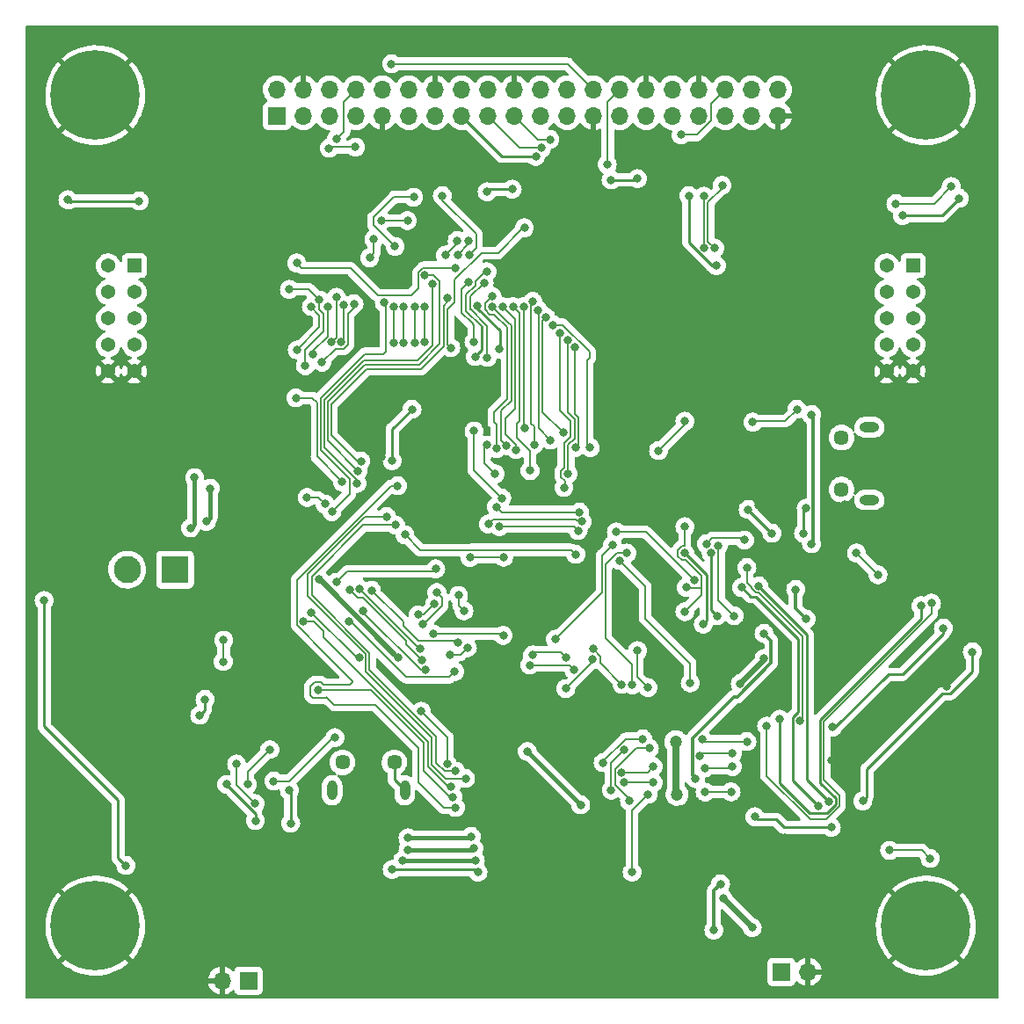
<source format=gbr>
%TF.GenerationSoftware,KiCad,Pcbnew,(6.0.1)*%
%TF.CreationDate,2022-02-13T11:40:04-05:00*%
%TF.ProjectId,STM32_Breakout,53544d33-325f-4427-9265-616b6f75742e,rev?*%
%TF.SameCoordinates,Original*%
%TF.FileFunction,Copper,L4,Bot*%
%TF.FilePolarity,Positive*%
%FSLAX46Y46*%
G04 Gerber Fmt 4.6, Leading zero omitted, Abs format (unit mm)*
G04 Created by KiCad (PCBNEW (6.0.1)) date 2022-02-13 11:40:04*
%MOMM*%
%LPD*%
G01*
G04 APERTURE LIST*
%TA.AperFunction,ComponentPad*%
%ADD10C,2.625000*%
%TD*%
%TA.AperFunction,ComponentPad*%
%ADD11R,2.625000X2.625000*%
%TD*%
%TA.AperFunction,ComponentPad*%
%ADD12C,0.900000*%
%TD*%
%TA.AperFunction,ComponentPad*%
%ADD13C,8.600000*%
%TD*%
%TA.AperFunction,ComponentPad*%
%ADD14R,1.700000X1.700000*%
%TD*%
%TA.AperFunction,ComponentPad*%
%ADD15O,1.700000X1.700000*%
%TD*%
%TA.AperFunction,ComponentPad*%
%ADD16O,0.950000X1.900000*%
%TD*%
%TA.AperFunction,ComponentPad*%
%ADD17C,1.450000*%
%TD*%
%TA.AperFunction,ComponentPad*%
%ADD18R,1.370000X1.370000*%
%TD*%
%TA.AperFunction,ComponentPad*%
%ADD19C,1.370000*%
%TD*%
%TA.AperFunction,ComponentPad*%
%ADD20O,1.900000X0.950000*%
%TD*%
%TA.AperFunction,ViaPad*%
%ADD21C,0.800000*%
%TD*%
%TA.AperFunction,ViaPad*%
%ADD22C,1.200000*%
%TD*%
%TA.AperFunction,Conductor*%
%ADD23C,0.200000*%
%TD*%
%TA.AperFunction,Conductor*%
%ADD24C,0.250000*%
%TD*%
%TA.AperFunction,Conductor*%
%ADD25C,0.300000*%
%TD*%
%TA.AperFunction,Conductor*%
%ADD26C,0.500000*%
%TD*%
%TA.AperFunction,Conductor*%
%ADD27C,0.400000*%
%TD*%
%TA.AperFunction,Conductor*%
%ADD28C,0.700000*%
%TD*%
G04 APERTURE END LIST*
D10*
%TO.P,S1,2*%
%TO.N,BOOT0*%
X60579000Y-103198000D03*
D11*
%TO.P,S1,1*%
%TO.N,+3V3*%
X65179000Y-103198000D03*
%TD*%
D12*
%TO.P,H1,1,1*%
%TO.N,GND*%
X139780419Y-59780419D03*
X137500000Y-60725000D03*
X134275000Y-57500000D03*
X140725000Y-57500000D03*
X139780419Y-55219581D03*
X135219581Y-55219581D03*
X135219581Y-59780419D03*
D13*
X137500000Y-57500000D03*
D12*
X137500000Y-54275000D03*
%TD*%
D13*
%TO.P,H2,1,1*%
%TO.N,GND*%
X57500000Y-137500000D03*
D12*
X55219581Y-139780419D03*
X54275000Y-137500000D03*
X60725000Y-137500000D03*
X59780419Y-135219581D03*
X59780419Y-139780419D03*
X57500000Y-140725000D03*
X55219581Y-135219581D03*
X57500000Y-134275000D03*
%TD*%
%TO.P,H3,1,1*%
%TO.N,GND*%
X59780419Y-55219581D03*
X57500000Y-54275000D03*
X54275000Y-57500000D03*
D13*
X57500000Y-57500000D03*
D12*
X55219581Y-59780419D03*
X57500000Y-60725000D03*
X55219581Y-55219581D03*
X59780419Y-59780419D03*
X60725000Y-57500000D03*
%TD*%
%TO.P,H4,1,1*%
%TO.N,GND*%
X134275000Y-137500000D03*
X139780419Y-135219581D03*
X139780419Y-139780419D03*
X137500000Y-140725000D03*
X140725000Y-137500000D03*
D13*
X137500000Y-137500000D03*
D12*
X135219581Y-135219581D03*
X137500000Y-134275000D03*
X135219581Y-139780419D03*
%TD*%
D14*
%TO.P,J1,1,Pin_1*%
%TO.N,+3V3*%
X75000000Y-59500000D03*
D15*
%TO.P,J1,2,Pin_2*%
%TO.N,+5V*%
X75000000Y-56960000D03*
%TO.P,J1,3,Pin_3*%
%TO.N,I2C1_SCL*%
X77540000Y-59500000D03*
%TO.P,J1,4,Pin_4*%
%TO.N,GND*%
X77540000Y-56960000D03*
%TO.P,J1,5,Pin_5*%
%TO.N,I2C1_SDA*%
X80080000Y-59500000D03*
%TO.P,J1,6,Pin_6*%
%TO.N,GPIO15*%
X80080000Y-56960000D03*
%TO.P,J1,7,Pin_7*%
%TO.N,GPIO1*%
X82620000Y-59500000D03*
%TO.P,J1,8,Pin_8*%
%TO.N,GPIO16*%
X82620000Y-56960000D03*
%TO.P,J1,9,Pin_9*%
%TO.N,GND*%
X85160000Y-59500000D03*
%TO.P,J1,10,Pin_10*%
%TO.N,GPIO17*%
X85160000Y-56960000D03*
%TO.P,J1,11,Pin_11*%
%TO.N,GPIO2*%
X87700000Y-59500000D03*
%TO.P,J1,12,Pin_12*%
%TO.N,GPIO18*%
X87700000Y-56960000D03*
%TO.P,J1,13,Pin_13*%
%TO.N,GPIO3*%
X90240000Y-59500000D03*
%TO.P,J1,14,Pin_14*%
%TO.N,GND*%
X90240000Y-56960000D03*
%TO.P,J1,15,Pin_15*%
%TO.N,GPIO4*%
X92780000Y-59500000D03*
%TO.P,J1,16,Pin_16*%
%TO.N,GPIO19*%
X92780000Y-56960000D03*
%TO.P,J1,17,Pin_17*%
%TO.N,GPIO5*%
X95320000Y-59500000D03*
%TO.P,J1,18,Pin_18*%
%TO.N,GPIO20*%
X95320000Y-56960000D03*
%TO.P,J1,19,Pin_19*%
%TO.N,GPIO6*%
X97860000Y-59500000D03*
%TO.P,J1,20,Pin_20*%
%TO.N,GND*%
X97860000Y-56960000D03*
%TO.P,J1,21,Pin_21*%
%TO.N,GPIO7*%
X100400000Y-59500000D03*
%TO.P,J1,22,Pin_22*%
%TO.N,SPI2_MOSI*%
X100400000Y-56960000D03*
%TO.P,J1,23,Pin_23*%
%TO.N,GPIO8*%
X102940000Y-59500000D03*
%TO.P,J1,24,Pin_24*%
%TO.N,SPI2_MISO*%
X102940000Y-56960000D03*
%TO.P,J1,25,Pin_25*%
%TO.N,GND*%
X105480000Y-59500000D03*
%TO.P,J1,26,Pin_26*%
%TO.N,SPI2_NSS2*%
X105480000Y-56960000D03*
%TO.P,J1,27,Pin_27*%
%TO.N,GPIO9*%
X108020000Y-59500000D03*
%TO.P,J1,28,Pin_28*%
%TO.N,SPI2_SCK*%
X108020000Y-56960000D03*
%TO.P,J1,29,Pin_29*%
%TO.N,GPIO10*%
X110560000Y-59500000D03*
%TO.P,J1,30,Pin_30*%
%TO.N,GND*%
X110560000Y-56960000D03*
%TO.P,J1,31,Pin_31*%
%TO.N,GPIO11*%
X113100000Y-59500000D03*
%TO.P,J1,32,Pin_32*%
%TO.N,SPI3_MOSI*%
X113100000Y-56960000D03*
%TO.P,J1,33,Pin_33*%
%TO.N,GPIO12*%
X115640000Y-59500000D03*
%TO.P,J1,34,Pin_34*%
%TO.N,GND*%
X115640000Y-56960000D03*
%TO.P,J1,35,Pin_35*%
%TO.N,GPIO13*%
X118180000Y-59500000D03*
%TO.P,J1,36,Pin_36*%
%TO.N,SPI3_MISO*%
X118180000Y-56960000D03*
%TO.P,J1,37,Pin_37*%
%TO.N,GPIO14*%
X120720000Y-59500000D03*
%TO.P,J1,38,Pin_38*%
%TO.N,SPI3_NSS*%
X120720000Y-56960000D03*
%TO.P,J1,39,Pin_39*%
%TO.N,GND*%
X123260000Y-59500000D03*
%TO.P,J1,40,Pin_40*%
%TO.N,SPI3_SCK*%
X123260000Y-56960000D03*
%TD*%
D14*
%TO.P,J2,1,Pin_1*%
%TO.N,PM_Input*%
X123595000Y-141940000D03*
D15*
%TO.P,J2,2,Pin_2*%
%TO.N,GND*%
X126135000Y-141940000D03*
%TD*%
D16*
%TO.P,J4,S1,SHIELD*%
%TO.N,Net-(J4-PadS1)*%
X80320000Y-124460000D03*
%TO.P,J4,S2,SHIELD*%
X87320000Y-124460000D03*
D17*
%TO.P,J4,S3,SHIELD*%
X81320000Y-121760000D03*
%TO.P,J4,S4,SHIELD*%
X86320000Y-121760000D03*
%TD*%
D14*
%TO.P,J3,1,Pin_1*%
%TO.N,5V_Input*%
X72265000Y-142780000D03*
D15*
%TO.P,J3,2,Pin_2*%
%TO.N,GND*%
X69725000Y-142780000D03*
%TD*%
D18*
%TO.P,J5,01,01*%
%TO.N,ADC123_IN1*%
X136270000Y-73920000D03*
D19*
%TO.P,J5,02,02*%
%TO.N,ADC123_IN2*%
X133730000Y-73920000D03*
%TO.P,J5,03,03*%
%TO.N,ADC123_IN3*%
X136270000Y-76460000D03*
%TO.P,J5,04,04*%
%TO.N,ADC123_IN4*%
X133730000Y-76460000D03*
%TO.P,J5,05,05*%
%TO.N,ADC12_IN5*%
X136270000Y-79000000D03*
%TO.P,J5,06,06*%
%TO.N,ADC12_IN6*%
X133730000Y-79000000D03*
%TO.P,J5,07,07*%
%TO.N,ADC12_IN7*%
X136270000Y-81540000D03*
%TO.P,J5,08,08*%
%TO.N,ADC12_IN8*%
X133730000Y-81540000D03*
%TO.P,J5,09,09*%
%TO.N,GND*%
X136270000Y-84080000D03*
%TO.P,J5,10,10*%
X133730000Y-84080000D03*
%TD*%
D18*
%TO.P,J6,01,01*%
%TO.N,ADC12_IN9*%
X61270000Y-73920000D03*
D19*
%TO.P,J6,02,02*%
%TO.N,ADC12_IN10*%
X58730000Y-73920000D03*
%TO.P,J6,03,03*%
%TO.N,ADC12_IN11*%
X61270000Y-76460000D03*
%TO.P,J6,04,04*%
%TO.N,ADC12_IN12*%
X58730000Y-76460000D03*
%TO.P,J6,05,05*%
%TO.N,ADC12_IN13*%
X61270000Y-79000000D03*
%TO.P,J6,06,06*%
%TO.N,ADC12_IN14*%
X58730000Y-79000000D03*
%TO.P,J6,07,07*%
%TO.N,ADC12_IN15*%
X61270000Y-81540000D03*
%TO.P,J6,08,08*%
%TO.N,ADC12_IN16*%
X58730000Y-81540000D03*
%TO.P,J6,09,09*%
%TO.N,GND*%
X61270000Y-84080000D03*
%TO.P,J6,10,10*%
X58730000Y-84080000D03*
%TD*%
D20*
%TO.P,J8,S1,SHIELD*%
%TO.N,Net-(J8-PadS1)*%
X132080000Y-96480000D03*
%TO.P,J8,S2,SHIELD*%
X132080000Y-89480000D03*
D17*
%TO.P,J8,S3,SHIELD*%
X129380000Y-95480000D03*
%TO.P,J8,S4,SHIELD*%
X129380000Y-90480000D03*
%TD*%
D21*
%TO.N,GND*%
X99568000Y-67056000D03*
X92837000Y-120523000D03*
X93345000Y-119380000D03*
X100330000Y-113792000D03*
X106172000Y-114048051D03*
X85090000Y-92329000D03*
X91059000Y-71374000D03*
X90170000Y-70993000D03*
X106618500Y-88900000D03*
X109220000Y-85660500D03*
X53721000Y-117475000D03*
X114935000Y-115951000D03*
X111760000Y-99060000D03*
X109093000Y-143129000D03*
X96012000Y-85725000D03*
X71882000Y-117475000D03*
X111125000Y-81407000D03*
X109601000Y-108585000D03*
X132715000Y-118999000D03*
X89281000Y-70866000D03*
X112840250Y-77539000D03*
X71094326Y-73673707D03*
X106230000Y-139440000D03*
X120269000Y-122301000D03*
X111760000Y-136525000D03*
X70993000Y-97409000D03*
X87670398Y-106503964D03*
X64770000Y-118364000D03*
X127550000Y-113190000D03*
X52451000Y-121793000D03*
X75500500Y-96520000D03*
X101600000Y-106680000D03*
X121412000Y-97028000D03*
X113792000Y-95377000D03*
X96520000Y-115320500D03*
X84074000Y-120523000D03*
X73533000Y-64770000D03*
X72898000Y-85725000D03*
X64770000Y-125476000D03*
X133096000Y-123825000D03*
X74549000Y-113665000D03*
X69469000Y-89662000D03*
X108839000Y-81280000D03*
X119380000Y-111760000D03*
X114808000Y-117221000D03*
X95758000Y-119380000D03*
X96139000Y-69088000D03*
X116586000Y-96139000D03*
X130810000Y-124206000D03*
X105770000Y-138000000D03*
X52451000Y-123952000D03*
X133096000Y-122682000D03*
X73279000Y-66675000D03*
X131064000Y-118328539D03*
X107569000Y-116967000D03*
X74549000Y-68199000D03*
X91821000Y-99822000D03*
X91440000Y-142240000D03*
X90424000Y-94107000D03*
X127889000Y-92202000D03*
X129667000Y-96901000D03*
X139515337Y-114484663D03*
X85090000Y-120650000D03*
X121412000Y-95377000D03*
X112776000Y-115062000D03*
X73700000Y-71334000D03*
X96732119Y-106897125D03*
X70410000Y-94500000D03*
X128905000Y-133604000D03*
X58928000Y-109474000D03*
X74676000Y-115189000D03*
X133096000Y-126365000D03*
X89789000Y-84709000D03*
X108204000Y-106553000D03*
X71890000Y-119510000D03*
X123952000Y-129032000D03*
X72517000Y-69596000D03*
X77343000Y-126492000D03*
X128016000Y-91313000D03*
X91313000Y-85725000D03*
X128524000Y-97690989D03*
X101600000Y-142240000D03*
X128397000Y-121539000D03*
X83566000Y-117348000D03*
%TO.N,BOOT0*%
X77570378Y-108180378D03*
X105445384Y-110855384D03*
X108222036Y-114244558D03*
X107200000Y-124430000D03*
X108458000Y-120523000D03*
X91790000Y-124120000D03*
%TO.N,SPI1_MISO*%
X82790308Y-93692677D03*
X89260500Y-74856629D03*
X88164500Y-67320000D03*
X86380000Y-72070000D03*
%TO.N,SPI1_MOSI*%
X91230000Y-72899500D03*
X82698511Y-94880000D03*
X92364242Y-71500500D03*
X89960000Y-75710000D03*
%TO.N,SWDIO*%
X99357352Y-112388405D03*
X81915000Y-108204000D03*
X92140000Y-113015500D03*
X103625000Y-112865756D03*
%TO.N,SWCLK*%
X102890000Y-111680000D03*
X99618501Y-111423622D03*
%TO.N,NRST*%
X119634000Y-114173000D03*
X119030000Y-107639020D03*
X121920000Y-111760000D03*
X117534522Y-100881012D03*
%TO.N,+5V*%
X86681127Y-111658873D03*
X79070000Y-104150000D03*
%TO.N,VDDUSB*%
X89276477Y-112864491D03*
X83312000Y-107188000D03*
%TO.N,VDDIO2*%
X101818001Y-109890999D03*
X104013000Y-99441000D03*
X96435494Y-99060000D03*
X107315000Y-100838000D03*
%TO.N,GNDA*%
X120842385Y-88988371D03*
X114300000Y-88900000D03*
X111760000Y-91739501D03*
X125095000Y-87757000D03*
%TO.N,VDDMAIN*%
X139954000Y-66294000D03*
X114427000Y-104902000D03*
X138049000Y-106426000D03*
X114300000Y-99060000D03*
X92202000Y-126111000D03*
X90061254Y-109380989D03*
X88011000Y-87757000D03*
X114300000Y-107239500D03*
X118872000Y-122174000D03*
X108966000Y-125476000D03*
X109728000Y-110998000D03*
X116205000Y-122301000D03*
X110236000Y-119507000D03*
X106426000Y-121793000D03*
X110744000Y-114554000D03*
X86106000Y-92710000D03*
X96804495Y-109530557D03*
X86614000Y-95123000D03*
X134620000Y-67945000D03*
X78960805Y-114774805D03*
X110871000Y-120396000D03*
X91948000Y-125095000D03*
X122174000Y-118266500D03*
%TO.N,Net-(C26-Pad2)*%
X97663000Y-66548000D03*
X95250000Y-66802000D03*
%TO.N,Net-(C33-Pad2)*%
X120396000Y-97409000D03*
X122682000Y-99695000D03*
%TO.N,Net-(D9-Pad1)*%
X128524000Y-118388539D03*
X139192000Y-108839000D03*
%TO.N,Net-(D10-Pad1)*%
X141986000Y-111125000D03*
X128397000Y-128016000D03*
X131440500Y-125476000D03*
X121031000Y-127000000D03*
%TO.N,SPI2_NSS2*%
X93346477Y-110724122D03*
X86040000Y-54480000D03*
X82947914Y-111702087D03*
X91645378Y-111384622D03*
X78280000Y-107310000D03*
%TO.N,Net-(R28-Pad1)*%
X119761000Y-104916351D03*
X127127000Y-125984000D03*
%TO.N,Net-(R29-Pad1)*%
X121412000Y-104775000D03*
X128165652Y-125524114D03*
%TO.N,SPI1_NSS*%
X93510000Y-72899500D03*
X90932000Y-67183000D03*
X94110000Y-82679011D03*
X95237791Y-74497791D03*
%TO.N,SPI2_MOSI*%
X86220497Y-77858393D03*
X90179424Y-106516822D03*
X72931502Y-127381000D03*
X74319500Y-120530000D03*
X88620000Y-107550000D03*
X86225897Y-81371927D03*
X76327000Y-127635000D03*
X76200000Y-124460000D03*
X72170000Y-123880000D03*
X70171000Y-123885000D03*
%TO.N,SPI2_NSS*%
X102830000Y-114650000D03*
X74698500Y-123571000D03*
X88900000Y-116840000D03*
X105430000Y-111860011D03*
X91440000Y-121920000D03*
X80585000Y-119380000D03*
%TO.N,SPI2_MISO*%
X90297000Y-103124000D03*
X80735999Y-104407345D03*
X69870000Y-109990000D03*
X96653240Y-96297933D03*
X83930000Y-73160000D03*
X69830000Y-112050000D03*
X87225378Y-81365378D03*
X84336523Y-71370000D03*
X87220000Y-77858393D03*
X93990565Y-89840499D03*
%TO.N,LPUART1_CTS*%
X114808000Y-114108051D03*
X104140000Y-97663000D03*
X108022872Y-102326371D03*
X120269000Y-119761000D03*
X96139000Y-97155000D03*
X115951000Y-119507000D03*
%TO.N,LPUART1_RTS*%
X108452458Y-123682095D03*
X111252000Y-123698000D03*
X118745000Y-124600000D03*
X116244500Y-124620000D03*
X93170000Y-123320000D03*
X85570000Y-98090000D03*
%TO.N,LPUART1_TX*%
X92210000Y-122619500D03*
X86440000Y-98910000D03*
X118872000Y-120904000D03*
X108220000Y-122710000D03*
X115697000Y-121158000D03*
X111252000Y-122174000D03*
%TO.N,SPI1_SCK*%
X91440000Y-77055500D03*
X93480000Y-71500500D03*
X83091339Y-92739584D03*
X92400000Y-72899500D03*
%TO.N,Net-(C24-Pad1)*%
X81299500Y-94745378D03*
X103788541Y-101727000D03*
X117414933Y-107639020D03*
X76831628Y-86661628D03*
X87330000Y-99840500D03*
X116827767Y-101587767D03*
%TO.N,Net-(C25-Pad1)*%
X116064622Y-108444622D03*
X114300000Y-101600000D03*
%TO.N,LPUART1_RX*%
X115189000Y-104239501D03*
X120269000Y-102997000D03*
X125345511Y-117729000D03*
X104398101Y-98566355D03*
X107696000Y-99568000D03*
X95377000Y-98806000D03*
%TO.N,ADC3_IN6*%
X132900000Y-103690000D03*
X120047011Y-100347011D03*
X134020500Y-130240816D03*
X116365733Y-100701467D03*
X137914622Y-131014622D03*
X130820000Y-101600000D03*
%TO.N,I2C1_SCL*%
X76962000Y-82042000D03*
X88928335Y-111927579D03*
X78318634Y-77858393D03*
X81992930Y-105119685D03*
%TO.N,I2C1_SDA*%
X77731695Y-83558305D03*
X76200000Y-76200000D03*
X79637875Y-96872125D03*
X88770000Y-110780000D03*
X79100500Y-77235748D03*
X77902901Y-96250000D03*
X82990000Y-105050000D03*
%TO.N,GPIO15*%
X81203467Y-81271938D03*
X81430000Y-77690000D03*
%TO.N,GPIO1*%
X82424650Y-77591628D03*
X79345302Y-83214698D03*
%TO.N,GPIO16*%
X80730500Y-61740000D03*
X80264000Y-81280000D03*
X80730500Y-76950026D03*
%TO.N,GPIO2*%
X82570000Y-62500000D03*
X80031000Y-62610000D03*
X79900000Y-77858393D03*
X78486000Y-82423000D03*
%TO.N,GPIO3*%
X85344000Y-77470000D03*
X80303862Y-97617421D03*
X92474622Y-110235378D03*
X84113079Y-105183835D03*
%TO.N,GPIO4*%
X99941288Y-63384921D03*
X94331983Y-77809955D03*
X96440500Y-81979500D03*
%TO.N,GPIO5*%
X103049500Y-93980000D03*
X116123588Y-67224342D03*
X103005352Y-81088157D03*
X116150000Y-72219019D03*
X100520000Y-62570000D03*
%TO.N,GPIO6*%
X103769815Y-91440000D03*
X103712107Y-81794912D03*
X101290000Y-61750000D03*
X117890000Y-66180989D03*
X117170000Y-72219019D03*
%TO.N,GPIO7*%
X88250000Y-77858393D03*
X88250000Y-81330000D03*
%TO.N,GPIO21*%
X95245378Y-82764622D03*
X94957701Y-75557701D03*
%TO.N,GPIO8*%
X96163486Y-91548030D03*
X95725037Y-76858909D03*
X93600000Y-102020000D03*
X96832863Y-101992863D03*
%TO.N,GPIO22*%
X89249503Y-77858393D03*
X89246684Y-81254989D03*
X87580000Y-69580000D03*
X85036023Y-69540000D03*
%TO.N,GPIO9*%
X95730994Y-77858394D03*
X97118341Y-91252635D03*
%TO.N,GPIO11*%
X98769303Y-77858394D03*
X98907628Y-89540146D03*
%TO.N,SPI3_MOSI*%
X98039256Y-91641119D03*
X92495378Y-105675378D03*
X93017499Y-107155090D03*
X96730497Y-77858394D03*
%TO.N,GPIO12*%
X99769872Y-91160628D03*
X99642246Y-77349769D03*
%TO.N,GPIO13*%
X100168314Y-78199627D03*
X101332745Y-90718011D03*
%TO.N,SPI3_MISO*%
X99376949Y-93663050D03*
X97730000Y-77858394D03*
X113935378Y-61324622D03*
%TO.N,GPIO14*%
X100900500Y-78880000D03*
X102571266Y-90007179D03*
%TO.N,SPI3_NSS*%
X102298597Y-80381403D03*
X102649980Y-95291092D03*
%TO.N,SPI3_SCK*%
X101600011Y-79614026D03*
X105168826Y-91440000D03*
%TO.N,ADC3_IN7*%
X109220000Y-114300000D03*
X109220000Y-132334000D03*
X110744000Y-124841000D03*
X108710000Y-101599989D03*
%TO.N,GPIOEXTI1*%
X93429523Y-75531629D03*
X76906755Y-73660000D03*
X92164372Y-74124372D03*
X93983193Y-81254989D03*
%TO.N,SPI2_SCK*%
X98838123Y-70276869D03*
X96020378Y-93980000D03*
X89091235Y-108431443D03*
X106820000Y-64170000D03*
X90402928Y-105388928D03*
X95224474Y-91205593D03*
X91748318Y-81820067D03*
%TO.N,+3V3*%
X66675000Y-99187000D03*
X117348000Y-73914000D03*
X124968000Y-105101460D03*
X125984000Y-107950000D03*
X117983000Y-134874000D03*
X117729000Y-133477000D03*
X126492000Y-100711000D03*
X61722000Y-67691000D03*
X104267000Y-125857000D03*
X117094000Y-137922000D03*
X123414500Y-117602000D03*
X68580000Y-95377000D03*
X60452000Y-131699000D03*
X140716000Y-67437000D03*
X109728000Y-65532000D03*
X115316000Y-123317000D03*
X94107000Y-131191000D03*
X87122000Y-131191000D03*
X93980000Y-130048000D03*
X54864000Y-67564000D03*
X120777000Y-137668000D03*
X87630000Y-130175000D03*
X94361000Y-132334000D03*
X126492000Y-88265000D03*
X107188000Y-65659000D03*
X86106000Y-132080000D03*
X121920000Y-109347000D03*
X114681000Y-67183000D03*
X52578000Y-106172000D03*
X67071406Y-94345594D03*
D22*
X113411000Y-119761000D03*
X113538000Y-124841000D03*
D21*
X93726000Y-128905000D03*
X137033000Y-106680000D03*
X68199000Y-98552000D03*
X87630000Y-129032000D03*
X99117805Y-120707805D03*
X135255000Y-69088000D03*
%TO.N,Net-(J8-Pad2)*%
X125984000Y-97282000D03*
X125730000Y-99695000D03*
%TO.N,Net-(C27-Pad1)*%
X71120000Y-121920000D03*
X67564000Y-117221000D03*
X68072000Y-115697000D03*
X72898000Y-125730000D03*
%TD*%
D23*
%TO.N,GNDA*%
X125095000Y-87757000D02*
X123952000Y-88900000D01*
X120930756Y-88900000D02*
X120842385Y-88988371D01*
X123952000Y-88900000D02*
X120930756Y-88900000D01*
%TO.N,GPIO3*%
X81999011Y-95922272D02*
X80303862Y-97617421D01*
X79203960Y-91660579D02*
X81999011Y-94455630D01*
X83439000Y-82423000D02*
X79203960Y-86658040D01*
X85217000Y-82423000D02*
X83439000Y-82423000D01*
X81999011Y-94455630D02*
X81999011Y-95922272D01*
X85471000Y-77724000D02*
X85471000Y-82169000D01*
X79203960Y-86658040D02*
X79203960Y-91660579D01*
X85344000Y-77597000D02*
X85471000Y-77724000D01*
X85471000Y-82169000D02*
X85217000Y-82423000D01*
X85344000Y-77470000D02*
X85344000Y-77597000D01*
D24*
%TO.N,Net-(R28-Pad1)*%
X124681000Y-123538000D02*
X127127000Y-125984000D01*
X125222000Y-109855000D02*
X125222000Y-116912749D01*
X125222000Y-116912749D02*
X124681000Y-117453749D01*
X121146031Y-105779031D02*
X125222000Y-109855000D01*
X120623680Y-105779031D02*
X121146031Y-105779031D01*
X124681000Y-117453749D02*
X124681000Y-123538000D01*
X119761000Y-104916351D02*
X120623680Y-105779031D01*
D23*
%TO.N,LPUART1_RX*%
X121147105Y-105414511D02*
X121416511Y-105414511D01*
X121416511Y-105414511D02*
X125603000Y-109601000D01*
X120712489Y-104979895D02*
X121147105Y-105414511D01*
X120269000Y-102997000D02*
X120269000Y-104435092D01*
X120269000Y-104435092D02*
X120712489Y-104878581D01*
X120712489Y-104878581D02*
X120712489Y-104979895D01*
X125603000Y-109601000D02*
X125603000Y-117471511D01*
X125603000Y-117471511D02*
X125345511Y-117729000D01*
D25*
%TO.N,+3V3*%
X115007489Y-123008489D02*
X115316000Y-123317000D01*
X119339117Y-115443000D02*
X119039883Y-115443000D01*
X122609511Y-110036511D02*
X122609511Y-112172606D01*
X122609511Y-112172606D02*
X119339117Y-115443000D01*
X119039883Y-115443000D02*
X115007489Y-119475394D01*
X121920000Y-109347000D02*
X122609511Y-110036511D01*
X115007489Y-119475394D02*
X115007489Y-123008489D01*
D24*
X52578000Y-118287762D02*
X52578000Y-106172000D01*
X59690000Y-130937000D02*
X59690000Y-125399762D01*
X59690000Y-125399762D02*
X52578000Y-118287762D01*
X60452000Y-131699000D02*
X59690000Y-130937000D01*
D23*
%TO.N,GND*%
X106618500Y-88900000D02*
X106618500Y-88262000D01*
X106618500Y-88262000D02*
X109220000Y-85660500D01*
%TO.N,BOOT0*%
X91520729Y-124120000D02*
X89520961Y-122120232D01*
X108458000Y-120523000D02*
X107200000Y-121781000D01*
X78585372Y-108180378D02*
X77570378Y-108180378D01*
X105445384Y-110855384D02*
X106129511Y-111539511D01*
X106129511Y-111539511D02*
X106129511Y-112152033D01*
X107200000Y-121781000D02*
X107200000Y-124430000D01*
X91790000Y-124120000D02*
X91520729Y-124120000D01*
X89520961Y-122120232D02*
X89520960Y-119760219D01*
X79507497Y-109746756D02*
X79507497Y-109102503D01*
X79507497Y-109102503D02*
X78585372Y-108180378D01*
X106129511Y-112152033D02*
X108222036Y-114244558D01*
X89520960Y-119760219D02*
X79507497Y-109746756D01*
%TO.N,SPI1_MISO*%
X90095888Y-74856629D02*
X90659511Y-75420252D01*
X90659511Y-81463997D02*
X88686786Y-83436722D01*
X88686786Y-83436722D02*
X83441277Y-83436723D01*
X84336512Y-69250252D02*
X84336512Y-70026512D01*
X89260500Y-74856629D02*
X90095888Y-74856629D01*
X84336512Y-70026512D02*
X86380000Y-72070000D01*
X90659511Y-75420252D02*
X90659511Y-81463997D01*
X79883000Y-86995000D02*
X79883000Y-90785369D01*
X86266764Y-67320000D02*
X84336512Y-69250252D01*
X79883000Y-90785369D02*
X82790308Y-93692677D01*
X83441277Y-83436723D02*
X79883000Y-86995000D01*
X88164500Y-67320000D02*
X86266764Y-67320000D01*
%TO.N,SPI1_MOSI*%
X89960000Y-81598502D02*
X88521299Y-83037203D01*
X82698511Y-94590124D02*
X82698511Y-94880000D01*
X88521299Y-83037203D02*
X83360643Y-83037203D01*
X89960000Y-75710000D02*
X89960000Y-81598502D01*
X92364242Y-71500500D02*
X92364242Y-71765258D01*
X79543480Y-91435093D02*
X82698511Y-94590124D01*
X83360643Y-83037203D02*
X79543480Y-86854367D01*
X79543480Y-86854367D02*
X79543480Y-91435093D01*
X92364242Y-71765258D02*
X91230000Y-72899500D01*
%TO.N,SWDIO*%
X81915000Y-108204000D02*
X82071591Y-108204000D01*
X103147649Y-112388405D02*
X103625000Y-112865756D01*
X82071591Y-108204000D02*
X87431593Y-113564002D01*
X99357352Y-112388405D02*
X103147649Y-112388405D01*
X91591498Y-113564002D02*
X92140000Y-113015500D01*
X87431593Y-113564002D02*
X91591498Y-113564002D01*
%TO.N,SWCLK*%
X99881623Y-111160500D02*
X102370500Y-111160500D01*
X99618501Y-111423622D02*
X99881623Y-111160500D01*
X102370500Y-111160500D02*
X102890000Y-111680000D01*
D26*
%TO.N,NRST*%
X121920000Y-111887000D02*
X119634000Y-114173000D01*
X121920000Y-111760000D02*
X121920000Y-111887000D01*
D23*
X117530000Y-106139020D02*
X119030000Y-107639020D01*
X117530000Y-100885534D02*
X117530000Y-106139020D01*
X117534522Y-100881012D02*
X117530000Y-100885534D01*
D27*
%TO.N,+5V*%
X86578873Y-111658873D02*
X86681127Y-111658873D01*
D26*
X79070000Y-104150000D02*
X79120000Y-104150000D01*
X79120000Y-104150000D02*
X86370000Y-111400000D01*
D23*
%TO.N,VDDUSB*%
X83312000Y-107300503D02*
X88875988Y-112864491D01*
X88875988Y-112864491D02*
X89276477Y-112864491D01*
X83312000Y-107188000D02*
X83312000Y-107300503D01*
%TO.N,VDDIO2*%
X106340480Y-101812520D02*
X106340480Y-105368520D01*
X103632000Y-99060000D02*
X104013000Y-99441000D01*
X107315000Y-100838000D02*
X106340480Y-101812520D01*
X96435494Y-99060000D02*
X102997000Y-99060000D01*
X102997000Y-99060000D02*
X103632000Y-99060000D01*
X106340480Y-105368520D02*
X101818001Y-109890999D01*
%TO.N,GNDA*%
X114300000Y-89199501D02*
X114300000Y-88900000D01*
X111760000Y-91739501D02*
X114300000Y-89199501D01*
%TO.N,VDDMAIN*%
X114489489Y-104964489D02*
X115888511Y-104964489D01*
X86614000Y-95123000D02*
X85976847Y-95123000D01*
X84055392Y-114774805D02*
X89161294Y-119880707D01*
X109728000Y-110998000D02*
X109728000Y-113538000D01*
X78232000Y-114427000D02*
X78232000Y-115316000D01*
X114010252Y-102299511D02*
X113600489Y-101889748D01*
X114010252Y-100900489D02*
X114300000Y-100900489D01*
X79756000Y-115443000D02*
X80522511Y-116209511D01*
X116205000Y-122301000D02*
X118745000Y-122301000D01*
X78486000Y-115570000D02*
X79629000Y-115570000D01*
X114300000Y-100900489D02*
X114300000Y-99060000D01*
X107580489Y-122416511D02*
X109601000Y-120396000D01*
X129194683Y-125950355D02*
X129194683Y-124947962D01*
X137036755Y-108461755D02*
X138049000Y-107449510D01*
D24*
X86106000Y-89662000D02*
X86106000Y-92710000D01*
D23*
X106426000Y-121650594D02*
X108569594Y-119507000D01*
X106426000Y-121793000D02*
X106426000Y-121650594D01*
X138303000Y-67945000D02*
X134620000Y-67945000D01*
X109601000Y-120396000D02*
X110871000Y-120396000D01*
X115888511Y-105650989D02*
X115888511Y-104964489D01*
X89154000Y-122555000D02*
X91694000Y-125095000D01*
X96654927Y-109380989D02*
X90061254Y-109380989D01*
X82296000Y-113919000D02*
X82296000Y-114046000D01*
X115888511Y-104964489D02*
X115888511Y-103788873D01*
X88646000Y-120396000D02*
X88646000Y-123698000D01*
X96804495Y-109530557D02*
X96654927Y-109380989D01*
X82296000Y-114046000D02*
X82042000Y-114300000D01*
X79248000Y-114046000D02*
X78613000Y-114046000D01*
X76930867Y-108553867D02*
X79756000Y-111379000D01*
X79502000Y-114300000D02*
X79248000Y-114046000D01*
X79756000Y-111379000D02*
X82296000Y-113919000D01*
X79629000Y-115570000D02*
X79756000Y-115443000D01*
X89161294Y-122547706D02*
X89154000Y-122555000D01*
X91694000Y-125095000D02*
X91948000Y-125095000D01*
X109728000Y-113538000D02*
X110744000Y-114554000D01*
X122174000Y-118266500D02*
X122174000Y-123070510D01*
X91059000Y-126111000D02*
X92202000Y-126111000D01*
X108966000Y-125291594D02*
X107580489Y-123906083D01*
X129194683Y-124947962D02*
X127690721Y-123444000D01*
X85979000Y-117729000D02*
X88646000Y-120396000D01*
X115888511Y-103788873D02*
X114399149Y-102299511D01*
X76930867Y-104168980D02*
X76930867Y-108553867D01*
X83183923Y-97915924D02*
X76930867Y-104168980D01*
D24*
X88011000Y-87757000D02*
X86106000Y-89662000D01*
D23*
X81915000Y-114300000D02*
X79502000Y-114300000D01*
X118745000Y-122301000D02*
X118872000Y-122174000D01*
X126357490Y-127254000D02*
X127891038Y-127254000D01*
X108966000Y-125476000D02*
X108966000Y-125291594D01*
X114427000Y-104902000D02*
X114489489Y-104964489D01*
X82042000Y-114300000D02*
X81915000Y-114300000D01*
X113600489Y-101889748D02*
X113600489Y-101310252D01*
X127690721Y-117807789D02*
X137036755Y-108461755D01*
X88646000Y-123698000D02*
X91059000Y-126111000D01*
X113600489Y-101310252D02*
X114010252Y-100900489D01*
X127891038Y-127254000D02*
X129194683Y-125950355D01*
X89161294Y-119880707D02*
X89161294Y-122547706D01*
X114300000Y-107239500D02*
X115888511Y-105650989D01*
X85976847Y-95123000D02*
X83183923Y-97915924D01*
X78613000Y-114046000D02*
X78232000Y-114427000D01*
X122174000Y-123070510D02*
X126357490Y-127254000D01*
X78232000Y-115316000D02*
X78486000Y-115570000D01*
X107580489Y-123906083D02*
X107580489Y-122416511D01*
X80522511Y-116209511D02*
X84459511Y-116209511D01*
X78960805Y-114774805D02*
X84055392Y-114774805D01*
X84459511Y-116209511D02*
X85979000Y-117729000D01*
X139954000Y-66294000D02*
X138303000Y-67945000D01*
X114399149Y-102299511D02*
X114010252Y-102299511D01*
X127690721Y-123444000D02*
X127690721Y-117807789D01*
X138049000Y-107449510D02*
X138049000Y-106426000D01*
X108569594Y-119507000D02*
X110236000Y-119507000D01*
D24*
%TO.N,Net-(C26-Pad2)*%
X95504000Y-66548000D02*
X95250000Y-66802000D01*
X97663000Y-66548000D02*
X95504000Y-66548000D01*
%TO.N,Net-(C33-Pad2)*%
X120396000Y-97409000D02*
X122682000Y-99695000D01*
%TO.N,Net-(D9-Pad1)*%
X139192000Y-109347000D02*
X139192000Y-108839000D01*
X135255000Y-113284000D02*
X139192000Y-109347000D01*
X133882539Y-113284000D02*
X135255000Y-113284000D01*
X128778000Y-118388539D02*
X133882539Y-113284000D01*
X128524000Y-118388539D02*
X128778000Y-118388539D01*
%TO.N,Net-(D10-Pad1)*%
X123825000Y-128016000D02*
X123063000Y-127254000D01*
X141986000Y-113030000D02*
X141986000Y-111125000D01*
X121285000Y-127254000D02*
X121031000Y-127000000D01*
X131821500Y-125095000D02*
X131821500Y-122432500D01*
X123063000Y-127254000D02*
X121285000Y-127254000D01*
X131440500Y-125476000D02*
X131821500Y-125095000D01*
X139866826Y-115149174D02*
X141986000Y-113030000D01*
X123825000Y-128016000D02*
X128397000Y-128016000D01*
X131821500Y-122432500D02*
X139104826Y-115149174D01*
X139104826Y-115149174D02*
X139866826Y-115149174D01*
D23*
%TO.N,SPI2_NSS2*%
X103000000Y-54480000D02*
X105480000Y-56960000D01*
X92685977Y-111384622D02*
X93346477Y-110724122D01*
X91645378Y-111384622D02*
X92685977Y-111384622D01*
X82672087Y-111702087D02*
X82947914Y-111702087D01*
X103000000Y-54480000D02*
X86040000Y-54480000D01*
X78280000Y-107310000D02*
X82672087Y-111702087D01*
D24*
%TO.N,Net-(R29-Pad1)*%
X126070011Y-109433011D02*
X126070011Y-123428473D01*
X121412000Y-104775000D02*
X126070011Y-109433011D01*
X126070011Y-123428473D02*
X128165652Y-125524114D01*
D23*
%TO.N,SPI1_NSS*%
X95237791Y-74497791D02*
X95028352Y-74497791D01*
X93216025Y-78283618D02*
X94707693Y-79775286D01*
D24*
X94110000Y-82640000D02*
X94110000Y-82679011D01*
X94707693Y-82042307D02*
X94110000Y-82640000D01*
D23*
X90932000Y-67183000D02*
X90932000Y-67622000D01*
X90932000Y-67622000D02*
X94180480Y-70870480D01*
X94135198Y-75390945D02*
X94135198Y-75815198D01*
X94135198Y-75815198D02*
X93232952Y-76717444D01*
X95028352Y-74497791D02*
X94135198Y-75390945D01*
D24*
X94707693Y-79775286D02*
X94707693Y-82042307D01*
D23*
X94180480Y-70870480D02*
X94180480Y-72229020D01*
X94180480Y-72229020D02*
X93510000Y-72899500D01*
X93232953Y-77048417D02*
X93216025Y-77065345D01*
X93232952Y-76717444D02*
X93232953Y-77048417D01*
X93216025Y-77065345D02*
X93216025Y-78283618D01*
%TO.N,SPI2_MOSI*%
X90179424Y-106516822D02*
X89146246Y-107550000D01*
X74319500Y-120530000D02*
X72170000Y-122679500D01*
X86225897Y-81371927D02*
X86220497Y-81366527D01*
D24*
X76327000Y-124587000D02*
X76327000Y-127635000D01*
X76200000Y-124460000D02*
X76327000Y-124587000D01*
X72931502Y-127381000D02*
X72931502Y-126703264D01*
D23*
X72170000Y-122679500D02*
X72170000Y-123880000D01*
X86220497Y-81366527D02*
X86220497Y-77858393D01*
D24*
X70171000Y-123942762D02*
X70171000Y-123885000D01*
X72931502Y-126703264D02*
X70171000Y-123942762D01*
D23*
X89146246Y-107550000D02*
X88620000Y-107550000D01*
%TO.N,SPI2_NSS*%
X80375594Y-119380000D02*
X80585000Y-119380000D01*
X91440000Y-119380000D02*
X91440000Y-121920000D01*
X74698500Y-123571000D02*
X76184594Y-123571000D01*
X102830000Y-114650000D02*
X105430000Y-112050000D01*
X76184594Y-123571000D02*
X80375594Y-119380000D01*
X105430000Y-112050000D02*
X105430000Y-111860011D01*
X88900000Y-116840000D02*
X91440000Y-119380000D01*
D24*
%TO.N,Net-(J4-PadS1)*%
X86320000Y-123460000D02*
X87320000Y-124460000D01*
X86320000Y-121760000D02*
X86320000Y-123460000D01*
D23*
%TO.N,SPI2_MISO*%
X81790309Y-103353035D02*
X80735999Y-104407345D01*
X69870000Y-109990000D02*
X69870000Y-112010000D01*
X90297000Y-103124000D02*
X90067965Y-103353035D01*
X87225378Y-77863771D02*
X87220000Y-77858393D01*
X84336523Y-71370000D02*
X84336523Y-72753477D01*
X84336523Y-72753477D02*
X83930000Y-73160000D01*
X90067965Y-103353035D02*
X81790309Y-103353035D01*
X69870000Y-112010000D02*
X69830000Y-112050000D01*
X87225378Y-81365378D02*
X87225378Y-77863771D01*
X93990565Y-89840499D02*
X93990565Y-93635258D01*
X93990565Y-93635258D02*
X96653240Y-96297933D01*
%TO.N,LPUART1_CTS*%
X96647000Y-97663000D02*
X96139000Y-97155000D01*
X116205000Y-119761000D02*
X120269000Y-119761000D01*
X115951000Y-119507000D02*
X116205000Y-119761000D01*
X110490000Y-107910307D02*
X114808000Y-112228307D01*
X114808000Y-114108051D02*
X114808000Y-112228307D01*
X110490000Y-107910307D02*
X110490000Y-104837489D01*
X104013000Y-97663000D02*
X104140000Y-97663000D01*
X110490000Y-104837489D02*
X108022872Y-102370361D01*
X104013000Y-97663000D02*
X96647000Y-97663000D01*
X108022872Y-102370361D02*
X108022872Y-102326371D01*
%TO.N,LPUART1_RTS*%
X89920481Y-119384481D02*
X89920481Y-121954746D01*
X77970970Y-105735899D02*
X83587425Y-111352354D01*
X83587425Y-111352354D02*
X83587425Y-113051425D01*
X89920481Y-121954746D02*
X91285735Y-123320000D01*
X83587425Y-113051425D02*
X89920481Y-119384481D01*
X91285735Y-123320000D02*
X93170000Y-123320000D01*
X85570000Y-98090000D02*
X83490000Y-98090000D01*
X77970970Y-103609030D02*
X77970970Y-105735899D01*
X118745000Y-124600000D02*
X118725000Y-124620000D01*
X83490000Y-98090000D02*
X77970970Y-103609030D01*
X118725000Y-124620000D02*
X116244500Y-124620000D01*
X111236095Y-123682095D02*
X108452458Y-123682095D01*
X111252000Y-123698000D02*
X111236095Y-123682095D01*
%TO.N,LPUART1_TX*%
X78370489Y-105655264D02*
X83926945Y-111211721D01*
X110716000Y-122710000D02*
X108220000Y-122710000D01*
X91150241Y-122619500D02*
X92210000Y-122619500D01*
X78370489Y-103860252D02*
X78370489Y-105655264D01*
X83320741Y-98910000D02*
X78370489Y-103860252D01*
X115951000Y-120904000D02*
X118872000Y-120904000D01*
X86440000Y-98910000D02*
X83320741Y-98910000D01*
X90320000Y-119249259D02*
X90320000Y-121789259D01*
X90320000Y-121789259D02*
X91150241Y-122619500D01*
X111252000Y-122174000D02*
X110716000Y-122710000D01*
X83926945Y-111211721D02*
X83926945Y-112856204D01*
X115697000Y-121158000D02*
X115951000Y-120904000D01*
X83926945Y-112856204D02*
X90320000Y-119249259D01*
%TO.N,SPI1_SCK*%
X82757664Y-92739584D02*
X83091339Y-92739584D01*
X80264000Y-90245920D02*
X82757664Y-92739584D01*
X91440000Y-77055500D02*
X91440000Y-77389259D01*
X91059031Y-81700969D02*
X88880000Y-83880000D01*
X88880000Y-83880000D02*
X83633000Y-83880000D01*
X93480000Y-71500500D02*
X93480000Y-71819500D01*
X83633000Y-83880000D02*
X80264000Y-87249000D01*
X91059031Y-77770228D02*
X91059031Y-81700969D01*
X93480000Y-71819500D02*
X92400000Y-72899500D01*
X80264000Y-87249000D02*
X80264000Y-90245920D01*
X91440000Y-77389259D02*
X91059031Y-77770228D01*
%TO.N,Net-(C24-Pad1)*%
X93670000Y-101320489D02*
X88809989Y-101320489D01*
X103788541Y-101727000D02*
X103354893Y-101293352D01*
X78864440Y-92310318D02*
X81299500Y-94745378D01*
D24*
X116827767Y-107051854D02*
X116827767Y-101587767D01*
D23*
X103354893Y-101293352D02*
X93697137Y-101293352D01*
X78864440Y-87119440D02*
X78864440Y-92310318D01*
X76831628Y-86661628D02*
X78406628Y-86661628D01*
X78406628Y-86661628D02*
X78864440Y-87119440D01*
X88809989Y-101320489D02*
X87330000Y-99840500D01*
X93697137Y-101293352D02*
X93670000Y-101320489D01*
D24*
X117414933Y-107639020D02*
X116827767Y-107051854D01*
%TO.N,Net-(C25-Pad1)*%
X116378247Y-103678247D02*
X116378247Y-108130997D01*
X114300000Y-101600000D02*
X116378247Y-103678247D01*
X116378247Y-108130997D02*
X116064622Y-108444622D01*
D23*
%TO.N,LPUART1_RX*%
X104027355Y-98566355D02*
X104398101Y-98566355D01*
X103821489Y-98360489D02*
X95822511Y-98360489D01*
X95822511Y-98360489D02*
X95377000Y-98806000D01*
X107696000Y-99568000D02*
X110517499Y-99568000D01*
X110517499Y-99568000D02*
X115189000Y-104239501D01*
X103821489Y-98360489D02*
X104027355Y-98566355D01*
%TO.N,ADC3_IN6*%
X119881501Y-100181501D02*
X120047011Y-100347011D01*
X132900000Y-103690000D02*
X130820000Y-101610000D01*
X130820000Y-101610000D02*
X130820000Y-101600000D01*
X137140816Y-130240816D02*
X137914622Y-131014622D01*
X116885699Y-100181501D02*
X119881501Y-100181501D01*
X116365733Y-100701467D02*
X116885699Y-100181501D01*
X134020500Y-130240816D02*
X137140816Y-130240816D01*
%TO.N,I2C1_SCL*%
X82060315Y-105119685D02*
X82823133Y-105882503D01*
X76962000Y-82042000D02*
X76962000Y-81994029D01*
X76962000Y-81994029D02*
X79100960Y-79855069D01*
X81992930Y-105119685D02*
X82060315Y-105119685D01*
X82823133Y-105882503D02*
X83257497Y-105882503D01*
X87422497Y-110047503D02*
X87422497Y-110421756D01*
X88928320Y-111927579D02*
X88928335Y-111927579D01*
X83257497Y-105882503D02*
X87422497Y-110047503D01*
X79100960Y-78695486D02*
X78318634Y-77913160D01*
X87422497Y-110421756D02*
X88928320Y-111927579D01*
X79100960Y-79855069D02*
X79100960Y-78695486D01*
X78318634Y-77913160D02*
X78318634Y-77858393D01*
%TO.N,I2C1_SDA*%
X79100500Y-78130020D02*
X79100500Y-77235748D01*
X79500480Y-78530000D02*
X79100500Y-78130020D01*
X79015750Y-96250000D02*
X79637875Y-96872125D01*
X79500480Y-80265520D02*
X79500480Y-78530000D01*
X77731695Y-82034305D02*
X79500480Y-80265520D01*
X77902901Y-96250000D02*
X79015750Y-96250000D01*
X82990000Y-105050000D02*
X88720000Y-110780000D01*
X78064752Y-76200000D02*
X79100500Y-77235748D01*
X76200000Y-76200000D02*
X78064752Y-76200000D01*
X77731695Y-83558305D02*
X77731695Y-82034305D01*
X88720000Y-110780000D02*
X88770000Y-110780000D01*
%TO.N,GPIO15*%
X81430000Y-81045405D02*
X81430000Y-77690000D01*
X81203467Y-81271938D02*
X81430000Y-81045405D01*
%TO.N,GPIO1*%
X81464811Y-81915000D02*
X80645000Y-81915000D01*
X80645000Y-81915000D02*
X79345302Y-83214698D01*
X82424650Y-77976350D02*
X81842978Y-78558022D01*
X81842978Y-81536833D02*
X81464811Y-81915000D01*
X81842978Y-78558022D02*
X81842978Y-81536833D01*
X82424650Y-77591628D02*
X82424650Y-77976350D01*
%TO.N,GPIO16*%
X81470489Y-58109511D02*
X82620000Y-56960000D01*
X81470489Y-61000011D02*
X81470489Y-58109511D01*
X80264000Y-81280000D02*
X80730500Y-80813500D01*
X80730500Y-80813500D02*
X80730500Y-76950026D01*
X80730500Y-61740000D02*
X81470489Y-61000011D01*
%TO.N,GPIO2*%
X78486000Y-82153594D02*
X78486000Y-82423000D01*
X79900000Y-80739594D02*
X78486000Y-82153594D01*
X79900000Y-77858393D02*
X79900000Y-80739594D01*
X82570000Y-62500000D02*
X80141000Y-62500000D01*
X80141000Y-62500000D02*
X80031000Y-62610000D01*
%TO.N,GPIO3*%
X92319733Y-110080489D02*
X88585495Y-110080489D01*
X87147503Y-108218244D02*
X84113094Y-105183835D01*
X92474622Y-110235378D02*
X92319733Y-110080489D01*
X88585495Y-110080489D02*
X87147503Y-108642497D01*
X84113094Y-105183835D02*
X84113079Y-105183835D01*
X87147503Y-108642497D02*
X87147503Y-108218244D01*
D24*
%TO.N,GPIO4*%
X96471723Y-80188744D02*
X96471723Y-81948277D01*
X94331983Y-78049004D02*
X96471723Y-80188744D01*
X94331983Y-77809955D02*
X94331983Y-78049004D01*
X96664921Y-63384921D02*
X99941288Y-63384921D01*
X96471723Y-81948277D02*
X96440500Y-81979500D01*
X92780000Y-59500000D02*
X96664921Y-63384921D01*
D23*
%TO.N,GPIO5*%
X100520000Y-62570000D02*
X98390000Y-62570000D01*
X103049500Y-91171056D02*
X103670286Y-90550270D01*
X103670286Y-90550270D02*
X103670286Y-88702169D01*
X103670286Y-88702169D02*
X103005352Y-88037235D01*
X116123588Y-72192607D02*
X116150000Y-72219019D01*
X98390000Y-62570000D02*
X95320000Y-59500000D01*
X103005352Y-88037235D02*
X103005352Y-81088157D01*
X103049500Y-93980000D02*
X103049500Y-91171056D01*
X116123588Y-67224342D02*
X116123588Y-72192607D01*
%TO.N,GPIO6*%
X103769815Y-91440000D02*
X104069806Y-91140009D01*
X116523108Y-70270000D02*
X116523108Y-71300000D01*
X116523108Y-71300000D02*
X116523108Y-71572127D01*
X100110000Y-61750000D02*
X97860000Y-59500000D01*
X101290000Y-61750000D02*
X100110000Y-61750000D01*
X104069806Y-91140009D02*
X104069806Y-88536683D01*
X117890000Y-66180989D02*
X117890000Y-66447189D01*
X103712107Y-88178984D02*
X103712107Y-81794912D01*
X116523108Y-71572127D02*
X117170000Y-72219019D01*
X117890000Y-66447189D02*
X116523108Y-67814081D01*
X116523108Y-67814081D02*
X116523108Y-70270000D01*
X104069806Y-88536683D02*
X103712107Y-88178984D01*
%TO.N,GPIO7*%
X88250000Y-81150000D02*
X88230000Y-81170000D01*
X88230000Y-81310000D02*
X88250000Y-81330000D01*
X88230000Y-81170000D02*
X88230000Y-81310000D01*
X88250000Y-77858393D02*
X88250000Y-81150000D01*
%TO.N,GPIO21*%
X94957701Y-75557701D02*
X93632472Y-76882930D01*
X93615544Y-78082775D02*
X95245378Y-79712609D01*
X93632472Y-76882930D02*
X93632472Y-78099703D01*
X95245378Y-79712609D02*
X95245378Y-82764622D01*
%TO.N,GPIO8*%
X95884072Y-88954085D02*
X95884072Y-88035916D01*
X95031483Y-77552463D02*
X95725037Y-76858909D01*
X97171223Y-82181223D02*
X97140000Y-82150000D01*
X96163486Y-91548030D02*
X96163486Y-89233499D01*
X95494544Y-78611203D02*
X95031483Y-78148142D01*
X97171223Y-86748765D02*
X97171223Y-82181223D01*
X96805726Y-102020000D02*
X93600000Y-102020000D01*
X97140000Y-82150000D02*
X97140000Y-79832406D01*
X95918797Y-78611203D02*
X95494544Y-78611203D01*
X97140000Y-79832406D02*
X95918797Y-78611203D01*
X95884072Y-88035916D02*
X97171223Y-86748765D01*
X96163486Y-89233499D02*
X95884072Y-88954085D01*
X95031483Y-78148142D02*
X95031483Y-77552463D01*
X96832863Y-101992863D02*
X96805726Y-102020000D01*
%TO.N,GPIO22*%
X89249503Y-81252170D02*
X89246684Y-81254989D01*
X89249503Y-77858393D02*
X89249503Y-81252170D01*
X87580000Y-69580000D02*
X85076023Y-69580000D01*
X85076023Y-69580000D02*
X85036023Y-69540000D01*
%TO.N,GPIO9*%
X97118341Y-91252635D02*
X96600989Y-90735283D01*
X96600989Y-90735283D02*
X96600989Y-87884005D01*
X96600989Y-87884005D02*
X97570743Y-86914251D01*
X95730994Y-77858394D02*
X97232600Y-79360000D01*
X97570743Y-79698143D02*
X97232600Y-79360000D01*
X97570743Y-86914251D02*
X97570743Y-79698143D01*
%TO.N,GPIO11*%
X98907628Y-89540146D02*
X98769303Y-89401821D01*
X98769303Y-89401821D02*
X98769303Y-77858394D01*
%TO.N,SPI3_MOSI*%
X98039256Y-91641119D02*
X98039256Y-91167771D01*
X97970263Y-87660478D02*
X97970263Y-79098160D01*
X97000509Y-88630232D02*
X97970263Y-87660478D01*
X92495378Y-106632969D02*
X93017499Y-107155090D01*
X97970263Y-79098160D02*
X96730497Y-77858394D01*
X92495378Y-105675378D02*
X92495378Y-106632969D01*
X97000509Y-90129024D02*
X97000509Y-88630232D01*
X98039256Y-91167771D02*
X97000509Y-90129024D01*
%TO.N,GPIO12*%
X99769872Y-89423622D02*
X99468803Y-89122553D01*
X99468803Y-77523212D02*
X99642246Y-77349769D01*
X99468803Y-89122553D02*
X99468803Y-77523212D01*
X99769872Y-91160628D02*
X99769872Y-89423622D01*
%TO.N,GPIO13*%
X100200989Y-88139011D02*
X100200989Y-78232302D01*
X100190000Y-89575266D02*
X100190000Y-88150000D01*
X100200989Y-78232302D02*
X100168314Y-78199627D01*
X100190000Y-88150000D02*
X100200989Y-88139011D01*
X101332745Y-90718011D02*
X100190000Y-89575266D01*
%TO.N,SPI3_MISO*%
X98084240Y-90464240D02*
X98084240Y-89137012D01*
X113935378Y-61324622D02*
X115441033Y-61324622D01*
X98369783Y-78498177D02*
X97730000Y-77858394D01*
X116840000Y-58300000D02*
X118180000Y-56960000D01*
X99376949Y-93663050D02*
X99376949Y-91756949D01*
X98084240Y-89137012D02*
X98369783Y-88851469D01*
X115441033Y-61324622D02*
X116840000Y-59925655D01*
X116840000Y-59925655D02*
X116840000Y-58300000D01*
X99376949Y-91756949D02*
X98084240Y-90464240D01*
X98369783Y-88851469D02*
X98369783Y-78498177D01*
%TO.N,GPIO14*%
X100584000Y-79196500D02*
X100584000Y-88019913D01*
X100900500Y-78880000D02*
X100584000Y-79196500D01*
X100584000Y-88019913D02*
X102571266Y-90007179D01*
%TO.N,SPI3_NSS*%
X103270766Y-90384784D02*
X103270766Y-88867655D01*
X102349989Y-93690252D02*
X102649980Y-93390261D01*
X102759752Y-95181320D02*
X102759752Y-94679511D01*
X102759752Y-94679511D02*
X102349989Y-94269748D01*
X102649980Y-93390261D02*
X102649981Y-91005569D01*
X102349989Y-94269748D02*
X102349989Y-93690252D01*
X102649980Y-95291092D02*
X102759752Y-95181320D01*
X102298597Y-87895486D02*
X102298597Y-80381403D01*
X103270766Y-88867655D02*
X102298597Y-87895486D01*
X102649981Y-91005569D02*
X103270766Y-90384784D01*
%TO.N,SPI3_SCK*%
X104868846Y-83040943D02*
X105118373Y-82791416D01*
X102520479Y-79614026D02*
X101600011Y-79614026D01*
X105118373Y-82791416D02*
X105118373Y-82211920D01*
X104868846Y-91140020D02*
X104868846Y-83040943D01*
X105168826Y-91440000D02*
X104868846Y-91140020D01*
X105118373Y-82211920D02*
X102520479Y-79614026D01*
%TO.N,ADC3_IN7*%
X110744000Y-124841000D02*
X109220000Y-126365000D01*
X106680000Y-102680000D02*
X107760011Y-101599989D01*
X109220000Y-112362486D02*
X106680000Y-109822486D01*
X109220000Y-126365000D02*
X109220000Y-132334000D01*
X109220000Y-114300000D02*
X109220000Y-112362486D01*
X107760011Y-101599989D02*
X108710000Y-101599989D01*
X106680000Y-109822486D02*
X106680000Y-102680000D01*
%TO.N,GPIOEXTI1*%
X92816506Y-76144646D02*
X92816506Y-78486506D01*
X92816506Y-78486506D02*
X93770000Y-79440000D01*
X82088553Y-74157118D02*
X84709000Y-76777565D01*
X76906755Y-73660000D02*
X77403873Y-74157118D01*
X93429523Y-75531629D02*
X92816506Y-76144646D01*
X77403873Y-74157118D02*
X82088553Y-74157118D01*
X87941435Y-76777565D02*
X88620989Y-76098011D01*
X88620989Y-76098011D02*
X88620989Y-74591734D01*
X89088351Y-74124372D02*
X92164372Y-74124372D01*
X93983193Y-79653193D02*
X93983193Y-81254989D01*
X93770000Y-79440000D02*
X93983193Y-79653193D01*
X84709000Y-76777565D02*
X87941435Y-76777565D01*
X88620989Y-74591734D02*
X89088351Y-74124372D01*
%TO.N,SPI2_SCK*%
X90402928Y-105388928D02*
X90915113Y-105901113D01*
X108020000Y-56960000D02*
X106870489Y-58109511D01*
X91458551Y-81530300D02*
X91748318Y-81820067D01*
X90915113Y-105901113D02*
X90915113Y-106685523D01*
X92139511Y-77419040D02*
X91458551Y-78100000D01*
X90915113Y-106685523D02*
X89169193Y-108431443D01*
X106870489Y-58109511D02*
X106870489Y-64119511D01*
X89169193Y-108431443D02*
X89091235Y-108431443D01*
X98743131Y-70276869D02*
X96330000Y-72690000D01*
X106870489Y-64119511D02*
X106820000Y-64170000D01*
X94990068Y-91439999D02*
X94990068Y-92949690D01*
X95224474Y-91205593D02*
X94990068Y-91439999D01*
X94990068Y-92949690D02*
X96020378Y-93980000D01*
X91458551Y-78100000D02*
X91458551Y-81530300D01*
X92139511Y-75259248D02*
X92139511Y-77419040D01*
X98838123Y-70276869D02*
X98743131Y-70276869D01*
X96330000Y-72690000D02*
X94708759Y-72690000D01*
X94708759Y-72690000D02*
X92139511Y-75259248D01*
D24*
%TO.N,+3V3*%
X94107000Y-132080000D02*
X94361000Y-132334000D01*
D25*
X124968000Y-105101460D02*
X124968000Y-106934000D01*
D24*
X137033000Y-107950000D02*
X127326201Y-117656799D01*
D27*
X93599000Y-129032000D02*
X93726000Y-128905000D01*
D24*
X135255000Y-69088000D02*
X139065000Y-69088000D01*
X61722000Y-67691000D02*
X55245000Y-67691000D01*
D27*
X93853000Y-130175000D02*
X93980000Y-130048000D01*
D24*
X107188000Y-65659000D02*
X109601000Y-65659000D01*
X137033000Y-106680000D02*
X137033000Y-107950000D01*
D25*
X126673511Y-100529489D02*
X126492000Y-100711000D01*
X126673511Y-88446511D02*
X126673511Y-100529489D01*
D27*
X68580000Y-98171000D02*
X68199000Y-98552000D01*
D24*
X127326201Y-123744901D02*
X128830163Y-125248863D01*
D25*
X126492000Y-88265000D02*
X126673511Y-88446511D01*
D26*
X120777000Y-137668000D02*
X117983000Y-134874000D01*
D24*
X128830163Y-125799365D02*
X127981017Y-126648511D01*
D27*
X67071406Y-94345594D02*
X67071406Y-98790594D01*
D25*
X124968000Y-106934000D02*
X125984000Y-107950000D01*
D27*
X67071406Y-98790594D02*
X66929000Y-98933000D01*
X66929000Y-98933000D02*
X66675000Y-99187000D01*
D24*
X55245000Y-67691000D02*
X55118000Y-67818000D01*
D27*
X87630000Y-130175000D02*
X93853000Y-130175000D01*
X87630000Y-129032000D02*
X93599000Y-129032000D01*
D24*
X114681000Y-67183000D02*
X114681000Y-71689781D01*
D27*
X87122000Y-131191000D02*
X94107000Y-131191000D01*
D24*
X123414500Y-123795500D02*
X123414500Y-117602000D01*
X139065000Y-69088000D02*
X140716000Y-67437000D01*
X109601000Y-65659000D02*
X109728000Y-65532000D01*
X126267511Y-126648511D02*
X123414500Y-123795500D01*
X127981017Y-126648511D02*
X126267511Y-126648511D01*
X128830163Y-125248863D02*
X128830163Y-125799365D01*
X127326201Y-117656799D02*
X127326201Y-123744901D01*
X86106000Y-132080000D02*
X94107000Y-132080000D01*
X114681000Y-71689781D02*
X116905219Y-73914000D01*
D27*
X68580000Y-95377000D02*
X68580000Y-98171000D01*
X99117805Y-120707805D02*
X104267000Y-125857000D01*
D28*
X113411000Y-119761000D02*
X113411000Y-124714000D01*
D24*
X55118000Y-67818000D02*
X54864000Y-67564000D01*
D25*
X117094000Y-134112000D02*
X117094000Y-137922000D01*
X117729000Y-133477000D02*
X117094000Y-134112000D01*
D28*
X113411000Y-124714000D02*
X113538000Y-124841000D01*
D24*
X116905219Y-73914000D02*
X117348000Y-73914000D01*
%TO.N,Net-(J8-Pad2)*%
X125730000Y-97536000D02*
X125730000Y-99695000D01*
X125984000Y-97282000D02*
X125730000Y-97536000D01*
D23*
%TO.N,Net-(C27-Pad1)*%
X72898000Y-125730000D02*
X71120000Y-123952000D01*
X71120000Y-123952000D02*
X71120000Y-121920000D01*
D24*
X68072000Y-115697000D02*
X68072000Y-116713000D01*
X68072000Y-116713000D02*
X67564000Y-117221000D01*
%TD*%
%TA.AperFunction,Conductor*%
%TO.N,GND*%
G36*
X144434121Y-50820002D02*
G01*
X144480614Y-50873658D01*
X144492000Y-50926000D01*
X144492000Y-144366000D01*
X144471998Y-144434121D01*
X144418342Y-144480614D01*
X144366000Y-144492000D01*
X50926000Y-144492000D01*
X50857879Y-144471998D01*
X50811386Y-144418342D01*
X50800000Y-144366000D01*
X50800000Y-143047966D01*
X68393257Y-143047966D01*
X68423565Y-143182446D01*
X68426645Y-143192275D01*
X68506770Y-143389603D01*
X68511413Y-143398794D01*
X68622694Y-143580388D01*
X68628777Y-143588699D01*
X68768213Y-143749667D01*
X68775580Y-143756883D01*
X68939434Y-143892916D01*
X68947881Y-143898831D01*
X69131756Y-144006279D01*
X69141042Y-144010729D01*
X69340001Y-144086703D01*
X69349899Y-144089579D01*
X69453250Y-144110606D01*
X69467299Y-144109410D01*
X69471000Y-144099065D01*
X69471000Y-144098517D01*
X69979000Y-144098517D01*
X69983064Y-144112359D01*
X69996478Y-144114393D01*
X70003184Y-144113534D01*
X70013262Y-144111392D01*
X70217255Y-144050191D01*
X70226842Y-144046433D01*
X70418095Y-143952739D01*
X70426945Y-143947464D01*
X70600328Y-143823792D01*
X70608193Y-143817145D01*
X70712897Y-143712805D01*
X70775268Y-143678889D01*
X70846075Y-143684077D01*
X70902837Y-143726723D01*
X70919819Y-143757826D01*
X70964385Y-143876705D01*
X71051739Y-143993261D01*
X71168295Y-144080615D01*
X71304684Y-144131745D01*
X71366866Y-144138500D01*
X73163134Y-144138500D01*
X73225316Y-144131745D01*
X73361705Y-144080615D01*
X73478261Y-143993261D01*
X73565615Y-143876705D01*
X73616745Y-143740316D01*
X73623500Y-143678134D01*
X73623500Y-142838134D01*
X122236500Y-142838134D01*
X122243255Y-142900316D01*
X122294385Y-143036705D01*
X122381739Y-143153261D01*
X122498295Y-143240615D01*
X122634684Y-143291745D01*
X122696866Y-143298500D01*
X124493134Y-143298500D01*
X124555316Y-143291745D01*
X124691705Y-143240615D01*
X124808261Y-143153261D01*
X124895615Y-143036705D01*
X124939798Y-142918848D01*
X124982440Y-142862084D01*
X125049001Y-142837384D01*
X125118350Y-142852592D01*
X125153017Y-142880580D01*
X125178218Y-142909673D01*
X125185580Y-142916883D01*
X125349434Y-143052916D01*
X125357881Y-143058831D01*
X125541756Y-143166279D01*
X125551042Y-143170729D01*
X125750001Y-143246703D01*
X125759899Y-143249579D01*
X125863250Y-143270606D01*
X125877299Y-143269410D01*
X125881000Y-143259065D01*
X125881000Y-143258517D01*
X126389000Y-143258517D01*
X126393064Y-143272359D01*
X126406478Y-143274393D01*
X126413184Y-143273534D01*
X126423262Y-143271392D01*
X126627255Y-143210191D01*
X126636842Y-143206433D01*
X126828095Y-143112739D01*
X126836945Y-143107464D01*
X127010328Y-142983792D01*
X127018200Y-142977139D01*
X127169052Y-142826812D01*
X127175730Y-142818965D01*
X127300003Y-142646020D01*
X127305313Y-142637183D01*
X127399670Y-142446267D01*
X127403469Y-142436672D01*
X127465377Y-142232910D01*
X127467555Y-142222837D01*
X127468986Y-142211962D01*
X127466775Y-142197778D01*
X127453617Y-142194000D01*
X126407115Y-142194000D01*
X126391876Y-142198475D01*
X126390671Y-142199865D01*
X126389000Y-142207548D01*
X126389000Y-143258517D01*
X125881000Y-143258517D01*
X125881000Y-141667885D01*
X126389000Y-141667885D01*
X126393475Y-141683124D01*
X126394865Y-141684329D01*
X126402548Y-141686000D01*
X127453344Y-141686000D01*
X127466875Y-141682027D01*
X127468180Y-141672947D01*
X127426214Y-141505875D01*
X127422894Y-141496124D01*
X127337972Y-141300814D01*
X127333105Y-141291739D01*
X127217426Y-141112926D01*
X127211136Y-141104757D01*
X127185349Y-141076418D01*
X134289122Y-141076418D01*
X134289171Y-141077110D01*
X134294617Y-141085274D01*
X134372268Y-141157812D01*
X134376507Y-141161433D01*
X134709802Y-141421363D01*
X134714359Y-141424602D01*
X135069448Y-141653880D01*
X135074250Y-141656686D01*
X135448316Y-141853491D01*
X135453374Y-141855871D01*
X135843435Y-142018638D01*
X135848690Y-142020561D01*
X136251676Y-142148008D01*
X136257075Y-142149455D01*
X136669796Y-142240575D01*
X136675307Y-142241537D01*
X137094501Y-142295610D01*
X137100064Y-142296077D01*
X137522405Y-142312670D01*
X137527997Y-142312641D01*
X137950125Y-142291626D01*
X137955708Y-142291098D01*
X138374305Y-142232640D01*
X138379792Y-142231623D01*
X138791543Y-142136185D01*
X138796929Y-142134681D01*
X139198567Y-142003018D01*
X139203784Y-142001046D01*
X139592126Y-141834202D01*
X139597169Y-141831764D01*
X139969131Y-141631063D01*
X139973935Y-141628188D01*
X140326563Y-141395231D01*
X140331126Y-141391916D01*
X140661658Y-141128529D01*
X140665873Y-141124852D01*
X140703823Y-141088649D01*
X140711763Y-141074890D01*
X140711713Y-141073843D01*
X140706822Y-141066032D01*
X140306507Y-140665717D01*
X139421210Y-139780419D01*
X138895122Y-139254332D01*
X137512812Y-137872022D01*
X137498868Y-137864408D01*
X137497035Y-137864539D01*
X137490420Y-137868790D01*
X136104879Y-139254331D01*
X135219581Y-140139628D01*
X134693494Y-140665716D01*
X134296736Y-141062474D01*
X134289122Y-141076418D01*
X127185349Y-141076418D01*
X127067806Y-140947240D01*
X127060273Y-140940215D01*
X126893139Y-140808222D01*
X126884552Y-140802517D01*
X126698117Y-140699599D01*
X126688705Y-140695369D01*
X126487959Y-140624280D01*
X126477988Y-140621646D01*
X126406837Y-140608972D01*
X126393540Y-140610432D01*
X126389000Y-140624989D01*
X126389000Y-141667885D01*
X125881000Y-141667885D01*
X125881000Y-140623102D01*
X125877082Y-140609758D01*
X125862806Y-140607771D01*
X125824324Y-140613660D01*
X125814288Y-140616051D01*
X125611868Y-140682212D01*
X125602359Y-140686209D01*
X125413463Y-140784542D01*
X125404738Y-140790036D01*
X125234433Y-140917905D01*
X125226726Y-140924748D01*
X125149478Y-141005584D01*
X125087954Y-141041014D01*
X125017042Y-141037557D01*
X124959255Y-140996311D01*
X124940402Y-140962763D01*
X124898767Y-140851703D01*
X124895615Y-140843295D01*
X124808261Y-140726739D01*
X124691705Y-140639385D01*
X124555316Y-140588255D01*
X124493134Y-140581500D01*
X122696866Y-140581500D01*
X122634684Y-140588255D01*
X122498295Y-140639385D01*
X122381739Y-140726739D01*
X122294385Y-140843295D01*
X122243255Y-140979684D01*
X122236500Y-141041866D01*
X122236500Y-142838134D01*
X73623500Y-142838134D01*
X73623500Y-141881866D01*
X73616745Y-141819684D01*
X73565615Y-141683295D01*
X73478261Y-141566739D01*
X73361705Y-141479385D01*
X73225316Y-141428255D01*
X73163134Y-141421500D01*
X71366866Y-141421500D01*
X71304684Y-141428255D01*
X71168295Y-141479385D01*
X71051739Y-141566739D01*
X70964385Y-141683295D01*
X70961233Y-141691703D01*
X70961232Y-141691705D01*
X70919722Y-141802433D01*
X70877081Y-141859198D01*
X70810519Y-141883898D01*
X70741170Y-141868691D01*
X70708546Y-141843004D01*
X70657799Y-141787234D01*
X70650273Y-141780215D01*
X70483139Y-141648222D01*
X70474552Y-141642517D01*
X70288117Y-141539599D01*
X70278705Y-141535369D01*
X70077959Y-141464280D01*
X70067988Y-141461646D01*
X69996837Y-141448972D01*
X69983540Y-141450432D01*
X69979000Y-141464989D01*
X69979000Y-144098517D01*
X69471000Y-144098517D01*
X69471000Y-143052115D01*
X69466525Y-143036876D01*
X69465135Y-143035671D01*
X69457452Y-143034000D01*
X68408225Y-143034000D01*
X68394694Y-143037973D01*
X68393257Y-143047966D01*
X50800000Y-143047966D01*
X50800000Y-142514183D01*
X68389389Y-142514183D01*
X68390912Y-142522607D01*
X68403292Y-142526000D01*
X69452885Y-142526000D01*
X69468124Y-142521525D01*
X69469329Y-142520135D01*
X69471000Y-142512452D01*
X69471000Y-141463102D01*
X69467082Y-141449758D01*
X69452806Y-141447771D01*
X69414324Y-141453660D01*
X69404288Y-141456051D01*
X69201868Y-141522212D01*
X69192359Y-141526209D01*
X69003463Y-141624542D01*
X68994738Y-141630036D01*
X68824433Y-141757905D01*
X68816726Y-141764748D01*
X68669590Y-141918717D01*
X68663104Y-141926727D01*
X68543098Y-142102649D01*
X68538000Y-142111623D01*
X68448338Y-142304783D01*
X68444775Y-142314470D01*
X68389389Y-142514183D01*
X50800000Y-142514183D01*
X50800000Y-141076418D01*
X54289122Y-141076418D01*
X54289171Y-141077110D01*
X54294617Y-141085274D01*
X54372268Y-141157812D01*
X54376507Y-141161433D01*
X54709802Y-141421363D01*
X54714359Y-141424602D01*
X55069448Y-141653880D01*
X55074250Y-141656686D01*
X55448316Y-141853491D01*
X55453374Y-141855871D01*
X55843435Y-142018638D01*
X55848690Y-142020561D01*
X56251676Y-142148008D01*
X56257075Y-142149455D01*
X56669796Y-142240575D01*
X56675307Y-142241537D01*
X57094501Y-142295610D01*
X57100064Y-142296077D01*
X57522405Y-142312670D01*
X57527997Y-142312641D01*
X57950125Y-142291626D01*
X57955708Y-142291098D01*
X58374305Y-142232640D01*
X58379792Y-142231623D01*
X58791543Y-142136185D01*
X58796929Y-142134681D01*
X59198567Y-142003018D01*
X59203784Y-142001046D01*
X59592126Y-141834202D01*
X59597169Y-141831764D01*
X59969131Y-141631063D01*
X59973935Y-141628188D01*
X60326563Y-141395231D01*
X60331126Y-141391916D01*
X60661658Y-141128529D01*
X60665873Y-141124852D01*
X60703823Y-141088649D01*
X60711763Y-141074890D01*
X60711713Y-141073843D01*
X60706822Y-141066032D01*
X60306507Y-140665717D01*
X59421210Y-139780419D01*
X58895122Y-139254332D01*
X57512812Y-137872022D01*
X57498868Y-137864408D01*
X57497035Y-137864539D01*
X57490420Y-137868790D01*
X56104879Y-139254331D01*
X55219581Y-140139628D01*
X54693494Y-140665716D01*
X54296736Y-141062474D01*
X54289122Y-141076418D01*
X50800000Y-141076418D01*
X50800000Y-137376825D01*
X52688855Y-137376825D01*
X52696600Y-137799410D01*
X52696950Y-137804976D01*
X52742231Y-138225208D01*
X52743078Y-138230746D01*
X52825535Y-138645286D01*
X52826864Y-138650698D01*
X52945852Y-139056289D01*
X52947658Y-139061564D01*
X53102219Y-139454948D01*
X53104501Y-139460072D01*
X53293416Y-139838150D01*
X53296140Y-139843043D01*
X53517917Y-140202833D01*
X53521068Y-140207469D01*
X53773955Y-140546127D01*
X53777488Y-140550444D01*
X53913222Y-140701988D01*
X53926717Y-140710351D01*
X53936128Y-140704662D01*
X54334283Y-140306507D01*
X55219581Y-139421210D01*
X55229378Y-139411413D01*
X55745668Y-138895122D01*
X57127978Y-137512812D01*
X57134356Y-137501132D01*
X57864408Y-137501132D01*
X57864539Y-137502965D01*
X57868790Y-137509580D01*
X59254331Y-138895121D01*
X59770621Y-139411412D01*
X59780418Y-139421209D01*
X60665716Y-140306506D01*
X61062142Y-140702932D01*
X61075903Y-140710446D01*
X61085263Y-140703989D01*
X61254244Y-140511303D01*
X61257744Y-140506935D01*
X61507073Y-140165645D01*
X61510168Y-140160987D01*
X61728160Y-139798903D01*
X61730841Y-139793964D01*
X61915779Y-139413946D01*
X61918014Y-139408780D01*
X62068442Y-139013815D01*
X62070201Y-139008496D01*
X62184920Y-138601730D01*
X62186204Y-138596259D01*
X62264315Y-138180883D01*
X62265102Y-138175346D01*
X62289720Y-137922000D01*
X116180496Y-137922000D01*
X116200458Y-138111928D01*
X116259473Y-138293556D01*
X116354960Y-138458944D01*
X116482747Y-138600866D01*
X116637248Y-138713118D01*
X116643276Y-138715802D01*
X116643278Y-138715803D01*
X116805681Y-138788109D01*
X116811712Y-138790794D01*
X116905112Y-138810647D01*
X116992056Y-138829128D01*
X116992061Y-138829128D01*
X116998513Y-138830500D01*
X117189487Y-138830500D01*
X117195939Y-138829128D01*
X117195944Y-138829128D01*
X117282888Y-138810647D01*
X117376288Y-138790794D01*
X117382319Y-138788109D01*
X117544722Y-138715803D01*
X117544724Y-138715802D01*
X117550752Y-138713118D01*
X117705253Y-138600866D01*
X117833040Y-138458944D01*
X117928527Y-138293556D01*
X117987542Y-138111928D01*
X118007504Y-137922000D01*
X118002114Y-137870715D01*
X117988232Y-137738635D01*
X117988232Y-137738633D01*
X117987542Y-137732072D01*
X117928527Y-137550444D01*
X117833040Y-137385056D01*
X117784864Y-137331551D01*
X117754146Y-137267544D01*
X117752500Y-137247241D01*
X117752500Y-136020371D01*
X117772502Y-135952250D01*
X117826158Y-135905757D01*
X117896432Y-135895653D01*
X117961012Y-135925147D01*
X117967595Y-135931276D01*
X119856875Y-137820556D01*
X119887613Y-137870714D01*
X119942473Y-138039556D01*
X120037960Y-138204944D01*
X120042378Y-138209851D01*
X120042379Y-138209852D01*
X120161325Y-138341955D01*
X120165747Y-138346866D01*
X120320248Y-138459118D01*
X120326276Y-138461802D01*
X120326278Y-138461803D01*
X120488681Y-138534109D01*
X120494712Y-138536794D01*
X120588112Y-138556647D01*
X120675056Y-138575128D01*
X120675061Y-138575128D01*
X120681513Y-138576500D01*
X120872487Y-138576500D01*
X120878939Y-138575128D01*
X120878944Y-138575128D01*
X120965888Y-138556647D01*
X121059288Y-138536794D01*
X121065319Y-138534109D01*
X121227722Y-138461803D01*
X121227724Y-138461802D01*
X121233752Y-138459118D01*
X121388253Y-138346866D01*
X121392675Y-138341955D01*
X121511621Y-138209852D01*
X121511622Y-138209851D01*
X121516040Y-138204944D01*
X121611527Y-138039556D01*
X121670542Y-137857928D01*
X121676108Y-137804976D01*
X121689814Y-137674565D01*
X121690504Y-137668000D01*
X121673854Y-137509580D01*
X121671232Y-137484635D01*
X121671232Y-137484633D01*
X121670542Y-137478072D01*
X121637645Y-137376825D01*
X132688855Y-137376825D01*
X132696600Y-137799410D01*
X132696950Y-137804976D01*
X132742231Y-138225208D01*
X132743078Y-138230746D01*
X132825535Y-138645286D01*
X132826864Y-138650698D01*
X132945852Y-139056289D01*
X132947658Y-139061564D01*
X133102219Y-139454948D01*
X133104501Y-139460072D01*
X133293416Y-139838150D01*
X133296140Y-139843043D01*
X133517917Y-140202833D01*
X133521068Y-140207469D01*
X133773955Y-140546127D01*
X133777488Y-140550444D01*
X133913222Y-140701988D01*
X133926717Y-140710351D01*
X133936128Y-140704662D01*
X134334283Y-140306507D01*
X135219581Y-139421210D01*
X135229378Y-139411413D01*
X135745668Y-138895122D01*
X137127978Y-137512812D01*
X137134356Y-137501132D01*
X137864408Y-137501132D01*
X137864539Y-137502965D01*
X137868790Y-137509580D01*
X139254331Y-138895121D01*
X139770621Y-139411412D01*
X139780418Y-139421209D01*
X140665716Y-140306506D01*
X141062142Y-140702932D01*
X141075903Y-140710446D01*
X141085263Y-140703989D01*
X141254244Y-140511303D01*
X141257744Y-140506935D01*
X141507073Y-140165645D01*
X141510168Y-140160987D01*
X141728160Y-139798903D01*
X141730841Y-139793964D01*
X141915779Y-139413946D01*
X141918014Y-139408780D01*
X142068442Y-139013815D01*
X142070201Y-139008496D01*
X142184920Y-138601730D01*
X142186204Y-138596259D01*
X142264315Y-138180883D01*
X142265102Y-138175346D01*
X142306035Y-137754102D01*
X142306308Y-137749665D01*
X142312788Y-137502233D01*
X142312746Y-137497762D01*
X142293917Y-137074973D01*
X142293419Y-137069386D01*
X142237155Y-136650499D01*
X142236162Y-136644976D01*
X142142883Y-136232748D01*
X142141410Y-136227361D01*
X142011847Y-135825025D01*
X142009910Y-135819815D01*
X141845098Y-135430599D01*
X141842683Y-135425536D01*
X141643936Y-135052535D01*
X141641085Y-135047713D01*
X141409974Y-134693865D01*
X141406692Y-134689297D01*
X141145030Y-134357380D01*
X141141382Y-134353155D01*
X141088103Y-134296715D01*
X141074389Y-134288705D01*
X141073517Y-134288742D01*
X141065438Y-134293772D01*
X140665717Y-134693493D01*
X139780419Y-135578790D01*
X139254332Y-136104878D01*
X137872022Y-137487188D01*
X137864408Y-137501132D01*
X137134356Y-137501132D01*
X137135592Y-137498868D01*
X137135461Y-137497035D01*
X137131210Y-137490420D01*
X135745669Y-136104879D01*
X134860372Y-135219581D01*
X134334284Y-134693494D01*
X133935561Y-134294771D01*
X133922253Y-134287504D01*
X133912214Y-134294626D01*
X133668223Y-134587994D01*
X133664828Y-134592467D01*
X133424528Y-134940152D01*
X133421549Y-134944902D01*
X133213106Y-135312575D01*
X133210562Y-135317568D01*
X133035629Y-135702312D01*
X133033538Y-135707511D01*
X132893498Y-136106290D01*
X132891877Y-136111659D01*
X132787840Y-136521303D01*
X132786706Y-136526776D01*
X132719496Y-136944054D01*
X132718851Y-136949632D01*
X132689002Y-137371204D01*
X132688855Y-137376825D01*
X121637645Y-137376825D01*
X121611527Y-137296444D01*
X121516040Y-137131056D01*
X121388253Y-136989134D01*
X121233752Y-136876882D01*
X121227724Y-136874198D01*
X121227722Y-136874197D01*
X121065319Y-136801891D01*
X121065318Y-136801891D01*
X121059288Y-136799206D01*
X121052833Y-136797834D01*
X121052824Y-136797831D01*
X120996228Y-136785801D01*
X120933331Y-136751650D01*
X118903125Y-134721444D01*
X118872387Y-134671285D01*
X118819569Y-134508729D01*
X118817527Y-134502444D01*
X118722040Y-134337056D01*
X118683967Y-134294771D01*
X118598675Y-134200045D01*
X118598674Y-134200044D01*
X118594253Y-134195134D01*
X118523423Y-134143673D01*
X118480070Y-134087452D01*
X118473995Y-134016716D01*
X118488366Y-133978738D01*
X118488608Y-133978320D01*
X118519706Y-133924456D01*
X134288031Y-133924456D01*
X134294139Y-133934929D01*
X134693493Y-134334283D01*
X135219580Y-134860371D01*
X136104878Y-135745668D01*
X137487188Y-137127978D01*
X137501132Y-137135592D01*
X137502965Y-137135461D01*
X137509580Y-137131210D01*
X138895121Y-135745669D01*
X139780419Y-134860372D01*
X140306506Y-134334284D01*
X140702754Y-133938036D01*
X140710316Y-133924187D01*
X140703987Y-133914962D01*
X140530928Y-133761582D01*
X140526561Y-133758046D01*
X140186600Y-133506948D01*
X140181947Y-133503821D01*
X139820995Y-133283926D01*
X139816094Y-133281232D01*
X139437027Y-133094297D01*
X139431904Y-133092048D01*
X139037707Y-132939545D01*
X139032417Y-132937765D01*
X138626218Y-132820904D01*
X138620794Y-132819602D01*
X138205822Y-132739316D01*
X138200293Y-132738500D01*
X137779828Y-132695420D01*
X137774247Y-132695098D01*
X137351635Y-132689566D01*
X137346024Y-132689742D01*
X136924593Y-132721800D01*
X136919036Y-132722472D01*
X136502128Y-132791864D01*
X136496631Y-132793032D01*
X136087547Y-132899209D01*
X136082181Y-132900861D01*
X135684153Y-133042983D01*
X135678965Y-133045100D01*
X135295133Y-133222050D01*
X135290164Y-133224614D01*
X134923581Y-133434984D01*
X134918848Y-133437987D01*
X134572420Y-133680109D01*
X134567979Y-133683517D01*
X134296476Y-133911739D01*
X134288031Y-133924456D01*
X118519706Y-133924456D01*
X118552496Y-133867663D01*
X118560223Y-133854279D01*
X118560224Y-133854278D01*
X118563527Y-133848556D01*
X118622542Y-133666928D01*
X118642504Y-133477000D01*
X118622542Y-133287072D01*
X118563527Y-133105444D01*
X118468040Y-132940056D01*
X118340253Y-132798134D01*
X118212831Y-132705556D01*
X118191094Y-132689763D01*
X118191093Y-132689762D01*
X118185752Y-132685882D01*
X118179724Y-132683198D01*
X118179722Y-132683197D01*
X118017319Y-132610891D01*
X118017318Y-132610891D01*
X118011288Y-132608206D01*
X117917887Y-132588353D01*
X117830944Y-132569872D01*
X117830939Y-132569872D01*
X117824487Y-132568500D01*
X117633513Y-132568500D01*
X117627061Y-132569872D01*
X117627056Y-132569872D01*
X117540113Y-132588353D01*
X117446712Y-132608206D01*
X117440682Y-132610891D01*
X117440681Y-132610891D01*
X117278278Y-132683197D01*
X117278276Y-132683198D01*
X117272248Y-132685882D01*
X117266907Y-132689762D01*
X117266906Y-132689763D01*
X117245169Y-132705556D01*
X117117747Y-132798134D01*
X116989960Y-132940056D01*
X116894473Y-133105444D01*
X116835458Y-133287072D01*
X116834768Y-133293635D01*
X116834768Y-133293636D01*
X116822245Y-133412786D01*
X116795232Y-133478442D01*
X116786030Y-133488710D01*
X116686395Y-133588345D01*
X116677615Y-133596335D01*
X116677613Y-133596337D01*
X116670920Y-133600584D01*
X116665494Y-133606362D01*
X116665493Y-133606363D01*
X116622396Y-133652257D01*
X116619641Y-133655099D01*
X116599073Y-133675667D01*
X116596356Y-133679170D01*
X116588648Y-133688195D01*
X116557028Y-133721867D01*
X116553207Y-133728818D01*
X116553206Y-133728819D01*
X116546697Y-133740658D01*
X116535843Y-133757182D01*
X116528018Y-133767271D01*
X116522696Y-133774132D01*
X116519549Y-133781404D01*
X116519548Y-133781406D01*
X116504346Y-133816535D01*
X116499124Y-133827195D01*
X116476876Y-133867663D01*
X116471541Y-133888441D01*
X116465142Y-133907131D01*
X116456620Y-133926824D01*
X116454844Y-133938036D01*
X116449394Y-133972448D01*
X116446987Y-133984071D01*
X116435500Y-134028812D01*
X116435500Y-134050259D01*
X116433949Y-134069969D01*
X116430594Y-134091152D01*
X116431340Y-134099043D01*
X116434941Y-134137138D01*
X116435500Y-134148996D01*
X116435500Y-137247241D01*
X116415498Y-137315362D01*
X116403136Y-137331551D01*
X116354960Y-137385056D01*
X116259473Y-137550444D01*
X116200458Y-137732072D01*
X116199768Y-137738633D01*
X116199768Y-137738635D01*
X116185886Y-137870715D01*
X116180496Y-137922000D01*
X62289720Y-137922000D01*
X62306035Y-137754102D01*
X62306308Y-137749665D01*
X62312788Y-137502233D01*
X62312746Y-137497762D01*
X62293917Y-137074973D01*
X62293419Y-137069386D01*
X62237155Y-136650499D01*
X62236162Y-136644976D01*
X62142883Y-136232748D01*
X62141410Y-136227361D01*
X62011847Y-135825025D01*
X62009910Y-135819815D01*
X61845098Y-135430599D01*
X61842683Y-135425536D01*
X61643936Y-135052535D01*
X61641085Y-135047713D01*
X61409974Y-134693865D01*
X61406692Y-134689297D01*
X61145030Y-134357380D01*
X61141382Y-134353155D01*
X61088103Y-134296715D01*
X61074389Y-134288705D01*
X61073517Y-134288742D01*
X61065438Y-134293772D01*
X60665717Y-134693493D01*
X59780419Y-135578790D01*
X59254332Y-136104878D01*
X57872022Y-137487188D01*
X57864408Y-137501132D01*
X57134356Y-137501132D01*
X57135592Y-137498868D01*
X57135461Y-137497035D01*
X57131210Y-137490420D01*
X55745669Y-136104879D01*
X54860372Y-135219581D01*
X54334284Y-134693494D01*
X53935561Y-134294771D01*
X53922253Y-134287504D01*
X53912214Y-134294626D01*
X53668223Y-134587994D01*
X53664828Y-134592467D01*
X53424528Y-134940152D01*
X53421549Y-134944902D01*
X53213106Y-135312575D01*
X53210562Y-135317568D01*
X53035629Y-135702312D01*
X53033538Y-135707511D01*
X52893498Y-136106290D01*
X52891877Y-136111659D01*
X52787840Y-136521303D01*
X52786706Y-136526776D01*
X52719496Y-136944054D01*
X52718851Y-136949632D01*
X52689002Y-137371204D01*
X52688855Y-137376825D01*
X50800000Y-137376825D01*
X50800000Y-133924456D01*
X54288031Y-133924456D01*
X54294139Y-133934929D01*
X54693493Y-134334283D01*
X55219580Y-134860371D01*
X56104878Y-135745668D01*
X57487188Y-137127978D01*
X57501132Y-137135592D01*
X57502965Y-137135461D01*
X57509580Y-137131210D01*
X58895121Y-135745669D01*
X59780419Y-134860372D01*
X60306506Y-134334284D01*
X60702754Y-133938036D01*
X60710316Y-133924187D01*
X60703987Y-133914962D01*
X60530928Y-133761582D01*
X60526561Y-133758046D01*
X60186600Y-133506948D01*
X60181947Y-133503821D01*
X59820995Y-133283926D01*
X59816094Y-133281232D01*
X59437027Y-133094297D01*
X59431904Y-133092048D01*
X59037707Y-132939545D01*
X59032417Y-132937765D01*
X58626218Y-132820904D01*
X58620794Y-132819602D01*
X58205822Y-132739316D01*
X58200293Y-132738500D01*
X57779828Y-132695420D01*
X57774247Y-132695098D01*
X57351635Y-132689566D01*
X57346024Y-132689742D01*
X56924593Y-132721800D01*
X56919036Y-132722472D01*
X56502128Y-132791864D01*
X56496631Y-132793032D01*
X56087547Y-132899209D01*
X56082181Y-132900861D01*
X55684153Y-133042983D01*
X55678965Y-133045100D01*
X55295133Y-133222050D01*
X55290164Y-133224614D01*
X54923581Y-133434984D01*
X54918848Y-133437987D01*
X54572420Y-133680109D01*
X54567979Y-133683517D01*
X54296476Y-133911739D01*
X54288031Y-133924456D01*
X50800000Y-133924456D01*
X50800000Y-106172000D01*
X51664496Y-106172000D01*
X51665186Y-106178565D01*
X51681466Y-106333457D01*
X51684458Y-106361928D01*
X51743473Y-106543556D01*
X51746776Y-106549278D01*
X51746777Y-106549279D01*
X51762250Y-106576079D01*
X51838960Y-106708944D01*
X51912137Y-106790215D01*
X51942853Y-106854221D01*
X51944500Y-106874524D01*
X51944500Y-118208995D01*
X51943973Y-118220178D01*
X51942298Y-118227671D01*
X51942547Y-118235597D01*
X51942547Y-118235598D01*
X51944438Y-118295748D01*
X51944500Y-118299707D01*
X51944500Y-118327618D01*
X51944997Y-118331552D01*
X51944997Y-118331553D01*
X51945005Y-118331618D01*
X51945938Y-118343455D01*
X51947327Y-118387651D01*
X51952978Y-118407101D01*
X51956987Y-118426462D01*
X51959526Y-118446559D01*
X51962445Y-118453930D01*
X51962445Y-118453932D01*
X51975804Y-118487674D01*
X51979649Y-118498904D01*
X51983223Y-118511206D01*
X51991982Y-118541355D01*
X51996015Y-118548174D01*
X51996017Y-118548179D01*
X52002293Y-118558790D01*
X52010988Y-118576538D01*
X52018448Y-118595379D01*
X52023110Y-118601795D01*
X52023110Y-118601796D01*
X52044436Y-118631149D01*
X52050952Y-118641069D01*
X52059177Y-118654976D01*
X52073458Y-118679124D01*
X52087779Y-118693445D01*
X52100619Y-118708478D01*
X52112528Y-118724869D01*
X52118634Y-118729920D01*
X52146605Y-118753060D01*
X52155384Y-118761050D01*
X59019595Y-125625262D01*
X59053621Y-125687574D01*
X59056500Y-125714357D01*
X59056500Y-130858233D01*
X59055973Y-130869416D01*
X59054298Y-130876909D01*
X59054547Y-130884835D01*
X59054547Y-130884836D01*
X59056438Y-130944986D01*
X59056500Y-130948945D01*
X59056500Y-130976856D01*
X59056997Y-130980790D01*
X59056997Y-130980791D01*
X59057005Y-130980856D01*
X59057938Y-130992693D01*
X59059327Y-131036889D01*
X59064978Y-131056339D01*
X59068987Y-131075700D01*
X59071526Y-131095797D01*
X59074445Y-131103168D01*
X59074445Y-131103170D01*
X59087804Y-131136912D01*
X59091649Y-131148142D01*
X59098435Y-131171500D01*
X59103982Y-131190593D01*
X59108015Y-131197412D01*
X59108017Y-131197417D01*
X59114293Y-131208028D01*
X59122988Y-131225776D01*
X59130448Y-131244617D01*
X59135110Y-131251033D01*
X59135110Y-131251034D01*
X59156436Y-131280387D01*
X59162952Y-131290307D01*
X59164405Y-131292763D01*
X59185458Y-131328362D01*
X59199779Y-131342683D01*
X59212619Y-131357716D01*
X59224528Y-131374107D01*
X59230636Y-131379160D01*
X59258598Y-131402292D01*
X59267378Y-131410282D01*
X59504878Y-131647782D01*
X59538904Y-131710094D01*
X59541092Y-131723703D01*
X59558458Y-131888928D01*
X59617473Y-132070556D01*
X59620776Y-132076278D01*
X59620777Y-132076279D01*
X59626716Y-132086565D01*
X59712960Y-132235944D01*
X59840747Y-132377866D01*
X59995248Y-132490118D01*
X60001276Y-132492802D01*
X60001278Y-132492803D01*
X60163681Y-132565109D01*
X60169712Y-132567794D01*
X60263113Y-132587647D01*
X60350056Y-132606128D01*
X60350061Y-132606128D01*
X60356513Y-132607500D01*
X60547487Y-132607500D01*
X60553939Y-132606128D01*
X60553944Y-132606128D01*
X60640887Y-132587647D01*
X60734288Y-132567794D01*
X60740319Y-132565109D01*
X60902722Y-132492803D01*
X60902724Y-132492802D01*
X60908752Y-132490118D01*
X61063253Y-132377866D01*
X61191040Y-132235944D01*
X61277284Y-132086565D01*
X61281075Y-132080000D01*
X85192496Y-132080000D01*
X85212458Y-132269928D01*
X85271473Y-132451556D01*
X85366960Y-132616944D01*
X85371378Y-132621851D01*
X85371379Y-132621852D01*
X85453899Y-132713500D01*
X85494747Y-132758866D01*
X85543450Y-132794251D01*
X85641143Y-132865229D01*
X85649248Y-132871118D01*
X85655276Y-132873802D01*
X85655278Y-132873803D01*
X85716052Y-132900861D01*
X85823712Y-132948794D01*
X85917113Y-132968647D01*
X86004056Y-132987128D01*
X86004061Y-132987128D01*
X86010513Y-132988500D01*
X86201487Y-132988500D01*
X86207939Y-132987128D01*
X86207944Y-132987128D01*
X86294887Y-132968647D01*
X86388288Y-132948794D01*
X86495948Y-132900861D01*
X86556722Y-132873803D01*
X86556724Y-132873802D01*
X86562752Y-132871118D01*
X86570858Y-132865229D01*
X86695671Y-132774546D01*
X86717253Y-132758866D01*
X86721668Y-132753963D01*
X86726580Y-132749540D01*
X86727705Y-132750789D01*
X86781014Y-132717949D01*
X86814200Y-132713500D01*
X93458313Y-132713500D01*
X93526434Y-132733502D01*
X93567431Y-132776498D01*
X93621960Y-132870944D01*
X93626378Y-132875851D01*
X93626379Y-132875852D01*
X93684189Y-132940056D01*
X93749747Y-133012866D01*
X93794113Y-133045100D01*
X93885820Y-133111729D01*
X93904248Y-133125118D01*
X93910276Y-133127802D01*
X93910278Y-133127803D01*
X94072681Y-133200109D01*
X94078712Y-133202794D01*
X94169304Y-133222050D01*
X94259056Y-133241128D01*
X94259061Y-133241128D01*
X94265513Y-133242500D01*
X94456487Y-133242500D01*
X94462939Y-133241128D01*
X94462944Y-133241128D01*
X94552696Y-133222050D01*
X94643288Y-133202794D01*
X94649319Y-133200109D01*
X94811722Y-133127803D01*
X94811724Y-133127802D01*
X94817752Y-133125118D01*
X94836181Y-133111729D01*
X94927887Y-133045100D01*
X94972253Y-133012866D01*
X95037811Y-132940056D01*
X95095621Y-132875852D01*
X95095622Y-132875851D01*
X95100040Y-132870944D01*
X95195527Y-132705556D01*
X95254542Y-132523928D01*
X95257814Y-132492803D01*
X95273814Y-132340565D01*
X95274504Y-132334000D01*
X95254542Y-132144072D01*
X95195527Y-131962444D01*
X95100040Y-131797056D01*
X94976247Y-131659570D01*
X94945530Y-131595563D01*
X94950050Y-131536326D01*
X95000542Y-131380928D01*
X95003825Y-131349697D01*
X95019814Y-131197565D01*
X95020504Y-131191000D01*
X95018599Y-131172872D01*
X95001232Y-131007635D01*
X95001232Y-131007633D01*
X95000542Y-131001072D01*
X94941527Y-130819444D01*
X94846040Y-130654056D01*
X94805600Y-130609142D01*
X94774884Y-130545137D01*
X94783648Y-130474683D01*
X94790118Y-130461834D01*
X94811223Y-130425279D01*
X94811224Y-130425278D01*
X94814527Y-130419556D01*
X94873542Y-130237928D01*
X94889498Y-130086120D01*
X94892814Y-130054565D01*
X94893504Y-130048000D01*
X94886230Y-129978794D01*
X94874232Y-129864635D01*
X94874232Y-129864633D01*
X94873542Y-129858072D01*
X94814527Y-129676444D01*
X94796151Y-129644615D01*
X94746182Y-129558067D01*
X94719040Y-129511056D01*
X94661376Y-129447013D01*
X94595247Y-129373570D01*
X94564530Y-129309563D01*
X94569050Y-129250326D01*
X94619542Y-129094928D01*
X94637455Y-128924500D01*
X94638814Y-128911565D01*
X94639504Y-128905000D01*
X94638814Y-128898435D01*
X94620232Y-128721635D01*
X94620232Y-128721633D01*
X94619542Y-128715072D01*
X94560527Y-128533444D01*
X94556899Y-128527159D01*
X94491853Y-128414498D01*
X94465040Y-128368056D01*
X94419744Y-128317749D01*
X94341675Y-128231045D01*
X94341674Y-128231044D01*
X94337253Y-128226134D01*
X94238157Y-128154136D01*
X94188094Y-128117763D01*
X94188093Y-128117762D01*
X94182752Y-128113882D01*
X94176724Y-128111198D01*
X94176722Y-128111197D01*
X94014319Y-128038891D01*
X94014318Y-128038891D01*
X94008288Y-128036206D01*
X93895721Y-128012279D01*
X93827944Y-127997872D01*
X93827939Y-127997872D01*
X93821487Y-127996500D01*
X93630513Y-127996500D01*
X93624061Y-127997872D01*
X93624056Y-127997872D01*
X93556279Y-128012279D01*
X93443712Y-128036206D01*
X93437682Y-128038891D01*
X93437681Y-128038891D01*
X93275278Y-128111197D01*
X93275276Y-128111198D01*
X93269248Y-128113882D01*
X93263907Y-128117762D01*
X93263906Y-128117763D01*
X93151591Y-128199365D01*
X93114747Y-128226134D01*
X93110334Y-128231036D01*
X93110332Y-128231037D01*
X93064615Y-128281811D01*
X93004169Y-128319050D01*
X92970979Y-128323500D01*
X88241405Y-128323500D01*
X88173284Y-128303498D01*
X88167344Y-128299436D01*
X88092094Y-128244763D01*
X88092093Y-128244762D01*
X88086752Y-128240882D01*
X88080724Y-128238198D01*
X88080722Y-128238197D01*
X87918319Y-128165891D01*
X87918318Y-128165891D01*
X87912288Y-128163206D01*
X87818887Y-128143353D01*
X87731944Y-128124872D01*
X87731939Y-128124872D01*
X87725487Y-128123500D01*
X87534513Y-128123500D01*
X87528061Y-128124872D01*
X87528056Y-128124872D01*
X87441113Y-128143353D01*
X87347712Y-128163206D01*
X87341682Y-128165891D01*
X87341681Y-128165891D01*
X87179278Y-128238197D01*
X87179276Y-128238198D01*
X87173248Y-128240882D01*
X87167907Y-128244762D01*
X87167906Y-128244763D01*
X87159093Y-128251166D01*
X87018747Y-128353134D01*
X87014326Y-128358044D01*
X87014325Y-128358045D01*
X86912635Y-128470984D01*
X86890960Y-128495056D01*
X86872101Y-128527721D01*
X86801792Y-128649500D01*
X86795473Y-128660444D01*
X86736458Y-128842072D01*
X86735768Y-128848633D01*
X86735768Y-128848635D01*
X86717186Y-129025435D01*
X86716496Y-129032000D01*
X86736458Y-129221928D01*
X86795473Y-129403556D01*
X86798776Y-129409278D01*
X86798777Y-129409279D01*
X86874538Y-129540500D01*
X86891276Y-129609495D01*
X86874538Y-129666499D01*
X86795473Y-129803444D01*
X86736458Y-129985072D01*
X86735768Y-129991633D01*
X86735768Y-129991635D01*
X86723735Y-130106122D01*
X86716496Y-130175000D01*
X86724104Y-130247381D01*
X86727374Y-130278495D01*
X86714602Y-130348334D01*
X86666404Y-130399367D01*
X86665248Y-130399882D01*
X86659906Y-130403764D01*
X86659903Y-130403765D01*
X86638169Y-130419556D01*
X86510747Y-130512134D01*
X86506326Y-130517044D01*
X86506325Y-130517045D01*
X86411459Y-130622405D01*
X86382960Y-130654056D01*
X86287473Y-130819444D01*
X86228458Y-131001072D01*
X86227768Y-131007633D01*
X86227768Y-131007635D01*
X86222404Y-131058671D01*
X86195390Y-131124328D01*
X86137169Y-131164957D01*
X86097094Y-131171500D01*
X86010513Y-131171500D01*
X86004061Y-131172872D01*
X86004056Y-131172872D01*
X85920688Y-131190593D01*
X85823712Y-131211206D01*
X85817682Y-131213891D01*
X85817681Y-131213891D01*
X85655278Y-131286197D01*
X85655276Y-131286198D01*
X85649248Y-131288882D01*
X85494747Y-131401134D01*
X85366960Y-131543056D01*
X85363659Y-131548774D01*
X85276926Y-131699000D01*
X85271473Y-131708444D01*
X85212458Y-131890072D01*
X85211768Y-131896633D01*
X85211768Y-131896635D01*
X85208984Y-131923122D01*
X85192496Y-132080000D01*
X61281075Y-132080000D01*
X61283223Y-132076279D01*
X61283224Y-132076278D01*
X61286527Y-132070556D01*
X61345542Y-131888928D01*
X61365504Y-131699000D01*
X61355489Y-131603710D01*
X61346232Y-131515635D01*
X61346232Y-131515633D01*
X61345542Y-131509072D01*
X61286527Y-131327444D01*
X61283116Y-131321535D01*
X61219417Y-131211206D01*
X61191040Y-131162056D01*
X61143818Y-131109610D01*
X61067675Y-131025045D01*
X61067674Y-131025044D01*
X61063253Y-131020134D01*
X60908752Y-130907882D01*
X60902724Y-130905198D01*
X60902722Y-130905197D01*
X60740319Y-130832891D01*
X60740318Y-130832891D01*
X60734288Y-130830206D01*
X60640888Y-130810353D01*
X60553944Y-130791872D01*
X60553939Y-130791872D01*
X60547487Y-130790500D01*
X60491595Y-130790500D01*
X60423474Y-130770498D01*
X60402500Y-130753595D01*
X60360405Y-130711500D01*
X60326379Y-130649188D01*
X60323500Y-130622405D01*
X60323500Y-125478529D01*
X60324027Y-125467346D01*
X60325702Y-125459853D01*
X60324529Y-125422514D01*
X60323562Y-125391763D01*
X60323500Y-125387805D01*
X60323500Y-125359906D01*
X60322996Y-125355915D01*
X60322063Y-125344073D01*
X60321622Y-125330024D01*
X60320674Y-125299873D01*
X60318462Y-125292259D01*
X60318461Y-125292254D01*
X60315023Y-125280421D01*
X60311012Y-125261057D01*
X60309467Y-125248826D01*
X60308474Y-125240965D01*
X60305557Y-125233598D01*
X60305556Y-125233593D01*
X60292198Y-125199854D01*
X60288354Y-125188627D01*
X60284177Y-125174251D01*
X60276018Y-125146169D01*
X60269447Y-125135058D01*
X60265707Y-125128734D01*
X60257012Y-125110986D01*
X60249552Y-125092145D01*
X60223564Y-125056375D01*
X60217048Y-125046455D01*
X60198580Y-125015227D01*
X60198578Y-125015224D01*
X60194542Y-125008400D01*
X60180221Y-124994079D01*
X60167380Y-124979045D01*
X60160131Y-124969068D01*
X60155472Y-124962655D01*
X60121395Y-124934464D01*
X60112616Y-124926474D01*
X59071142Y-123885000D01*
X69257496Y-123885000D01*
X69258186Y-123891565D01*
X69276243Y-124063365D01*
X69277458Y-124074928D01*
X69336473Y-124256556D01*
X69431960Y-124421944D01*
X69436378Y-124426851D01*
X69436379Y-124426852D01*
X69549212Y-124552166D01*
X69559747Y-124563866D01*
X69637009Y-124620000D01*
X69686842Y-124656206D01*
X69714248Y-124676118D01*
X69720276Y-124678802D01*
X69720278Y-124678803D01*
X69882681Y-124751109D01*
X69888712Y-124753794D01*
X70075513Y-124793500D01*
X70082116Y-124793500D01*
X70086596Y-124793971D01*
X70152253Y-124820984D01*
X70162520Y-124830186D01*
X72118214Y-126785880D01*
X72152240Y-126848192D01*
X72147175Y-126919007D01*
X72138240Y-126937971D01*
X72096975Y-127009444D01*
X72037960Y-127191072D01*
X72037270Y-127197633D01*
X72037270Y-127197635D01*
X72034406Y-127224882D01*
X72017998Y-127381000D01*
X72037960Y-127570928D01*
X72096975Y-127752556D01*
X72192462Y-127917944D01*
X72196880Y-127922851D01*
X72196881Y-127922852D01*
X72280752Y-128016000D01*
X72320249Y-128059866D01*
X72390900Y-128111197D01*
X72462484Y-128163206D01*
X72474750Y-128172118D01*
X72480778Y-128174802D01*
X72480780Y-128174803D01*
X72629197Y-128240882D01*
X72649214Y-128249794D01*
X72742614Y-128269647D01*
X72829558Y-128288128D01*
X72829563Y-128288128D01*
X72836015Y-128289500D01*
X73026989Y-128289500D01*
X73033441Y-128288128D01*
X73033446Y-128288128D01*
X73120390Y-128269647D01*
X73213790Y-128249794D01*
X73233807Y-128240882D01*
X73382224Y-128174803D01*
X73382226Y-128174802D01*
X73388254Y-128172118D01*
X73400521Y-128163206D01*
X73472104Y-128111197D01*
X73542755Y-128059866D01*
X73582252Y-128016000D01*
X73666123Y-127922852D01*
X73666124Y-127922851D01*
X73670542Y-127917944D01*
X73766029Y-127752556D01*
X73825044Y-127570928D01*
X73845006Y-127381000D01*
X73828598Y-127224882D01*
X73825734Y-127197635D01*
X73825734Y-127197633D01*
X73825044Y-127191072D01*
X73766029Y-127009444D01*
X73760921Y-127000597D01*
X73673846Y-126849778D01*
X73673844Y-126849775D01*
X73670542Y-126844056D01*
X73634290Y-126803794D01*
X73597365Y-126762784D01*
X73566648Y-126698776D01*
X73565002Y-126678474D01*
X73565002Y-126663408D01*
X73564496Y-126659402D01*
X73563563Y-126647556D01*
X73563352Y-126640819D01*
X73562175Y-126603374D01*
X73556524Y-126583922D01*
X73552516Y-126564570D01*
X73550970Y-126552332D01*
X73550969Y-126552330D01*
X73549976Y-126544467D01*
X73533696Y-126503350D01*
X73529854Y-126492126D01*
X73526105Y-126479220D01*
X73526310Y-126408224D01*
X73553466Y-126359762D01*
X73560068Y-126352430D01*
X73637040Y-126266944D01*
X73723706Y-126116834D01*
X73729223Y-126107279D01*
X73729224Y-126107278D01*
X73732527Y-126101556D01*
X73791542Y-125919928D01*
X73792552Y-125910325D01*
X73810814Y-125736565D01*
X73811504Y-125730000D01*
X73809807Y-125713853D01*
X73792232Y-125546635D01*
X73792232Y-125546633D01*
X73791542Y-125540072D01*
X73732527Y-125358444D01*
X73716140Y-125330060D01*
X73686760Y-125279174D01*
X73637040Y-125193056D01*
X73627726Y-125182711D01*
X73513675Y-125056045D01*
X73513674Y-125056044D01*
X73509253Y-125051134D01*
X73367990Y-124948500D01*
X73360094Y-124942763D01*
X73360093Y-124942762D01*
X73354752Y-124938882D01*
X73348724Y-124936198D01*
X73348722Y-124936197D01*
X73186319Y-124863891D01*
X73186318Y-124863891D01*
X73180288Y-124861206D01*
X73070083Y-124837781D01*
X72999944Y-124822872D01*
X72999939Y-124822872D01*
X72993487Y-124821500D01*
X72902239Y-124821500D01*
X72834118Y-124801498D01*
X72813144Y-124784595D01*
X72772653Y-124744104D01*
X72738627Y-124681792D01*
X72743692Y-124610977D01*
X72777078Y-124561899D01*
X72781253Y-124558866D01*
X72870272Y-124460000D01*
X72904621Y-124421852D01*
X72904622Y-124421851D01*
X72909040Y-124416944D01*
X72997048Y-124264510D01*
X73001223Y-124257279D01*
X73001224Y-124257278D01*
X73004527Y-124251556D01*
X73063542Y-124069928D01*
X73083504Y-123880000D01*
X73077849Y-123826197D01*
X73064232Y-123696635D01*
X73064232Y-123696633D01*
X73063542Y-123690072D01*
X73024853Y-123571000D01*
X73784996Y-123571000D01*
X73785686Y-123577565D01*
X73803929Y-123751134D01*
X73804958Y-123760928D01*
X73863973Y-123942556D01*
X73959460Y-124107944D01*
X73963878Y-124112851D01*
X73963879Y-124112852D01*
X74073811Y-124234944D01*
X74087247Y-124249866D01*
X74241748Y-124362118D01*
X74247776Y-124364802D01*
X74247778Y-124364803D01*
X74410181Y-124437109D01*
X74416212Y-124439794D01*
X74474192Y-124452118D01*
X74596556Y-124478128D01*
X74596561Y-124478128D01*
X74603013Y-124479500D01*
X74793987Y-124479500D01*
X74800439Y-124478128D01*
X74800444Y-124478128D01*
X74922808Y-124452118D01*
X74980788Y-124439794D01*
X74987363Y-124436867D01*
X75065940Y-124401882D01*
X75112371Y-124381210D01*
X75182737Y-124371776D01*
X75247034Y-124401882D01*
X75284848Y-124461971D01*
X75288929Y-124483145D01*
X75294253Y-124533804D01*
X75305218Y-124638126D01*
X75306458Y-124649928D01*
X75365473Y-124831556D01*
X75368776Y-124837278D01*
X75368777Y-124837279D01*
X75372233Y-124843265D01*
X75460960Y-124996944D01*
X75465378Y-125001851D01*
X75465379Y-125001852D01*
X75584325Y-125133955D01*
X75588747Y-125138866D01*
X75613629Y-125156944D01*
X75641561Y-125177238D01*
X75684915Y-125233461D01*
X75693500Y-125279174D01*
X75693500Y-126932476D01*
X75673498Y-127000597D01*
X75661142Y-127016779D01*
X75587960Y-127098056D01*
X75492473Y-127263444D01*
X75433458Y-127445072D01*
X75413496Y-127635000D01*
X75414186Y-127641565D01*
X75430187Y-127793803D01*
X75433458Y-127824928D01*
X75492473Y-128006556D01*
X75495776Y-128012278D01*
X75495777Y-128012279D01*
X75501716Y-128022565D01*
X75587960Y-128171944D01*
X75592378Y-128176851D01*
X75592379Y-128176852D01*
X75711325Y-128308955D01*
X75715747Y-128313866D01*
X75729007Y-128323500D01*
X75854255Y-128414498D01*
X75870248Y-128426118D01*
X75876276Y-128428802D01*
X75876278Y-128428803D01*
X76025086Y-128495056D01*
X76044712Y-128503794D01*
X76138113Y-128523647D01*
X76225056Y-128542128D01*
X76225061Y-128542128D01*
X76231513Y-128543500D01*
X76422487Y-128543500D01*
X76428939Y-128542128D01*
X76428944Y-128542128D01*
X76515887Y-128523647D01*
X76609288Y-128503794D01*
X76628914Y-128495056D01*
X76777722Y-128428803D01*
X76777724Y-128428802D01*
X76783752Y-128426118D01*
X76799746Y-128414498D01*
X76924993Y-128323500D01*
X76938253Y-128313866D01*
X76942675Y-128308955D01*
X77061621Y-128176852D01*
X77061622Y-128176851D01*
X77066040Y-128171944D01*
X77152284Y-128022565D01*
X77158223Y-128012279D01*
X77158224Y-128012278D01*
X77161527Y-128006556D01*
X77220542Y-127824928D01*
X77223814Y-127793803D01*
X77239814Y-127641565D01*
X77240504Y-127635000D01*
X77220542Y-127445072D01*
X77161527Y-127263444D01*
X77066040Y-127098056D01*
X76992863Y-127016785D01*
X76962147Y-126952779D01*
X76960500Y-126932476D01*
X76960500Y-124993535D01*
X76962805Y-124984934D01*
X79336500Y-124984934D01*
X79337105Y-124990891D01*
X79350749Y-125125212D01*
X79351619Y-125133780D01*
X79382858Y-125233461D01*
X79401767Y-125293799D01*
X79411369Y-125324440D01*
X79414463Y-125330022D01*
X79414464Y-125330024D01*
X79454550Y-125402340D01*
X79508235Y-125499191D01*
X79512391Y-125504040D01*
X79614993Y-125623748D01*
X79638261Y-125650896D01*
X79643298Y-125654803D01*
X79643300Y-125654805D01*
X79791093Y-125769445D01*
X79791096Y-125769447D01*
X79796137Y-125773357D01*
X79801863Y-125776175D01*
X79801867Y-125776177D01*
X79968162Y-125858004D01*
X79975411Y-125861571D01*
X80064906Y-125884883D01*
X80162580Y-125910325D01*
X80162583Y-125910325D01*
X80168762Y-125911935D01*
X80262256Y-125916835D01*
X80361911Y-125922058D01*
X80361915Y-125922058D01*
X80368292Y-125922392D01*
X80565848Y-125892514D01*
X80644530Y-125863565D01*
X80747371Y-125825727D01*
X80747372Y-125825727D01*
X80753361Y-125823523D01*
X80904197Y-125730000D01*
X80917750Y-125721597D01*
X80917751Y-125721596D01*
X80923172Y-125718235D01*
X80934938Y-125707109D01*
X81063710Y-125585335D01*
X81068344Y-125580953D01*
X81182946Y-125417284D01*
X81262298Y-125233914D01*
X81303156Y-125038334D01*
X81303500Y-125031771D01*
X81303500Y-123935066D01*
X81297165Y-123872697D01*
X81289026Y-123792566D01*
X81289025Y-123792562D01*
X81288381Y-123786220D01*
X81228631Y-123595560D01*
X81213076Y-123567497D01*
X81177763Y-123503791D01*
X81131765Y-123420809D01*
X81078387Y-123358531D01*
X81005891Y-123273948D01*
X81005890Y-123273947D01*
X81001739Y-123269104D01*
X80928320Y-123212154D01*
X80870428Y-123167249D01*
X80828861Y-123109692D01*
X80825010Y-123038800D01*
X80860098Y-122977080D01*
X80922984Y-122944128D01*
X80980265Y-122945982D01*
X81099672Y-122977977D01*
X81099674Y-122977977D01*
X81104987Y-122979401D01*
X81320000Y-122998212D01*
X81535013Y-122979401D01*
X81540326Y-122977977D01*
X81540328Y-122977977D01*
X81738183Y-122924962D01*
X81738185Y-122924961D01*
X81743493Y-122923539D01*
X81748475Y-122921216D01*
X81934119Y-122834649D01*
X81934124Y-122834646D01*
X81939106Y-122832323D01*
X82115907Y-122708525D01*
X82268525Y-122555907D01*
X82392323Y-122379106D01*
X82394646Y-122374124D01*
X82394649Y-122374119D01*
X82481216Y-122188475D01*
X82481217Y-122188474D01*
X82483539Y-122183493D01*
X82493040Y-122148037D01*
X82537977Y-121980328D01*
X82537977Y-121980326D01*
X82539401Y-121975013D01*
X82558212Y-121760000D01*
X82539401Y-121544987D01*
X82526018Y-121495042D01*
X82484962Y-121341817D01*
X82484961Y-121341815D01*
X82483539Y-121336507D01*
X82467109Y-121301272D01*
X82394649Y-121145881D01*
X82394646Y-121145876D01*
X82392323Y-121140894D01*
X82297703Y-121005763D01*
X82271684Y-120968604D01*
X82271682Y-120968601D01*
X82268525Y-120964093D01*
X82115907Y-120811475D01*
X82053185Y-120767556D01*
X82038094Y-120756990D01*
X81939106Y-120687677D01*
X81934124Y-120685354D01*
X81934119Y-120685351D01*
X81748475Y-120598784D01*
X81748474Y-120598783D01*
X81743493Y-120596461D01*
X81738185Y-120595039D01*
X81738183Y-120595038D01*
X81540328Y-120542023D01*
X81540326Y-120542023D01*
X81535013Y-120540599D01*
X81320000Y-120521788D01*
X81104987Y-120540599D01*
X81099674Y-120542023D01*
X81099672Y-120542023D01*
X80901817Y-120595038D01*
X80901815Y-120595039D01*
X80896507Y-120596461D01*
X80891526Y-120598783D01*
X80891525Y-120598784D01*
X80705881Y-120685351D01*
X80705876Y-120685354D01*
X80700894Y-120687677D01*
X80601906Y-120756990D01*
X80586816Y-120767556D01*
X80524093Y-120811475D01*
X80371475Y-120964093D01*
X80368318Y-120968601D01*
X80368316Y-120968604D01*
X80342297Y-121005763D01*
X80247677Y-121140894D01*
X80245354Y-121145876D01*
X80245351Y-121145881D01*
X80172891Y-121301272D01*
X80156461Y-121336507D01*
X80155039Y-121341815D01*
X80155038Y-121341817D01*
X80113982Y-121495042D01*
X80100599Y-121544987D01*
X80081788Y-121760000D01*
X80100599Y-121975013D01*
X80102023Y-121980326D01*
X80102023Y-121980328D01*
X80146961Y-122148037D01*
X80156461Y-122183493D01*
X80158783Y-122188474D01*
X80158784Y-122188475D01*
X80245351Y-122374119D01*
X80245354Y-122374124D01*
X80247677Y-122379106D01*
X80371475Y-122555907D01*
X80524093Y-122708525D01*
X80631544Y-122783763D01*
X80662963Y-122805763D01*
X80707291Y-122861220D01*
X80714600Y-122931839D01*
X80682569Y-122995200D01*
X80621368Y-123031185D01*
X80558932Y-123030907D01*
X80497225Y-123014834D01*
X80471238Y-123008065D01*
X80377744Y-123003165D01*
X80278089Y-122997942D01*
X80278085Y-122997942D01*
X80271708Y-122997608D01*
X80074152Y-123027486D01*
X80068165Y-123029689D01*
X80068164Y-123029689D01*
X79898486Y-123092118D01*
X79886639Y-123096477D01*
X79774819Y-123165809D01*
X79729802Y-123193721D01*
X79716828Y-123201765D01*
X79712195Y-123206146D01*
X79712194Y-123206147D01*
X79656677Y-123258647D01*
X79571656Y-123339047D01*
X79457054Y-123502716D01*
X79377702Y-123686086D01*
X79336844Y-123881666D01*
X79336500Y-123888229D01*
X79336500Y-124984934D01*
X76962805Y-124984934D01*
X76977381Y-124930535D01*
X77031223Y-124837279D01*
X77031224Y-124837278D01*
X77034527Y-124831556D01*
X77093542Y-124649928D01*
X77094783Y-124638126D01*
X77112814Y-124466565D01*
X77113504Y-124460000D01*
X77111617Y-124442047D01*
X77094232Y-124276635D01*
X77094232Y-124276633D01*
X77093542Y-124270072D01*
X77034527Y-124088444D01*
X77027462Y-124076206D01*
X76942343Y-123928777D01*
X76939040Y-123923056D01*
X76934620Y-123918147D01*
X76934617Y-123918143D01*
X76902516Y-123882491D01*
X76871799Y-123818484D01*
X76880563Y-123748030D01*
X76907057Y-123709086D01*
X80307643Y-120308500D01*
X80369955Y-120274474D01*
X80422936Y-120274349D01*
X80483049Y-120287127D01*
X80483058Y-120287128D01*
X80489513Y-120288500D01*
X80680487Y-120288500D01*
X80686939Y-120287128D01*
X80686944Y-120287128D01*
X80773888Y-120268647D01*
X80867288Y-120248794D01*
X80963244Y-120206072D01*
X81035722Y-120173803D01*
X81035724Y-120173802D01*
X81041752Y-120171118D01*
X81196253Y-120058866D01*
X81200675Y-120053955D01*
X81319621Y-119921852D01*
X81319622Y-119921851D01*
X81324040Y-119916944D01*
X81410284Y-119767565D01*
X81416223Y-119757279D01*
X81416224Y-119757278D01*
X81419527Y-119751556D01*
X81478542Y-119569928D01*
X81483367Y-119524026D01*
X81497814Y-119386565D01*
X81498504Y-119380000D01*
X81482114Y-119224056D01*
X81479232Y-119196635D01*
X81479232Y-119196633D01*
X81478542Y-119190072D01*
X81419527Y-119008444D01*
X81398669Y-118972316D01*
X81368328Y-118919765D01*
X81324040Y-118843056D01*
X81292793Y-118808352D01*
X81200675Y-118706045D01*
X81200674Y-118706044D01*
X81196253Y-118701134D01*
X81059527Y-118601796D01*
X81047094Y-118592763D01*
X81047093Y-118592762D01*
X81041752Y-118588882D01*
X81035724Y-118586198D01*
X81035722Y-118586197D01*
X80873319Y-118513891D01*
X80873318Y-118513891D01*
X80867288Y-118511206D01*
X80773887Y-118491353D01*
X80686944Y-118472872D01*
X80686939Y-118472872D01*
X80680487Y-118471500D01*
X80489513Y-118471500D01*
X80483061Y-118472872D01*
X80483056Y-118472872D01*
X80396113Y-118491353D01*
X80302712Y-118511206D01*
X80296682Y-118513891D01*
X80296681Y-118513891D01*
X80134278Y-118586197D01*
X80134276Y-118586198D01*
X80128248Y-118588882D01*
X80122907Y-118592762D01*
X80122906Y-118592763D01*
X80110473Y-118601796D01*
X79973747Y-118701134D01*
X79969326Y-118706044D01*
X79969325Y-118706045D01*
X79877208Y-118808352D01*
X79845960Y-118843056D01*
X79801672Y-118919765D01*
X79771332Y-118972316D01*
X79750473Y-119008444D01*
X79702958Y-119154681D01*
X79694301Y-119181323D01*
X79663563Y-119231482D01*
X75969450Y-122925595D01*
X75907138Y-122959621D01*
X75880355Y-122962500D01*
X75429210Y-122962500D01*
X75361089Y-122942498D01*
X75335574Y-122920811D01*
X75314168Y-122897037D01*
X75314166Y-122897036D01*
X75309753Y-122892134D01*
X75261050Y-122856749D01*
X75160594Y-122783763D01*
X75160593Y-122783762D01*
X75155252Y-122779882D01*
X75149224Y-122777198D01*
X75149222Y-122777197D01*
X74986819Y-122704891D01*
X74986818Y-122704891D01*
X74980788Y-122702206D01*
X74871486Y-122678973D01*
X74800444Y-122663872D01*
X74800439Y-122663872D01*
X74793987Y-122662500D01*
X74603013Y-122662500D01*
X74596561Y-122663872D01*
X74596556Y-122663872D01*
X74525514Y-122678973D01*
X74416212Y-122702206D01*
X74410182Y-122704891D01*
X74410181Y-122704891D01*
X74247778Y-122777197D01*
X74247776Y-122777198D01*
X74241748Y-122779882D01*
X74087247Y-122892134D01*
X74082826Y-122897044D01*
X74082825Y-122897045D01*
X73965376Y-123027486D01*
X73959460Y-123034056D01*
X73863973Y-123199444D01*
X73804958Y-123381072D01*
X73804268Y-123387633D01*
X73804268Y-123387635D01*
X73791415Y-123509928D01*
X73784996Y-123571000D01*
X73024853Y-123571000D01*
X73004527Y-123508444D01*
X72998201Y-123497486D01*
X72941864Y-123399909D01*
X72909040Y-123343056D01*
X72899742Y-123332729D01*
X72810864Y-123234020D01*
X72780146Y-123170013D01*
X72778500Y-123149710D01*
X72778500Y-122983739D01*
X72798502Y-122915618D01*
X72815405Y-122894644D01*
X74234644Y-121475405D01*
X74296956Y-121441379D01*
X74323739Y-121438500D01*
X74414987Y-121438500D01*
X74421439Y-121437128D01*
X74421444Y-121437128D01*
X74522153Y-121415721D01*
X74601788Y-121398794D01*
X74607819Y-121396109D01*
X74770222Y-121323803D01*
X74770224Y-121323802D01*
X74776252Y-121321118D01*
X74794458Y-121307891D01*
X74850346Y-121267285D01*
X74930753Y-121208866D01*
X74935175Y-121203955D01*
X75054121Y-121071852D01*
X75054122Y-121071851D01*
X75058540Y-121066944D01*
X75120171Y-120960196D01*
X75150723Y-120907279D01*
X75150724Y-120907278D01*
X75154027Y-120901556D01*
X75213042Y-120719928D01*
X75215112Y-120700239D01*
X75232314Y-120536565D01*
X75233004Y-120530000D01*
X75230595Y-120507077D01*
X75213732Y-120346635D01*
X75213732Y-120346633D01*
X75213042Y-120340072D01*
X75154027Y-120158444D01*
X75142141Y-120137856D01*
X75082092Y-120033850D01*
X75058540Y-119993056D01*
X75014699Y-119944365D01*
X74935175Y-119856045D01*
X74935174Y-119856044D01*
X74930753Y-119851134D01*
X74776252Y-119738882D01*
X74770224Y-119736198D01*
X74770222Y-119736197D01*
X74607819Y-119663891D01*
X74607818Y-119663891D01*
X74601788Y-119661206D01*
X74508387Y-119641353D01*
X74421444Y-119622872D01*
X74421439Y-119622872D01*
X74414987Y-119621500D01*
X74224013Y-119621500D01*
X74217561Y-119622872D01*
X74217556Y-119622872D01*
X74130613Y-119641353D01*
X74037212Y-119661206D01*
X74031182Y-119663891D01*
X74031181Y-119663891D01*
X73868778Y-119736197D01*
X73868776Y-119736198D01*
X73862748Y-119738882D01*
X73708247Y-119851134D01*
X73703826Y-119856044D01*
X73703825Y-119856045D01*
X73624302Y-119944365D01*
X73580460Y-119993056D01*
X73556908Y-120033850D01*
X73496860Y-120137856D01*
X73484973Y-120158444D01*
X73425958Y-120340072D01*
X73425268Y-120346633D01*
X73425268Y-120346635D01*
X73408405Y-120507077D01*
X73405996Y-120530000D01*
X73406184Y-120531786D01*
X73386684Y-120598196D01*
X73369781Y-120619170D01*
X72219098Y-121769853D01*
X72156786Y-121803879D01*
X72085971Y-121798814D01*
X72029135Y-121756267D01*
X72010170Y-121719694D01*
X71978853Y-121623311D01*
X71954527Y-121548444D01*
X71949463Y-121539672D01*
X71891051Y-121438500D01*
X71859040Y-121383056D01*
X71805689Y-121323803D01*
X71735675Y-121246045D01*
X71735674Y-121246044D01*
X71731253Y-121241134D01*
X71587426Y-121136637D01*
X71582094Y-121132763D01*
X71582093Y-121132762D01*
X71576752Y-121128882D01*
X71570724Y-121126198D01*
X71570722Y-121126197D01*
X71408319Y-121053891D01*
X71408318Y-121053891D01*
X71402288Y-121051206D01*
X71308888Y-121031353D01*
X71221944Y-121012872D01*
X71221939Y-121012872D01*
X71215487Y-121011500D01*
X71024513Y-121011500D01*
X71018061Y-121012872D01*
X71018056Y-121012872D01*
X70931112Y-121031353D01*
X70837712Y-121051206D01*
X70831682Y-121053891D01*
X70831681Y-121053891D01*
X70669278Y-121126197D01*
X70669276Y-121126198D01*
X70663248Y-121128882D01*
X70657907Y-121132762D01*
X70657906Y-121132763D01*
X70652574Y-121136637D01*
X70508747Y-121241134D01*
X70504326Y-121246044D01*
X70504325Y-121246045D01*
X70434312Y-121323803D01*
X70380960Y-121383056D01*
X70348949Y-121438500D01*
X70290538Y-121539672D01*
X70285473Y-121548444D01*
X70226458Y-121730072D01*
X70225768Y-121736633D01*
X70225768Y-121736635D01*
X70216125Y-121828382D01*
X70206496Y-121920000D01*
X70207186Y-121926565D01*
X70225541Y-122101199D01*
X70226458Y-122109928D01*
X70285473Y-122291556D01*
X70380960Y-122456944D01*
X70385378Y-122461851D01*
X70385379Y-122461852D01*
X70479136Y-122565980D01*
X70509854Y-122629987D01*
X70511500Y-122650290D01*
X70511500Y-122872982D01*
X70491498Y-122941103D01*
X70437842Y-122987596D01*
X70367568Y-122997700D01*
X70359310Y-122996230D01*
X70330730Y-122990155D01*
X70272944Y-122977872D01*
X70272939Y-122977872D01*
X70266487Y-122976500D01*
X70075513Y-122976500D01*
X70069061Y-122977872D01*
X70069056Y-122977872D01*
X69987537Y-122995200D01*
X69888712Y-123016206D01*
X69882682Y-123018891D01*
X69882681Y-123018891D01*
X69720278Y-123091197D01*
X69720276Y-123091198D01*
X69714248Y-123093882D01*
X69708907Y-123097762D01*
X69708906Y-123097763D01*
X69693148Y-123109212D01*
X69559747Y-123206134D01*
X69555326Y-123211044D01*
X69555325Y-123211045D01*
X69451311Y-123326565D01*
X69431960Y-123348056D01*
X69412898Y-123381072D01*
X69341639Y-123504497D01*
X69336473Y-123513444D01*
X69277458Y-123695072D01*
X69276768Y-123701633D01*
X69276768Y-123701635D01*
X69269833Y-123767617D01*
X69257496Y-123885000D01*
X59071142Y-123885000D01*
X53248405Y-118062262D01*
X53214379Y-117999950D01*
X53211500Y-117973167D01*
X53211500Y-117221000D01*
X66650496Y-117221000D01*
X66651186Y-117227565D01*
X66669351Y-117400391D01*
X66670458Y-117410928D01*
X66729473Y-117592556D01*
X66824960Y-117757944D01*
X66952747Y-117899866D01*
X67107248Y-118012118D01*
X67113276Y-118014802D01*
X67113278Y-118014803D01*
X67275681Y-118087109D01*
X67281712Y-118089794D01*
X67375113Y-118109647D01*
X67462056Y-118128128D01*
X67462061Y-118128128D01*
X67468513Y-118129500D01*
X67659487Y-118129500D01*
X67665939Y-118128128D01*
X67665944Y-118128128D01*
X67752887Y-118109647D01*
X67846288Y-118089794D01*
X67852319Y-118087109D01*
X68014722Y-118014803D01*
X68014724Y-118014802D01*
X68020752Y-118012118D01*
X68175253Y-117899866D01*
X68303040Y-117757944D01*
X68398527Y-117592556D01*
X68457542Y-117410928D01*
X68458650Y-117400391D01*
X68468823Y-117303594D01*
X68474775Y-117246968D01*
X68501787Y-117181313D01*
X68508228Y-117173895D01*
X68525660Y-117155331D01*
X68528413Y-117152491D01*
X68548134Y-117132770D01*
X68550612Y-117129575D01*
X68558318Y-117120553D01*
X68583158Y-117094101D01*
X68588586Y-117088321D01*
X68594950Y-117076744D01*
X68598346Y-117070568D01*
X68609199Y-117054045D01*
X68616753Y-117044306D01*
X68621613Y-117038041D01*
X68639176Y-116997457D01*
X68644383Y-116986827D01*
X68665695Y-116948060D01*
X68667666Y-116940383D01*
X68667668Y-116940378D01*
X68670732Y-116928442D01*
X68677138Y-116909730D01*
X68682034Y-116898417D01*
X68685181Y-116891145D01*
X68690791Y-116855729D01*
X68692097Y-116847481D01*
X68694504Y-116835860D01*
X68703528Y-116800711D01*
X68703528Y-116800710D01*
X68705500Y-116793030D01*
X68705500Y-116772769D01*
X68707051Y-116753058D01*
X68708979Y-116740885D01*
X68710219Y-116733057D01*
X68706059Y-116689046D01*
X68705500Y-116677189D01*
X68705500Y-116399524D01*
X68725502Y-116331403D01*
X68737858Y-116315221D01*
X68811040Y-116233944D01*
X68894972Y-116088570D01*
X68903223Y-116074279D01*
X68903224Y-116074278D01*
X68906527Y-116068556D01*
X68965542Y-115886928D01*
X68976500Y-115782674D01*
X68984814Y-115703565D01*
X68985504Y-115697000D01*
X68977338Y-115619305D01*
X68966232Y-115513635D01*
X68966232Y-115513633D01*
X68965542Y-115507072D01*
X68906527Y-115325444D01*
X68901075Y-115316000D01*
X68853077Y-115232866D01*
X68811040Y-115160056D01*
X68706782Y-115044265D01*
X68687675Y-115023045D01*
X68687674Y-115023044D01*
X68683253Y-115018134D01*
X68576706Y-114940723D01*
X68534094Y-114909763D01*
X68534093Y-114909762D01*
X68528752Y-114905882D01*
X68522724Y-114903198D01*
X68522722Y-114903197D01*
X68360319Y-114830891D01*
X68360318Y-114830891D01*
X68354288Y-114828206D01*
X68260888Y-114808353D01*
X68173944Y-114789872D01*
X68173939Y-114789872D01*
X68167487Y-114788500D01*
X67976513Y-114788500D01*
X67970061Y-114789872D01*
X67970056Y-114789872D01*
X67883112Y-114808353D01*
X67789712Y-114828206D01*
X67783682Y-114830891D01*
X67783681Y-114830891D01*
X67621278Y-114903197D01*
X67621276Y-114903198D01*
X67615248Y-114905882D01*
X67609907Y-114909762D01*
X67609906Y-114909763D01*
X67567294Y-114940723D01*
X67460747Y-115018134D01*
X67456326Y-115023044D01*
X67456325Y-115023045D01*
X67437219Y-115044265D01*
X67332960Y-115160056D01*
X67290923Y-115232866D01*
X67242926Y-115316000D01*
X67237473Y-115325444D01*
X67178458Y-115507072D01*
X67177768Y-115513633D01*
X67177768Y-115513635D01*
X67166662Y-115619305D01*
X67158496Y-115697000D01*
X67159186Y-115703565D01*
X67167501Y-115782674D01*
X67178458Y-115886928D01*
X67237473Y-116068556D01*
X67240776Y-116074278D01*
X67240777Y-116074279D01*
X67306828Y-116188682D01*
X67323566Y-116257677D01*
X67300346Y-116324769D01*
X67248958Y-116366789D01*
X67113278Y-116427197D01*
X67113276Y-116427198D01*
X67107248Y-116429882D01*
X66952747Y-116542134D01*
X66948326Y-116547044D01*
X66948325Y-116547045D01*
X66861479Y-116643498D01*
X66824960Y-116684056D01*
X66801226Y-116725165D01*
X66733994Y-116841614D01*
X66729473Y-116849444D01*
X66670458Y-117031072D01*
X66669768Y-117037633D01*
X66669768Y-117037635D01*
X66657548Y-117153905D01*
X66650496Y-117221000D01*
X53211500Y-117221000D01*
X53211500Y-112050000D01*
X68916496Y-112050000D01*
X68917186Y-112056565D01*
X68935237Y-112228307D01*
X68936458Y-112239928D01*
X68995473Y-112421556D01*
X68998776Y-112427278D01*
X68998777Y-112427279D01*
X69025548Y-112473648D01*
X69090960Y-112586944D01*
X69095378Y-112591851D01*
X69095379Y-112591852D01*
X69213391Y-112722918D01*
X69218747Y-112728866D01*
X69373248Y-112841118D01*
X69379276Y-112843802D01*
X69379278Y-112843803D01*
X69541681Y-112916109D01*
X69547712Y-112918794D01*
X69641113Y-112938647D01*
X69728056Y-112957128D01*
X69728061Y-112957128D01*
X69734513Y-112958500D01*
X69925487Y-112958500D01*
X69931939Y-112957128D01*
X69931944Y-112957128D01*
X70018887Y-112938647D01*
X70112288Y-112918794D01*
X70118319Y-112916109D01*
X70280722Y-112843803D01*
X70280724Y-112843802D01*
X70286752Y-112841118D01*
X70441253Y-112728866D01*
X70446609Y-112722918D01*
X70564621Y-112591852D01*
X70564622Y-112591851D01*
X70569040Y-112586944D01*
X70634452Y-112473648D01*
X70661223Y-112427279D01*
X70661224Y-112427278D01*
X70664527Y-112421556D01*
X70723542Y-112239928D01*
X70724764Y-112228307D01*
X70742814Y-112056565D01*
X70743504Y-112050000D01*
X70727737Y-111899984D01*
X70724232Y-111866635D01*
X70724232Y-111866633D01*
X70723542Y-111860072D01*
X70664527Y-111678444D01*
X70657832Y-111666847D01*
X70589041Y-111547699D01*
X70569040Y-111513056D01*
X70559337Y-111502279D01*
X70510864Y-111448445D01*
X70480147Y-111384438D01*
X70478500Y-111364135D01*
X70478500Y-110720290D01*
X70498502Y-110652169D01*
X70510864Y-110635980D01*
X70604621Y-110531852D01*
X70604622Y-110531851D01*
X70609040Y-110526944D01*
X70704527Y-110361556D01*
X70763542Y-110179928D01*
X70767937Y-110138118D01*
X70782814Y-109996565D01*
X70783504Y-109990000D01*
X70777508Y-109932955D01*
X70764232Y-109806635D01*
X70764232Y-109806633D01*
X70763542Y-109800072D01*
X70704527Y-109618444D01*
X70698224Y-109607526D01*
X70636095Y-109499917D01*
X70609040Y-109453056D01*
X70582042Y-109423071D01*
X70485675Y-109316045D01*
X70485674Y-109316044D01*
X70481253Y-109311134D01*
X70381178Y-109238425D01*
X70332094Y-109202763D01*
X70332093Y-109202762D01*
X70326752Y-109198882D01*
X70320724Y-109196198D01*
X70320722Y-109196197D01*
X70158319Y-109123891D01*
X70158318Y-109123891D01*
X70152288Y-109121206D01*
X70058888Y-109101353D01*
X69971944Y-109082872D01*
X69971939Y-109082872D01*
X69965487Y-109081500D01*
X69774513Y-109081500D01*
X69768061Y-109082872D01*
X69768056Y-109082872D01*
X69681112Y-109101353D01*
X69587712Y-109121206D01*
X69581682Y-109123891D01*
X69581681Y-109123891D01*
X69419278Y-109196197D01*
X69419276Y-109196198D01*
X69413248Y-109198882D01*
X69407907Y-109202762D01*
X69407906Y-109202763D01*
X69358822Y-109238425D01*
X69258747Y-109311134D01*
X69254326Y-109316044D01*
X69254325Y-109316045D01*
X69157959Y-109423071D01*
X69130960Y-109453056D01*
X69103905Y-109499917D01*
X69041777Y-109607526D01*
X69035473Y-109618444D01*
X68976458Y-109800072D01*
X68975768Y-109806633D01*
X68975768Y-109806635D01*
X68962492Y-109932955D01*
X68956496Y-109990000D01*
X68957186Y-109996565D01*
X68972064Y-110138118D01*
X68976458Y-110179928D01*
X69035473Y-110361556D01*
X69130960Y-110526944D01*
X69135378Y-110531851D01*
X69135379Y-110531852D01*
X69229136Y-110635980D01*
X69259854Y-110699987D01*
X69261500Y-110720290D01*
X69261500Y-111277469D01*
X69241498Y-111345590D01*
X69221466Y-111369159D01*
X69218747Y-111371134D01*
X69181500Y-111412501D01*
X69100664Y-111502279D01*
X69090960Y-111513056D01*
X69070959Y-111547699D01*
X69002169Y-111666847D01*
X68995473Y-111678444D01*
X68936458Y-111860072D01*
X68935768Y-111866633D01*
X68935768Y-111866635D01*
X68932263Y-111899984D01*
X68916496Y-112050000D01*
X53211500Y-112050000D01*
X53211500Y-108553867D01*
X76317117Y-108553867D01*
X76322367Y-108593747D01*
X76322367Y-108593752D01*
X76334035Y-108682382D01*
X76338029Y-108712718D01*
X76399343Y-108860743D01*
X76404370Y-108867294D01*
X76404371Y-108867296D01*
X76472387Y-108955936D01*
X76472393Y-108955942D01*
X76496880Y-108987854D01*
X76503435Y-108992884D01*
X76522246Y-109007319D01*
X76534637Y-109018186D01*
X80992856Y-113476405D01*
X81026882Y-113538717D01*
X81021817Y-113609532D01*
X80979270Y-113666368D01*
X80912750Y-113691179D01*
X80903761Y-113691500D01*
X79806239Y-113691500D01*
X79738118Y-113671498D01*
X79717144Y-113654595D01*
X79712315Y-113649766D01*
X79701448Y-113637375D01*
X79687013Y-113618563D01*
X79681987Y-113612013D01*
X79650075Y-113587526D01*
X79650072Y-113587523D01*
X79636130Y-113576825D01*
X79561429Y-113519504D01*
X79561427Y-113519503D01*
X79554876Y-113514476D01*
X79406851Y-113453162D01*
X79398664Y-113452084D01*
X79398663Y-113452084D01*
X79387458Y-113450609D01*
X79351552Y-113445882D01*
X79287885Y-113437500D01*
X79287882Y-113437500D01*
X79287874Y-113437499D01*
X79256189Y-113433328D01*
X79248000Y-113432250D01*
X79216307Y-113436422D01*
X79199864Y-113437500D01*
X78661136Y-113437500D01*
X78644690Y-113436422D01*
X78621188Y-113433328D01*
X78613000Y-113432250D01*
X78604812Y-113433328D01*
X78573129Y-113437499D01*
X78573120Y-113437500D01*
X78573115Y-113437500D01*
X78454150Y-113453162D01*
X78306125Y-113514476D01*
X78306123Y-113514477D01*
X78306124Y-113514477D01*
X78210928Y-113587523D01*
X78210925Y-113587526D01*
X78179013Y-113612013D01*
X78173983Y-113618568D01*
X78159548Y-113637379D01*
X78148681Y-113649770D01*
X77835766Y-113962685D01*
X77823375Y-113973552D01*
X77798013Y-113993013D01*
X77773526Y-114024925D01*
X77773523Y-114024928D01*
X77773517Y-114024936D01*
X77705900Y-114113056D01*
X77700476Y-114120124D01*
X77651708Y-114237861D01*
X77639162Y-114268150D01*
X77623500Y-114387115D01*
X77623500Y-114387120D01*
X77618250Y-114427000D01*
X77619328Y-114435188D01*
X77622422Y-114458690D01*
X77623500Y-114475136D01*
X77623500Y-115267864D01*
X77622422Y-115284307D01*
X77618250Y-115316000D01*
X77619328Y-115324189D01*
X77623500Y-115355880D01*
X77623500Y-115355884D01*
X77630776Y-115411146D01*
X77630776Y-115411149D01*
X77631956Y-115420109D01*
X77639162Y-115474851D01*
X77700476Y-115622876D01*
X77705503Y-115629427D01*
X77705504Y-115629429D01*
X77773520Y-115718069D01*
X77773526Y-115718075D01*
X77798013Y-115749987D01*
X77804568Y-115755017D01*
X77823379Y-115769452D01*
X77835770Y-115780319D01*
X78021685Y-115966234D01*
X78032552Y-115978625D01*
X78052013Y-116003987D01*
X78058563Y-116009013D01*
X78083925Y-116028474D01*
X78083928Y-116028477D01*
X78154938Y-116082965D01*
X78179124Y-116101524D01*
X78238843Y-116126260D01*
X78327150Y-116162838D01*
X78446115Y-116178500D01*
X78446120Y-116178500D01*
X78446129Y-116178501D01*
X78477812Y-116182672D01*
X78486000Y-116183750D01*
X78517693Y-116179578D01*
X78534136Y-116178500D01*
X79578761Y-116178500D01*
X79646882Y-116198502D01*
X79667856Y-116215405D01*
X80058196Y-116605745D01*
X80069063Y-116618136D01*
X80088524Y-116643498D01*
X80095074Y-116648524D01*
X80120436Y-116667985D01*
X80120439Y-116667988D01*
X80155475Y-116694872D01*
X80215635Y-116741035D01*
X80244174Y-116752856D01*
X80363661Y-116802349D01*
X80482626Y-116818011D01*
X80482631Y-116818011D01*
X80482640Y-116818012D01*
X80514323Y-116822183D01*
X80522511Y-116823261D01*
X80554204Y-116819089D01*
X80570647Y-116818011D01*
X84155272Y-116818011D01*
X84223393Y-116838013D01*
X84244367Y-116854916D01*
X85520520Y-118131068D01*
X85520523Y-118131072D01*
X88000595Y-120611144D01*
X88034621Y-120673456D01*
X88037500Y-120700239D01*
X88037500Y-123041091D01*
X88017498Y-123109212D01*
X87963842Y-123155705D01*
X87893568Y-123165809D01*
X87846268Y-123148509D01*
X87843863Y-123146643D01*
X87664589Y-123058429D01*
X87571019Y-123034056D01*
X87477420Y-123009675D01*
X87477417Y-123009675D01*
X87471238Y-123008065D01*
X87377744Y-123003165D01*
X87278089Y-122997942D01*
X87278085Y-122997942D01*
X87271708Y-122997608D01*
X87265395Y-122998563D01*
X87265390Y-122998563D01*
X87191913Y-123009676D01*
X87098340Y-123023828D01*
X87027996Y-123014238D01*
X86974002Y-122968138D01*
X86953500Y-122899245D01*
X86953500Y-122887835D01*
X86973502Y-122819714D01*
X87007228Y-122784623D01*
X87105443Y-122715852D01*
X87111396Y-122711684D01*
X87111399Y-122711682D01*
X87115907Y-122708525D01*
X87268525Y-122555907D01*
X87392323Y-122379106D01*
X87394646Y-122374124D01*
X87394649Y-122374119D01*
X87481216Y-122188475D01*
X87481217Y-122188474D01*
X87483539Y-122183493D01*
X87493040Y-122148037D01*
X87537977Y-121980328D01*
X87537977Y-121980326D01*
X87539401Y-121975013D01*
X87558212Y-121760000D01*
X87539401Y-121544987D01*
X87526018Y-121495042D01*
X87484962Y-121341817D01*
X87484961Y-121341815D01*
X87483539Y-121336507D01*
X87467109Y-121301272D01*
X87394649Y-121145881D01*
X87394646Y-121145876D01*
X87392323Y-121140894D01*
X87297703Y-121005763D01*
X87271684Y-120968604D01*
X87271682Y-120968601D01*
X87268525Y-120964093D01*
X87115907Y-120811475D01*
X87053185Y-120767556D01*
X87038094Y-120756990D01*
X86939106Y-120687677D01*
X86934124Y-120685354D01*
X86934119Y-120685351D01*
X86748475Y-120598784D01*
X86748474Y-120598783D01*
X86743493Y-120596461D01*
X86738185Y-120595039D01*
X86738183Y-120595038D01*
X86540328Y-120542023D01*
X86540326Y-120542023D01*
X86535013Y-120540599D01*
X86320000Y-120521788D01*
X86104987Y-120540599D01*
X86099674Y-120542023D01*
X86099672Y-120542023D01*
X85901817Y-120595038D01*
X85901815Y-120595039D01*
X85896507Y-120596461D01*
X85891526Y-120598783D01*
X85891525Y-120598784D01*
X85705881Y-120685351D01*
X85705876Y-120685354D01*
X85700894Y-120687677D01*
X85601906Y-120756990D01*
X85586816Y-120767556D01*
X85524093Y-120811475D01*
X85371475Y-120964093D01*
X85368318Y-120968601D01*
X85368316Y-120968604D01*
X85342297Y-121005763D01*
X85247677Y-121140894D01*
X85245354Y-121145876D01*
X85245351Y-121145881D01*
X85172891Y-121301272D01*
X85156461Y-121336507D01*
X85155039Y-121341815D01*
X85155038Y-121341817D01*
X85113982Y-121495042D01*
X85100599Y-121544987D01*
X85081788Y-121760000D01*
X85100599Y-121975013D01*
X85102023Y-121980326D01*
X85102023Y-121980328D01*
X85146961Y-122148037D01*
X85156461Y-122183493D01*
X85158783Y-122188474D01*
X85158784Y-122188475D01*
X85245351Y-122374119D01*
X85245354Y-122374124D01*
X85247677Y-122379106D01*
X85371475Y-122555907D01*
X85524093Y-122708525D01*
X85528601Y-122711682D01*
X85528604Y-122711684D01*
X85534557Y-122715852D01*
X85632772Y-122784623D01*
X85677099Y-122840079D01*
X85686500Y-122887835D01*
X85686500Y-123381233D01*
X85685973Y-123392416D01*
X85684298Y-123399909D01*
X85684547Y-123407835D01*
X85684547Y-123407836D01*
X85686438Y-123467986D01*
X85686500Y-123471945D01*
X85686500Y-123499856D01*
X85686997Y-123503790D01*
X85686997Y-123503791D01*
X85687005Y-123503856D01*
X85687938Y-123515693D01*
X85689327Y-123559889D01*
X85694978Y-123579339D01*
X85698987Y-123598700D01*
X85701526Y-123618797D01*
X85704445Y-123626168D01*
X85704445Y-123626170D01*
X85717804Y-123659912D01*
X85721649Y-123671142D01*
X85727580Y-123691556D01*
X85733982Y-123713593D01*
X85738015Y-123720412D01*
X85738017Y-123720417D01*
X85744293Y-123731028D01*
X85752988Y-123748776D01*
X85760448Y-123767617D01*
X85765110Y-123774033D01*
X85765110Y-123774034D01*
X85786436Y-123803387D01*
X85792952Y-123813307D01*
X85815458Y-123851362D01*
X85829779Y-123865683D01*
X85842619Y-123880716D01*
X85854528Y-123897107D01*
X85860634Y-123902158D01*
X85888605Y-123925298D01*
X85897384Y-123933288D01*
X86299595Y-124335499D01*
X86333621Y-124397811D01*
X86336500Y-124424594D01*
X86336500Y-124984934D01*
X86337105Y-124990891D01*
X86350749Y-125125212D01*
X86351619Y-125133780D01*
X86382858Y-125233461D01*
X86401767Y-125293799D01*
X86411369Y-125324440D01*
X86414463Y-125330022D01*
X86414464Y-125330024D01*
X86454550Y-125402340D01*
X86508235Y-125499191D01*
X86512391Y-125504040D01*
X86614993Y-125623748D01*
X86638261Y-125650896D01*
X86643298Y-125654803D01*
X86643300Y-125654805D01*
X86791093Y-125769445D01*
X86791096Y-125769447D01*
X86796137Y-125773357D01*
X86801863Y-125776175D01*
X86801867Y-125776177D01*
X86968162Y-125858004D01*
X86975411Y-125861571D01*
X87064906Y-125884883D01*
X87162580Y-125910325D01*
X87162583Y-125910325D01*
X87168762Y-125911935D01*
X87262256Y-125916835D01*
X87361911Y-125922058D01*
X87361915Y-125922058D01*
X87368292Y-125922392D01*
X87565848Y-125892514D01*
X87644530Y-125863565D01*
X87747371Y-125825727D01*
X87747372Y-125825727D01*
X87753361Y-125823523D01*
X87904197Y-125730000D01*
X87917750Y-125721597D01*
X87917751Y-125721596D01*
X87923172Y-125718235D01*
X87934938Y-125707109D01*
X88063710Y-125585335D01*
X88068344Y-125580953D01*
X88182946Y-125417284D01*
X88262298Y-125233914D01*
X88303156Y-125038334D01*
X88303500Y-125031771D01*
X88303500Y-124520239D01*
X88323502Y-124452118D01*
X88377158Y-124405625D01*
X88447432Y-124395521D01*
X88512012Y-124425015D01*
X88518595Y-124431144D01*
X90594685Y-126507234D01*
X90605552Y-126519625D01*
X90625013Y-126544987D01*
X90631563Y-126550013D01*
X90656921Y-126569471D01*
X90656928Y-126569477D01*
X90683608Y-126589949D01*
X90752125Y-126642524D01*
X90900150Y-126703838D01*
X91019115Y-126719500D01*
X91019120Y-126719500D01*
X91019129Y-126719501D01*
X91050812Y-126723672D01*
X91059000Y-126724750D01*
X91090693Y-126720578D01*
X91107136Y-126719500D01*
X91471290Y-126719500D01*
X91539411Y-126739502D01*
X91564926Y-126761189D01*
X91577759Y-126775441D01*
X91590747Y-126789866D01*
X91601395Y-126797602D01*
X91677594Y-126852964D01*
X91745248Y-126902118D01*
X91751276Y-126904802D01*
X91751278Y-126904803D01*
X91859035Y-126952779D01*
X91919712Y-126979794D01*
X91983888Y-126993435D01*
X92100056Y-127018128D01*
X92100061Y-127018128D01*
X92106513Y-127019500D01*
X92297487Y-127019500D01*
X92303939Y-127018128D01*
X92303944Y-127018128D01*
X92420112Y-126993435D01*
X92484288Y-126979794D01*
X92544965Y-126952779D01*
X92652722Y-126904803D01*
X92652724Y-126904802D01*
X92658752Y-126902118D01*
X92813253Y-126789866D01*
X92826241Y-126775441D01*
X92936621Y-126652852D01*
X92936622Y-126652851D01*
X92941040Y-126647944D01*
X93022279Y-126507234D01*
X93033223Y-126488279D01*
X93033224Y-126488278D01*
X93036527Y-126482556D01*
X93095542Y-126300928D01*
X93097423Y-126283037D01*
X93114814Y-126117565D01*
X93115504Y-126111000D01*
X93113599Y-126092872D01*
X93096232Y-125927635D01*
X93096232Y-125927633D01*
X93095542Y-125921072D01*
X93036527Y-125739444D01*
X93031075Y-125730000D01*
X92990293Y-125659365D01*
X92941040Y-125574056D01*
X92927738Y-125559282D01*
X92847570Y-125470247D01*
X92816852Y-125406240D01*
X92821373Y-125347003D01*
X92841542Y-125284928D01*
X92842781Y-125273145D01*
X92860814Y-125101565D01*
X92861504Y-125095000D01*
X92855034Y-125033439D01*
X92842232Y-124911635D01*
X92842232Y-124911633D01*
X92841542Y-124905072D01*
X92782527Y-124723444D01*
X92756754Y-124678803D01*
X92690343Y-124563777D01*
X92687040Y-124558056D01*
X92673903Y-124543466D01*
X92643186Y-124479458D01*
X92647706Y-124420219D01*
X92681502Y-124316206D01*
X92683542Y-124309928D01*
X92686704Y-124279844D01*
X92713718Y-124214188D01*
X92771940Y-124173559D01*
X92842885Y-124170856D01*
X92863261Y-124177909D01*
X92881673Y-124186106D01*
X92881679Y-124186108D01*
X92887712Y-124188794D01*
X92981112Y-124208647D01*
X93068056Y-124227128D01*
X93068061Y-124227128D01*
X93074513Y-124228500D01*
X93265487Y-124228500D01*
X93271939Y-124227128D01*
X93271944Y-124227128D01*
X93358888Y-124208647D01*
X93452288Y-124188794D01*
X93458319Y-124186109D01*
X93620722Y-124113803D01*
X93620724Y-124113802D01*
X93626752Y-124111118D01*
X93641071Y-124100715D01*
X93717836Y-124044941D01*
X93781253Y-123998866D01*
X93826802Y-123948279D01*
X93904621Y-123861852D01*
X93904622Y-123861851D01*
X93909040Y-123856944D01*
X94004527Y-123691556D01*
X94063542Y-123509928D01*
X94064300Y-123502721D01*
X94082814Y-123326565D01*
X94083504Y-123320000D01*
X94073978Y-123229361D01*
X94064232Y-123136635D01*
X94064232Y-123136633D01*
X94063542Y-123130072D01*
X94004527Y-122948444D01*
X93997343Y-122936000D01*
X93948666Y-122851690D01*
X93909040Y-122783056D01*
X93844777Y-122711684D01*
X93785675Y-122646045D01*
X93785674Y-122646044D01*
X93781253Y-122641134D01*
X93626752Y-122528882D01*
X93620724Y-122526198D01*
X93620722Y-122526197D01*
X93458319Y-122453891D01*
X93458318Y-122453891D01*
X93452288Y-122451206D01*
X93358887Y-122431353D01*
X93271944Y-122412872D01*
X93271939Y-122412872D01*
X93265487Y-122411500D01*
X93189214Y-122411500D01*
X93121093Y-122391498D01*
X93074600Y-122337842D01*
X93069381Y-122324436D01*
X93060557Y-122297279D01*
X93044527Y-122247944D01*
X93010193Y-122188475D01*
X92989993Y-122153489D01*
X92949040Y-122082556D01*
X92932448Y-122064128D01*
X92825675Y-121945545D01*
X92825674Y-121945544D01*
X92821253Y-121940634D01*
X92666752Y-121828382D01*
X92660724Y-121825698D01*
X92660722Y-121825697D01*
X92498319Y-121753391D01*
X92498318Y-121753391D01*
X92492288Y-121750706D01*
X92400122Y-121731115D01*
X92337650Y-121697388D01*
X92306487Y-121646805D01*
X92276569Y-121554728D01*
X92276568Y-121554727D01*
X92274527Y-121548444D01*
X92269075Y-121539000D01*
X92243695Y-121495042D01*
X92179040Y-121383056D01*
X92160553Y-121362524D01*
X92080864Y-121274020D01*
X92050146Y-121210013D01*
X92048500Y-121189710D01*
X92048500Y-120707805D01*
X98204301Y-120707805D01*
X98204991Y-120714370D01*
X98215607Y-120815372D01*
X98224263Y-120897733D01*
X98283278Y-121079361D01*
X98378765Y-121244749D01*
X98383183Y-121249656D01*
X98383184Y-121249657D01*
X98400356Y-121268728D01*
X98506552Y-121386671D01*
X98600170Y-121454689D01*
X98644413Y-121486833D01*
X98661053Y-121498923D01*
X98667081Y-121501607D01*
X98667083Y-121501608D01*
X98786396Y-121554729D01*
X98835517Y-121576599D01*
X98960062Y-121603072D01*
X98988374Y-121609090D01*
X99051272Y-121643242D01*
X103332335Y-125924306D01*
X103366361Y-125986618D01*
X103368550Y-126000230D01*
X103373458Y-126046928D01*
X103375498Y-126053205D01*
X103375498Y-126053207D01*
X103400396Y-126129834D01*
X103432473Y-126228556D01*
X103435776Y-126234278D01*
X103435777Y-126234279D01*
X103461135Y-126278200D01*
X103527960Y-126393944D01*
X103532378Y-126398851D01*
X103532379Y-126398852D01*
X103651325Y-126530955D01*
X103655747Y-126535866D01*
X103708786Y-126574401D01*
X103804535Y-126643967D01*
X103810248Y-126648118D01*
X103816276Y-126650802D01*
X103816278Y-126650803D01*
X103978681Y-126723109D01*
X103984712Y-126725794D01*
X104078113Y-126745647D01*
X104165056Y-126764128D01*
X104165061Y-126764128D01*
X104171513Y-126765500D01*
X104362487Y-126765500D01*
X104368939Y-126764128D01*
X104368944Y-126764128D01*
X104455887Y-126745647D01*
X104549288Y-126725794D01*
X104555319Y-126723109D01*
X104717722Y-126650803D01*
X104717724Y-126650802D01*
X104723752Y-126648118D01*
X104729466Y-126643967D01*
X104825214Y-126574401D01*
X104878253Y-126535866D01*
X104882675Y-126530955D01*
X105001621Y-126398852D01*
X105001622Y-126398851D01*
X105006040Y-126393944D01*
X105072865Y-126278200D01*
X105098223Y-126234279D01*
X105098224Y-126234278D01*
X105101527Y-126228556D01*
X105160542Y-126046928D01*
X105175876Y-125901038D01*
X105179814Y-125863565D01*
X105180504Y-125857000D01*
X105177217Y-125825727D01*
X105161232Y-125673635D01*
X105161232Y-125673633D01*
X105160542Y-125667072D01*
X105101527Y-125485444D01*
X105096075Y-125476000D01*
X105019906Y-125344073D01*
X105006040Y-125320056D01*
X104986961Y-125298866D01*
X104882675Y-125183045D01*
X104882674Y-125183044D01*
X104878253Y-125178134D01*
X104759900Y-125092145D01*
X104729094Y-125069763D01*
X104729093Y-125069762D01*
X104723752Y-125065882D01*
X104717724Y-125063198D01*
X104717722Y-125063197D01*
X104555319Y-124990891D01*
X104555318Y-124990891D01*
X104549288Y-124988206D01*
X104396431Y-124955715D01*
X104333533Y-124921563D01*
X101204970Y-121793000D01*
X105512496Y-121793000D01*
X105513186Y-121799565D01*
X105529793Y-121957568D01*
X105532458Y-121982928D01*
X105591473Y-122164556D01*
X105594776Y-122170278D01*
X105594777Y-122170279D01*
X105600716Y-122180565D01*
X105686960Y-122329944D01*
X105691378Y-122334851D01*
X105691379Y-122334852D01*
X105768348Y-122420335D01*
X105814747Y-122471866D01*
X105969248Y-122584118D01*
X105975276Y-122586802D01*
X105975278Y-122586803D01*
X106108339Y-122646045D01*
X106143712Y-122661794D01*
X106237112Y-122681647D01*
X106324056Y-122700128D01*
X106324061Y-122700128D01*
X106330513Y-122701500D01*
X106465500Y-122701500D01*
X106533621Y-122721502D01*
X106580114Y-122775158D01*
X106591500Y-122827500D01*
X106591500Y-123699710D01*
X106571498Y-123767831D01*
X106559136Y-123784020D01*
X106465577Y-123887928D01*
X106460960Y-123893056D01*
X106365473Y-124058444D01*
X106306458Y-124240072D01*
X106305768Y-124246633D01*
X106305768Y-124246635D01*
X106291672Y-124380749D01*
X106286496Y-124430000D01*
X106287186Y-124436565D01*
X106305367Y-124609543D01*
X106306458Y-124619928D01*
X106365473Y-124801556D01*
X106368776Y-124807278D01*
X106368777Y-124807279D01*
X106392036Y-124847565D01*
X106460960Y-124966944D01*
X106465378Y-124971851D01*
X106465379Y-124971852D01*
X106554694Y-125071046D01*
X106588747Y-125108866D01*
X106661676Y-125161852D01*
X106734792Y-125214974D01*
X106743248Y-125221118D01*
X106749276Y-125223802D01*
X106749278Y-125223803D01*
X106906493Y-125293799D01*
X106917712Y-125298794D01*
X107009711Y-125318349D01*
X107098056Y-125337128D01*
X107098061Y-125337128D01*
X107104513Y-125338500D01*
X107295487Y-125338500D01*
X107301939Y-125337128D01*
X107301944Y-125337128D01*
X107390289Y-125318349D01*
X107482288Y-125298794D01*
X107493507Y-125293799D01*
X107650722Y-125223803D01*
X107650724Y-125223802D01*
X107656752Y-125221118D01*
X107665209Y-125214974D01*
X107720186Y-125175030D01*
X107788755Y-125125211D01*
X107855621Y-125101354D01*
X107924773Y-125117434D01*
X107951910Y-125138053D01*
X108032574Y-125218717D01*
X108066600Y-125281029D01*
X108068789Y-125320981D01*
X108052496Y-125476000D01*
X108053186Y-125482565D01*
X108069187Y-125634803D01*
X108072458Y-125665928D01*
X108131473Y-125847556D01*
X108134776Y-125853278D01*
X108134777Y-125853279D01*
X108140716Y-125863565D01*
X108226960Y-126012944D01*
X108231378Y-126017851D01*
X108231379Y-126017852D01*
X108313634Y-126109205D01*
X108354747Y-126154866D01*
X108509248Y-126267118D01*
X108515274Y-126269801D01*
X108515281Y-126269805D01*
X108534138Y-126278200D01*
X108588234Y-126324180D01*
X108607812Y-126376863D01*
X108608796Y-126384342D01*
X108610422Y-126396693D01*
X108611500Y-126413136D01*
X108611500Y-131603710D01*
X108591498Y-131671831D01*
X108579136Y-131688020D01*
X108485379Y-131792148D01*
X108480960Y-131797056D01*
X108385473Y-131962444D01*
X108326458Y-132144072D01*
X108306496Y-132334000D01*
X108307186Y-132340565D01*
X108323187Y-132492803D01*
X108326458Y-132523928D01*
X108385473Y-132705556D01*
X108480960Y-132870944D01*
X108485378Y-132875851D01*
X108485379Y-132875852D01*
X108543189Y-132940056D01*
X108608747Y-133012866D01*
X108653113Y-133045100D01*
X108744820Y-133111729D01*
X108763248Y-133125118D01*
X108769276Y-133127802D01*
X108769278Y-133127803D01*
X108931681Y-133200109D01*
X108937712Y-133202794D01*
X109028304Y-133222050D01*
X109118056Y-133241128D01*
X109118061Y-133241128D01*
X109124513Y-133242500D01*
X109315487Y-133242500D01*
X109321939Y-133241128D01*
X109321944Y-133241128D01*
X109411696Y-133222050D01*
X109502288Y-133202794D01*
X109508319Y-133200109D01*
X109670722Y-133127803D01*
X109670724Y-133127802D01*
X109676752Y-133125118D01*
X109695181Y-133111729D01*
X109786887Y-133045100D01*
X109831253Y-133012866D01*
X109896811Y-132940056D01*
X109954621Y-132875852D01*
X109954622Y-132875851D01*
X109959040Y-132870944D01*
X110054527Y-132705556D01*
X110113542Y-132523928D01*
X110116814Y-132492803D01*
X110132814Y-132340565D01*
X110133504Y-132334000D01*
X110113542Y-132144072D01*
X110054527Y-131962444D01*
X109959040Y-131797056D01*
X109954621Y-131792148D01*
X109860864Y-131688020D01*
X109830146Y-131624013D01*
X109828500Y-131603710D01*
X109828500Y-130240816D01*
X133106996Y-130240816D01*
X133107686Y-130247381D01*
X133125122Y-130413271D01*
X133126958Y-130430744D01*
X133185973Y-130612372D01*
X133189276Y-130618094D01*
X133189277Y-130618095D01*
X133207229Y-130649188D01*
X133281460Y-130777760D01*
X133285878Y-130782667D01*
X133285879Y-130782668D01*
X133383426Y-130891005D01*
X133409247Y-130919682D01*
X133563748Y-131031934D01*
X133569776Y-131034618D01*
X133569778Y-131034619D01*
X133707187Y-131095797D01*
X133738212Y-131109610D01*
X133831613Y-131129463D01*
X133918556Y-131147944D01*
X133918561Y-131147944D01*
X133925013Y-131149316D01*
X134115987Y-131149316D01*
X134122439Y-131147944D01*
X134122444Y-131147944D01*
X134209387Y-131129463D01*
X134302788Y-131109610D01*
X134333813Y-131095797D01*
X134471222Y-131034619D01*
X134471224Y-131034618D01*
X134477252Y-131031934D01*
X134493494Y-131020134D01*
X134623811Y-130925452D01*
X134631753Y-130919682D01*
X134638884Y-130911763D01*
X134657574Y-130891005D01*
X134718020Y-130853766D01*
X134751210Y-130849316D01*
X136836577Y-130849316D01*
X136904698Y-130869318D01*
X136925672Y-130886221D01*
X136964903Y-130925452D01*
X136998929Y-130987764D01*
X137001463Y-131011338D01*
X137001118Y-131014622D01*
X137001808Y-131021187D01*
X137017751Y-131172872D01*
X137021080Y-131204550D01*
X137080095Y-131386178D01*
X137175582Y-131551566D01*
X137180000Y-131556473D01*
X137180001Y-131556474D01*
X137298947Y-131688577D01*
X137303369Y-131693488D01*
X137332605Y-131714729D01*
X137445918Y-131797056D01*
X137457870Y-131805740D01*
X137463898Y-131808424D01*
X137463900Y-131808425D01*
X137626303Y-131880731D01*
X137632334Y-131883416D01*
X137725735Y-131903269D01*
X137812678Y-131921750D01*
X137812683Y-131921750D01*
X137819135Y-131923122D01*
X138010109Y-131923122D01*
X138016561Y-131921750D01*
X138016566Y-131921750D01*
X138103509Y-131903269D01*
X138196910Y-131883416D01*
X138202941Y-131880731D01*
X138365344Y-131808425D01*
X138365346Y-131808424D01*
X138371374Y-131805740D01*
X138383327Y-131797056D01*
X138496639Y-131714729D01*
X138525875Y-131693488D01*
X138530297Y-131688577D01*
X138649243Y-131556474D01*
X138649244Y-131556473D01*
X138653662Y-131551566D01*
X138749149Y-131386178D01*
X138808164Y-131204550D01*
X138811494Y-131172872D01*
X138827436Y-131021187D01*
X138828126Y-131014622D01*
X138816625Y-130905197D01*
X138808854Y-130831257D01*
X138808854Y-130831255D01*
X138808164Y-130824694D01*
X138749149Y-130643066D01*
X138653662Y-130477678D01*
X138611403Y-130430744D01*
X138530297Y-130340667D01*
X138530296Y-130340666D01*
X138525875Y-130335756D01*
X138371374Y-130223504D01*
X138365346Y-130220820D01*
X138365344Y-130220819D01*
X138202941Y-130148513D01*
X138202940Y-130148513D01*
X138196910Y-130145828D01*
X138103509Y-130125975D01*
X138016566Y-130107494D01*
X138016561Y-130107494D01*
X138010109Y-130106122D01*
X137918861Y-130106122D01*
X137850740Y-130086120D01*
X137829766Y-130069217D01*
X137605135Y-129844586D01*
X137594268Y-129832195D01*
X137579833Y-129813384D01*
X137574803Y-129806829D01*
X137542891Y-129782342D01*
X137542888Y-129782339D01*
X137447692Y-129709292D01*
X137299667Y-129647978D01*
X137291480Y-129646900D01*
X137291479Y-129646900D01*
X137274121Y-129644615D01*
X137180701Y-129632316D01*
X137180692Y-129632315D01*
X137149006Y-129628144D01*
X137149005Y-129628144D01*
X137140816Y-129627066D01*
X137109123Y-129631238D01*
X137092680Y-129632316D01*
X134751210Y-129632316D01*
X134683089Y-129612314D01*
X134657574Y-129590627D01*
X134636168Y-129566853D01*
X134636166Y-129566852D01*
X134631753Y-129561950D01*
X134561704Y-129511056D01*
X134482594Y-129453579D01*
X134482593Y-129453578D01*
X134477252Y-129449698D01*
X134471224Y-129447014D01*
X134471222Y-129447013D01*
X134308819Y-129374707D01*
X134308818Y-129374707D01*
X134302788Y-129372022D01*
X134209388Y-129352169D01*
X134122444Y-129333688D01*
X134122439Y-129333688D01*
X134115987Y-129332316D01*
X133925013Y-129332316D01*
X133918561Y-129333688D01*
X133918556Y-129333688D01*
X133831612Y-129352169D01*
X133738212Y-129372022D01*
X133732182Y-129374707D01*
X133732181Y-129374707D01*
X133569778Y-129447013D01*
X133569776Y-129447014D01*
X133563748Y-129449698D01*
X133409247Y-129561950D01*
X133404826Y-129566860D01*
X133404825Y-129566861D01*
X133402950Y-129568944D01*
X133281460Y-129703872D01*
X133278159Y-129709590D01*
X133200219Y-129844586D01*
X133185973Y-129869260D01*
X133126958Y-130050888D01*
X133126268Y-130057449D01*
X133126268Y-130057451D01*
X133109098Y-130220819D01*
X133106996Y-130240816D01*
X109828500Y-130240816D01*
X109828500Y-126669239D01*
X109848502Y-126601118D01*
X109865405Y-126580144D01*
X110659144Y-125786405D01*
X110721456Y-125752379D01*
X110748239Y-125749500D01*
X110839487Y-125749500D01*
X110845939Y-125748128D01*
X110845944Y-125748128D01*
X110962112Y-125723435D01*
X111026288Y-125709794D01*
X111043502Y-125702130D01*
X111194722Y-125634803D01*
X111194724Y-125634802D01*
X111200752Y-125632118D01*
X111210189Y-125625262D01*
X111294512Y-125563997D01*
X111355253Y-125519866D01*
X111400661Y-125469435D01*
X111478621Y-125382852D01*
X111478622Y-125382851D01*
X111483040Y-125377944D01*
X111550525Y-125261057D01*
X111575223Y-125218279D01*
X111575224Y-125218278D01*
X111578527Y-125212556D01*
X111637542Y-125030928D01*
X111638612Y-125020753D01*
X111656814Y-124847565D01*
X111657504Y-124841000D01*
X111655599Y-124822872D01*
X111638232Y-124657635D01*
X111638232Y-124657633D01*
X111637542Y-124651072D01*
X111635502Y-124644794D01*
X111634129Y-124638334D01*
X111635425Y-124638058D01*
X111633599Y-124574219D01*
X111670260Y-124513420D01*
X111697320Y-124495663D01*
X111696999Y-124495107D01*
X111702722Y-124491803D01*
X111708752Y-124489118D01*
X111716971Y-124483147D01*
X111788546Y-124431144D01*
X111863253Y-124376866D01*
X111877574Y-124360961D01*
X111986621Y-124239852D01*
X111986622Y-124239851D01*
X111991040Y-124234944D01*
X112086527Y-124069556D01*
X112145542Y-123887928D01*
X112148796Y-123856973D01*
X112164814Y-123704565D01*
X112165504Y-123698000D01*
X112159181Y-123637842D01*
X112146232Y-123514635D01*
X112146232Y-123514633D01*
X112145542Y-123508072D01*
X112086527Y-123326444D01*
X112081075Y-123317000D01*
X112025749Y-123221173D01*
X111991040Y-123161056D01*
X111978063Y-123146643D01*
X111864312Y-123020310D01*
X111833594Y-122956303D01*
X111842359Y-122885849D01*
X111864312Y-122851690D01*
X111986621Y-122715852D01*
X111986622Y-122715851D01*
X111991040Y-122710944D01*
X112086527Y-122545556D01*
X112145542Y-122363928D01*
X112151248Y-122309644D01*
X112164814Y-122180565D01*
X112165504Y-122174000D01*
X112156494Y-122088274D01*
X112146232Y-121990635D01*
X112146232Y-121990633D01*
X112145542Y-121984072D01*
X112086527Y-121802444D01*
X112081075Y-121793000D01*
X112023051Y-121692500D01*
X111991040Y-121637056D01*
X111911254Y-121548444D01*
X111867675Y-121500045D01*
X111867674Y-121500044D01*
X111863253Y-121495134D01*
X111730653Y-121398794D01*
X111714094Y-121386763D01*
X111714093Y-121386762D01*
X111708752Y-121382882D01*
X111702724Y-121380198D01*
X111702722Y-121380197D01*
X111540319Y-121307891D01*
X111540318Y-121307891D01*
X111534288Y-121305206D01*
X111527833Y-121303834D01*
X111527830Y-121303833D01*
X111525571Y-121303353D01*
X111524390Y-121302715D01*
X111521548Y-121301792D01*
X111521717Y-121301272D01*
X111463097Y-121269625D01*
X111428776Y-121207476D01*
X111433503Y-121136637D01*
X111473048Y-121084328D01*
X111472002Y-121083167D01*
X111476909Y-121078749D01*
X111482253Y-121074866D01*
X111489386Y-121066944D01*
X111605621Y-120937852D01*
X111605622Y-120937851D01*
X111610040Y-120932944D01*
X111705527Y-120767556D01*
X111764542Y-120585928D01*
X111765356Y-120578188D01*
X111783814Y-120402565D01*
X111784504Y-120396000D01*
X111777966Y-120333794D01*
X111765232Y-120212635D01*
X111765232Y-120212633D01*
X111764542Y-120206072D01*
X111705527Y-120024444D01*
X111690707Y-119998774D01*
X111657208Y-119940753D01*
X111610040Y-119859056D01*
X111591992Y-119839011D01*
X111495512Y-119731859D01*
X112298132Y-119731859D01*
X112311457Y-119935151D01*
X112361605Y-120132610D01*
X112446898Y-120317624D01*
X112450231Y-120322340D01*
X112529397Y-120434357D01*
X112552500Y-120507077D01*
X112552500Y-124302109D01*
X112538008Y-124360776D01*
X112512184Y-124409859D01*
X112512179Y-124409870D01*
X112509492Y-124414978D01*
X112472596Y-124533804D01*
X112456290Y-124586318D01*
X112449078Y-124609543D01*
X112425132Y-124811859D01*
X112438457Y-125015151D01*
X112488605Y-125212610D01*
X112573898Y-125397624D01*
X112691479Y-125563997D01*
X112837410Y-125706157D01*
X112842206Y-125709362D01*
X112842209Y-125709364D01*
X112900224Y-125748128D01*
X113006803Y-125819342D01*
X113012106Y-125821620D01*
X113012109Y-125821622D01*
X113179335Y-125893468D01*
X113193987Y-125899763D01*
X113240665Y-125910325D01*
X113387055Y-125943450D01*
X113387060Y-125943451D01*
X113392692Y-125944725D01*
X113398463Y-125944952D01*
X113398465Y-125944952D01*
X113461470Y-125947427D01*
X113596263Y-125952723D01*
X113797883Y-125923490D01*
X113803347Y-125921635D01*
X113803352Y-125921634D01*
X113985327Y-125859862D01*
X113985332Y-125859860D01*
X113990799Y-125858004D01*
X114004315Y-125850435D01*
X114136911Y-125776177D01*
X114168551Y-125758458D01*
X114325186Y-125628186D01*
X114455458Y-125471551D01*
X114530739Y-125337128D01*
X114552180Y-125298842D01*
X114552181Y-125298840D01*
X114555004Y-125293799D01*
X114556860Y-125288332D01*
X114556862Y-125288327D01*
X114618634Y-125106352D01*
X114618635Y-125106347D01*
X114620490Y-125100883D01*
X114649723Y-124899263D01*
X114651249Y-124841000D01*
X114636904Y-124684882D01*
X114633137Y-124643880D01*
X114633136Y-124643877D01*
X114632608Y-124638126D01*
X114629534Y-124627225D01*
X114578875Y-124447606D01*
X114578874Y-124447604D01*
X114577307Y-124442047D01*
X114574639Y-124436635D01*
X114489756Y-124264510D01*
X114487201Y-124259329D01*
X114476704Y-124245271D01*
X114368758Y-124100715D01*
X114368758Y-124100714D01*
X114365305Y-124096091D01*
X114350842Y-124082721D01*
X114309971Y-124044941D01*
X114273526Y-123984013D01*
X114269500Y-123952416D01*
X114269500Y-123791646D01*
X114289502Y-123723525D01*
X114343158Y-123677032D01*
X114413432Y-123666928D01*
X114478012Y-123696422D01*
X114504619Y-123728646D01*
X114576960Y-123853944D01*
X114581378Y-123858851D01*
X114581379Y-123858852D01*
X114700325Y-123990955D01*
X114704747Y-123995866D01*
X114790878Y-124058444D01*
X114849059Y-124100715D01*
X114859248Y-124108118D01*
X114865276Y-124110802D01*
X114865278Y-124110803D01*
X115016002Y-124177909D01*
X115033712Y-124185794D01*
X115127112Y-124205647D01*
X115214056Y-124224128D01*
X115214061Y-124224128D01*
X115220513Y-124225500D01*
X115244004Y-124225500D01*
X115312125Y-124245502D01*
X115358618Y-124299158D01*
X115368722Y-124369432D01*
X115363839Y-124390429D01*
X115350958Y-124430072D01*
X115350268Y-124436633D01*
X115350268Y-124436635D01*
X115336905Y-124563777D01*
X115330996Y-124620000D01*
X115331686Y-124626565D01*
X115349418Y-124795271D01*
X115350958Y-124809928D01*
X115409973Y-124991556D01*
X115413276Y-124997278D01*
X115413277Y-124997279D01*
X115423639Y-125015227D01*
X115505460Y-125156944D01*
X115509878Y-125161851D01*
X115509879Y-125161852D01*
X115628685Y-125293799D01*
X115633247Y-125298866D01*
X115695469Y-125344073D01*
X115758393Y-125389790D01*
X115787748Y-125411118D01*
X115793776Y-125413802D01*
X115793778Y-125413803D01*
X115956181Y-125486109D01*
X115962212Y-125488794D01*
X116048466Y-125507128D01*
X116142556Y-125527128D01*
X116142561Y-125527128D01*
X116149013Y-125528500D01*
X116339987Y-125528500D01*
X116346439Y-125527128D01*
X116346444Y-125527128D01*
X116440534Y-125507128D01*
X116526788Y-125488794D01*
X116532819Y-125486109D01*
X116695222Y-125413803D01*
X116695224Y-125413802D01*
X116701252Y-125411118D01*
X116730608Y-125389790D01*
X116843459Y-125307798D01*
X116855753Y-125298866D01*
X116860316Y-125293799D01*
X116881574Y-125270189D01*
X116942020Y-125232950D01*
X116975210Y-125228500D01*
X118032298Y-125228500D01*
X118100419Y-125248502D01*
X118125933Y-125270188D01*
X118128596Y-125273145D01*
X118133747Y-125278866D01*
X118142091Y-125284928D01*
X118270116Y-125377944D01*
X118288248Y-125391118D01*
X118294276Y-125393802D01*
X118294278Y-125393803D01*
X118442630Y-125459853D01*
X118462712Y-125468794D01*
X118556112Y-125488647D01*
X118643056Y-125507128D01*
X118643061Y-125507128D01*
X118649513Y-125508500D01*
X118840487Y-125508500D01*
X118846939Y-125507128D01*
X118846944Y-125507128D01*
X118933888Y-125488647D01*
X119027288Y-125468794D01*
X119047370Y-125459853D01*
X119195722Y-125393803D01*
X119195724Y-125393802D01*
X119201752Y-125391118D01*
X119219885Y-125377944D01*
X119274174Y-125338500D01*
X119356253Y-125278866D01*
X119397596Y-125232950D01*
X119479621Y-125141852D01*
X119479622Y-125141851D01*
X119484040Y-125136944D01*
X119544762Y-125031771D01*
X119576223Y-124977279D01*
X119576224Y-124977278D01*
X119579527Y-124971556D01*
X119638542Y-124789928D01*
X119649908Y-124681792D01*
X119657814Y-124606565D01*
X119658504Y-124600000D01*
X119656427Y-124580239D01*
X119639232Y-124416635D01*
X119639232Y-124416633D01*
X119638542Y-124410072D01*
X119579527Y-124228444D01*
X119546279Y-124170856D01*
X119511607Y-124110803D01*
X119484040Y-124063056D01*
X119474735Y-124052721D01*
X119360675Y-123926045D01*
X119360671Y-123926041D01*
X119356253Y-123921134D01*
X119214968Y-123818484D01*
X119207094Y-123812763D01*
X119207093Y-123812762D01*
X119201752Y-123808882D01*
X119195724Y-123806198D01*
X119195722Y-123806197D01*
X119033319Y-123733891D01*
X119033318Y-123733891D01*
X119027288Y-123731206D01*
X118901953Y-123704565D01*
X118846944Y-123692872D01*
X118846939Y-123692872D01*
X118840487Y-123691500D01*
X118649513Y-123691500D01*
X118643061Y-123692872D01*
X118643056Y-123692872D01*
X118588047Y-123704565D01*
X118462712Y-123731206D01*
X118456682Y-123733891D01*
X118456681Y-123733891D01*
X118294278Y-123806197D01*
X118294276Y-123806198D01*
X118288248Y-123808882D01*
X118282907Y-123812762D01*
X118282906Y-123812763D01*
X118199399Y-123873435D01*
X118133747Y-123921134D01*
X118129336Y-123926033D01*
X118129327Y-123926041D01*
X118089918Y-123969810D01*
X118029472Y-124007050D01*
X117996282Y-124011500D01*
X116975210Y-124011500D01*
X116907089Y-123991498D01*
X116881574Y-123969811D01*
X116860168Y-123946037D01*
X116860166Y-123946036D01*
X116855753Y-123941134D01*
X116795155Y-123897107D01*
X116706594Y-123832763D01*
X116706593Y-123832762D01*
X116701252Y-123828882D01*
X116695224Y-123826198D01*
X116695222Y-123826197D01*
X116532819Y-123753891D01*
X116532818Y-123753891D01*
X116526788Y-123751206D01*
X116420652Y-123728646D01*
X116346444Y-123712872D01*
X116346439Y-123712872D01*
X116339987Y-123711500D01*
X116316496Y-123711500D01*
X116248375Y-123691498D01*
X116201882Y-123637842D01*
X116191778Y-123567568D01*
X116196661Y-123546571D01*
X116209542Y-123506928D01*
X116210535Y-123497486D01*
X116229504Y-123317000D01*
X116231617Y-123317222D01*
X116248816Y-123258647D01*
X116302472Y-123212154D01*
X116328617Y-123203521D01*
X116383048Y-123191951D01*
X116487288Y-123169794D01*
X116532398Y-123149710D01*
X116655722Y-123094803D01*
X116655724Y-123094802D01*
X116661752Y-123092118D01*
X116676879Y-123081128D01*
X116810914Y-122983745D01*
X116816253Y-122979866D01*
X116831890Y-122962500D01*
X116842074Y-122951189D01*
X116902520Y-122913950D01*
X116935710Y-122909500D01*
X118297757Y-122909500D01*
X118365878Y-122929502D01*
X118371818Y-122933564D01*
X118396077Y-122951189D01*
X118415248Y-122965118D01*
X118421276Y-122967802D01*
X118421278Y-122967803D01*
X118570086Y-123034056D01*
X118589712Y-123042794D01*
X118671676Y-123060216D01*
X118770056Y-123081128D01*
X118770061Y-123081128D01*
X118776513Y-123082500D01*
X118967487Y-123082500D01*
X118973939Y-123081128D01*
X118973944Y-123081128D01*
X119072324Y-123060216D01*
X119154288Y-123042794D01*
X119173914Y-123034056D01*
X119322722Y-122967803D01*
X119322724Y-122967802D01*
X119328752Y-122965118D01*
X119355091Y-122945982D01*
X119437856Y-122885849D01*
X119483253Y-122852866D01*
X119487675Y-122847955D01*
X119606621Y-122715852D01*
X119606622Y-122715851D01*
X119611040Y-122710944D01*
X119706527Y-122545556D01*
X119765542Y-122363928D01*
X119771248Y-122309644D01*
X119784814Y-122180565D01*
X119785504Y-122174000D01*
X119776494Y-122088274D01*
X119766232Y-121990635D01*
X119766232Y-121990633D01*
X119765542Y-121984072D01*
X119706527Y-121802444D01*
X119701075Y-121793000D01*
X119643051Y-121692500D01*
X119611040Y-121637056D01*
X119598662Y-121623309D01*
X119567946Y-121559303D01*
X119576710Y-121488850D01*
X119598661Y-121454693D01*
X119611040Y-121440944D01*
X119706527Y-121275556D01*
X119765542Y-121093928D01*
X119767546Y-121074866D01*
X119784814Y-120910565D01*
X119785504Y-120904000D01*
X119768203Y-120739393D01*
X119780975Y-120669556D01*
X119829477Y-120617710D01*
X119898310Y-120600315D01*
X119944761Y-120611117D01*
X119980677Y-120627108D01*
X119980685Y-120627111D01*
X119986712Y-120629794D01*
X120072595Y-120648049D01*
X120167056Y-120668128D01*
X120167061Y-120668128D01*
X120173513Y-120669500D01*
X120364487Y-120669500D01*
X120370939Y-120668128D01*
X120370944Y-120668128D01*
X120465405Y-120648049D01*
X120551288Y-120629794D01*
X120575150Y-120619170D01*
X120719722Y-120554803D01*
X120719724Y-120554802D01*
X120725752Y-120552118D01*
X120741607Y-120540599D01*
X120787745Y-120507077D01*
X120880253Y-120439866D01*
X120956766Y-120354890D01*
X121003621Y-120302852D01*
X121003622Y-120302851D01*
X121008040Y-120297944D01*
X121103527Y-120132556D01*
X121162542Y-119950928D01*
X121163612Y-119940753D01*
X121181814Y-119767565D01*
X121182504Y-119761000D01*
X121167842Y-119621500D01*
X121163232Y-119577635D01*
X121163232Y-119577633D01*
X121162542Y-119571072D01*
X121103527Y-119389444D01*
X121098075Y-119380000D01*
X121034310Y-119269557D01*
X121008040Y-119224056D01*
X120973213Y-119185376D01*
X120884675Y-119087045D01*
X120884674Y-119087044D01*
X120880253Y-119082134D01*
X120740373Y-118980505D01*
X120731094Y-118973763D01*
X120731093Y-118973762D01*
X120725752Y-118969882D01*
X120719724Y-118967198D01*
X120719722Y-118967197D01*
X120557319Y-118894891D01*
X120557318Y-118894891D01*
X120551288Y-118892206D01*
X120425572Y-118865484D01*
X120370944Y-118853872D01*
X120370939Y-118853872D01*
X120364487Y-118852500D01*
X120173513Y-118852500D01*
X120167061Y-118853872D01*
X120167056Y-118853872D01*
X120112428Y-118865484D01*
X119986712Y-118892206D01*
X119980682Y-118894891D01*
X119980681Y-118894891D01*
X119818278Y-118967197D01*
X119818276Y-118967198D01*
X119812248Y-118969882D01*
X119806907Y-118973762D01*
X119806906Y-118973763D01*
X119717032Y-119039061D01*
X119657747Y-119082134D01*
X119653334Y-119087036D01*
X119653332Y-119087037D01*
X119631926Y-119110811D01*
X119571480Y-119148050D01*
X119538290Y-119152500D01*
X116868120Y-119152500D01*
X116799999Y-119132498D01*
X116759001Y-119089500D01*
X116752509Y-119078255D01*
X116690040Y-118970056D01*
X116653514Y-118929490D01*
X116622798Y-118865484D01*
X116631562Y-118795030D01*
X116658056Y-118756086D01*
X119275737Y-116138405D01*
X119338049Y-116104379D01*
X119364832Y-116101500D01*
X119380549Y-116101500D01*
X119384949Y-116100944D01*
X119396781Y-116100012D01*
X119442948Y-116098562D01*
X119463538Y-116092580D01*
X119482899Y-116088570D01*
X119489887Y-116087688D01*
X119496321Y-116086875D01*
X119496322Y-116086875D01*
X119504181Y-116085882D01*
X119511546Y-116082966D01*
X119511550Y-116082965D01*
X119547138Y-116068874D01*
X119558348Y-116065035D01*
X119602717Y-116052145D01*
X119621182Y-116041225D01*
X119638922Y-116032534D01*
X119658873Y-116024635D01*
X119696246Y-115997482D01*
X119706165Y-115990967D01*
X119739094Y-115971493D01*
X119739098Y-115971490D01*
X119745924Y-115967453D01*
X119761088Y-115952289D01*
X119776122Y-115939448D01*
X119787061Y-115931500D01*
X119793474Y-115926841D01*
X119822920Y-115891247D01*
X119830909Y-115882468D01*
X123017116Y-112696261D01*
X123025896Y-112688271D01*
X123025898Y-112688269D01*
X123032591Y-112684022D01*
X123081116Y-112632348D01*
X123083870Y-112629507D01*
X123104438Y-112608939D01*
X123107158Y-112605432D01*
X123114864Y-112596410D01*
X123129123Y-112581226D01*
X123146483Y-112562739D01*
X123152406Y-112551965D01*
X123156814Y-112543948D01*
X123167668Y-112527424D01*
X123175956Y-112516738D01*
X123180815Y-112510474D01*
X123188405Y-112492935D01*
X123199165Y-112468071D01*
X123204387Y-112457411D01*
X123222816Y-112423890D01*
X123222817Y-112423888D01*
X123226635Y-112416943D01*
X123231970Y-112396165D01*
X123238369Y-112377475D01*
X123246891Y-112357782D01*
X123254117Y-112312158D01*
X123256524Y-112300535D01*
X123266039Y-112263474D01*
X123268011Y-112255794D01*
X123268011Y-112234347D01*
X123269562Y-112214637D01*
X123271677Y-112201283D01*
X123272917Y-112193454D01*
X123268570Y-112147465D01*
X123268011Y-112135610D01*
X123268011Y-110118570D01*
X123268570Y-110106714D01*
X123270300Y-110098974D01*
X123269600Y-110076684D01*
X123268073Y-110028122D01*
X123268011Y-110024164D01*
X123268011Y-109995079D01*
X123267457Y-109990690D01*
X123266524Y-109978848D01*
X123265563Y-109948256D01*
X123265073Y-109932680D01*
X123259091Y-109912090D01*
X123255081Y-109892727D01*
X123253386Y-109879307D01*
X123253386Y-109879306D01*
X123252393Y-109871447D01*
X123249477Y-109864082D01*
X123249476Y-109864078D01*
X123235385Y-109828490D01*
X123231546Y-109817280D01*
X123218656Y-109772911D01*
X123207736Y-109754446D01*
X123199045Y-109736706D01*
X123191146Y-109716755D01*
X123163993Y-109679382D01*
X123157478Y-109669463D01*
X123138004Y-109636534D01*
X123138001Y-109636530D01*
X123133964Y-109629704D01*
X123118800Y-109614540D01*
X123105959Y-109599506D01*
X123098012Y-109588568D01*
X123093352Y-109582154D01*
X123057758Y-109552708D01*
X123048979Y-109544719D01*
X122862970Y-109358710D01*
X122828944Y-109296398D01*
X122826755Y-109282786D01*
X122814232Y-109163636D01*
X122814232Y-109163635D01*
X122813542Y-109157072D01*
X122803892Y-109127371D01*
X122761175Y-108995904D01*
X122754527Y-108975444D01*
X122743268Y-108955942D01*
X122708051Y-108894945D01*
X122659040Y-108810056D01*
X122566272Y-108707026D01*
X122535675Y-108673045D01*
X122535674Y-108673044D01*
X122531253Y-108668134D01*
X122428875Y-108593752D01*
X122382094Y-108559763D01*
X122382093Y-108559762D01*
X122376752Y-108555882D01*
X122370724Y-108553198D01*
X122370722Y-108553197D01*
X122208319Y-108480891D01*
X122208318Y-108480891D01*
X122202288Y-108478206D01*
X122108887Y-108458353D01*
X122021944Y-108439872D01*
X122021939Y-108439872D01*
X122015487Y-108438500D01*
X121824513Y-108438500D01*
X121818061Y-108439872D01*
X121818056Y-108439872D01*
X121731113Y-108458353D01*
X121637712Y-108478206D01*
X121631682Y-108480891D01*
X121631681Y-108480891D01*
X121469278Y-108553197D01*
X121469276Y-108553198D01*
X121463248Y-108555882D01*
X121457907Y-108559762D01*
X121457906Y-108559763D01*
X121411125Y-108593752D01*
X121308747Y-108668134D01*
X121304326Y-108673044D01*
X121304325Y-108673045D01*
X121273729Y-108707026D01*
X121180960Y-108810056D01*
X121131949Y-108894945D01*
X121096733Y-108955942D01*
X121085473Y-108975444D01*
X121026458Y-109157072D01*
X121025768Y-109163633D01*
X121025768Y-109163635D01*
X121015835Y-109258146D01*
X121006496Y-109347000D01*
X121007186Y-109353565D01*
X121025304Y-109525944D01*
X121026458Y-109536928D01*
X121085473Y-109718556D01*
X121180960Y-109883944D01*
X121185378Y-109888851D01*
X121185379Y-109888852D01*
X121281026Y-109995079D01*
X121308747Y-110025866D01*
X121366942Y-110068147D01*
X121450982Y-110129206D01*
X121463248Y-110138118D01*
X121469276Y-110140802D01*
X121469278Y-110140803D01*
X121612372Y-110204512D01*
X121637712Y-110215794D01*
X121731113Y-110235647D01*
X121818056Y-110254128D01*
X121818061Y-110254128D01*
X121824513Y-110255500D01*
X121831115Y-110255500D01*
X121837682Y-110256190D01*
X121837373Y-110259130D01*
X121893132Y-110275502D01*
X121939625Y-110329158D01*
X121951011Y-110381500D01*
X121951011Y-110725500D01*
X121931009Y-110793621D01*
X121877353Y-110840114D01*
X121837470Y-110848790D01*
X121837682Y-110850810D01*
X121831115Y-110851500D01*
X121824513Y-110851500D01*
X121818061Y-110852872D01*
X121818056Y-110852872D01*
X121731113Y-110871353D01*
X121637712Y-110891206D01*
X121631682Y-110893891D01*
X121631681Y-110893891D01*
X121469278Y-110966197D01*
X121469276Y-110966198D01*
X121463248Y-110968882D01*
X121457907Y-110972762D01*
X121457906Y-110972763D01*
X121423171Y-110998000D01*
X121308747Y-111081134D01*
X121304326Y-111086044D01*
X121304325Y-111086045D01*
X121206937Y-111194206D01*
X121180960Y-111223056D01*
X121085473Y-111388444D01*
X121026458Y-111570072D01*
X121025768Y-111576633D01*
X121025768Y-111576635D01*
X121024610Y-111587655D01*
X121015024Y-111678866D01*
X121014939Y-111679670D01*
X120987926Y-111745327D01*
X120978724Y-111755595D01*
X119477669Y-113256650D01*
X119414772Y-113290801D01*
X119358176Y-113302831D01*
X119358167Y-113302834D01*
X119351712Y-113304206D01*
X119345682Y-113306891D01*
X119345681Y-113306891D01*
X119183278Y-113379197D01*
X119183276Y-113379198D01*
X119177248Y-113381882D01*
X119171907Y-113385762D01*
X119171906Y-113385763D01*
X119137033Y-113411100D01*
X119022747Y-113494134D01*
X119018326Y-113499044D01*
X119018325Y-113499045D01*
X118938657Y-113587526D01*
X118894960Y-113636056D01*
X118874498Y-113671498D01*
X118804591Y-113792580D01*
X118799473Y-113801444D01*
X118740458Y-113983072D01*
X118739768Y-113989633D01*
X118739768Y-113989635D01*
X118736059Y-114024925D01*
X118720496Y-114173000D01*
X118721186Y-114179565D01*
X118734292Y-114304257D01*
X118740458Y-114362928D01*
X118799473Y-114544556D01*
X118802776Y-114550278D01*
X118802777Y-114550279D01*
X118858830Y-114647365D01*
X118875568Y-114716360D01*
X118852348Y-114783452D01*
X118796541Y-114827339D01*
X118784871Y-114831360D01*
X118776283Y-114833855D01*
X118757826Y-114844771D01*
X118740076Y-114853466D01*
X118720127Y-114861365D01*
X118713716Y-114866023D01*
X118713714Y-114866024D01*
X118682747Y-114888523D01*
X118672829Y-114895038D01*
X118633076Y-114918548D01*
X118617915Y-114933709D01*
X118602883Y-114946548D01*
X118585526Y-114959159D01*
X118570895Y-114976845D01*
X118556076Y-114994758D01*
X118548086Y-115003538D01*
X114599884Y-118951739D01*
X114591104Y-118959729D01*
X114591102Y-118959731D01*
X114584409Y-118963978D01*
X114578983Y-118969756D01*
X114578982Y-118969757D01*
X114535885Y-119015651D01*
X114533130Y-119018493D01*
X114512562Y-119039061D01*
X114509845Y-119042564D01*
X114502139Y-119051587D01*
X114472821Y-119082808D01*
X114411610Y-119118773D01*
X114340670Y-119115936D01*
X114280014Y-119071945D01*
X114241759Y-119020717D01*
X114238305Y-119016091D01*
X114148646Y-118933211D01*
X114092943Y-118881719D01*
X114092940Y-118881717D01*
X114088703Y-118877800D01*
X113978634Y-118808352D01*
X113921288Y-118772169D01*
X113921283Y-118772167D01*
X113916404Y-118769088D01*
X113727180Y-118693595D01*
X113527366Y-118653849D01*
X113521592Y-118653773D01*
X113521588Y-118653773D01*
X113418452Y-118652424D01*
X113323655Y-118651183D01*
X113317958Y-118652162D01*
X113317957Y-118652162D01*
X113161047Y-118679124D01*
X113122870Y-118685684D01*
X112931734Y-118756198D01*
X112926773Y-118759150D01*
X112926772Y-118759150D01*
X112817348Y-118824251D01*
X112756649Y-118860363D01*
X112603478Y-118994690D01*
X112599911Y-118999215D01*
X112599906Y-118999220D01*
X112534012Y-119082807D01*
X112477351Y-119154681D01*
X112474662Y-119159792D01*
X112474660Y-119159795D01*
X112436944Y-119231482D01*
X112382492Y-119334978D01*
X112322078Y-119529543D01*
X112298132Y-119731859D01*
X111495512Y-119731859D01*
X111486675Y-119722045D01*
X111486674Y-119722044D01*
X111482253Y-119717134D01*
X111327752Y-119604882D01*
X111321726Y-119602199D01*
X111321719Y-119602195D01*
X111218004Y-119556019D01*
X111163908Y-119510039D01*
X111143942Y-119454082D01*
X111130232Y-119323635D01*
X111130232Y-119323633D01*
X111129542Y-119317072D01*
X111070527Y-119135444D01*
X111056282Y-119110770D01*
X110989262Y-118994690D01*
X110975040Y-118970056D01*
X110969568Y-118963978D01*
X110851675Y-118833045D01*
X110851674Y-118833044D01*
X110847253Y-118828134D01*
X110712074Y-118729920D01*
X110698094Y-118719763D01*
X110698093Y-118719762D01*
X110692752Y-118715882D01*
X110686724Y-118713198D01*
X110686722Y-118713197D01*
X110524319Y-118640891D01*
X110524318Y-118640891D01*
X110518288Y-118638206D01*
X110424888Y-118618353D01*
X110337944Y-118599872D01*
X110337939Y-118599872D01*
X110331487Y-118598500D01*
X110140513Y-118598500D01*
X110134061Y-118599872D01*
X110134056Y-118599872D01*
X110047112Y-118618353D01*
X109953712Y-118638206D01*
X109947682Y-118640891D01*
X109947681Y-118640891D01*
X109785278Y-118713197D01*
X109785276Y-118713198D01*
X109779248Y-118715882D01*
X109773907Y-118719762D01*
X109773906Y-118719763D01*
X109701776Y-118772169D01*
X109624747Y-118828134D01*
X109620334Y-118833036D01*
X109620332Y-118833037D01*
X109598926Y-118856811D01*
X109538480Y-118894050D01*
X109505290Y-118898500D01*
X108617738Y-118898500D01*
X108601292Y-118897422D01*
X108577782Y-118894327D01*
X108569594Y-118893249D01*
X108410743Y-118914162D01*
X108262718Y-118975476D01*
X108216899Y-119010634D01*
X108167531Y-119048515D01*
X108167515Y-119048529D01*
X108142160Y-119067984D01*
X108142157Y-119067987D01*
X108135607Y-119073013D01*
X108130577Y-119079568D01*
X108116142Y-119098379D01*
X108105275Y-119110770D01*
X106358216Y-120857829D01*
X106295318Y-120891981D01*
X106143712Y-120924206D01*
X106137682Y-120926891D01*
X106137681Y-120926891D01*
X105975278Y-120999197D01*
X105975276Y-120999198D01*
X105969248Y-121001882D01*
X105963907Y-121005762D01*
X105963906Y-121005763D01*
X105938114Y-121024502D01*
X105814747Y-121114134D01*
X105810326Y-121119044D01*
X105810325Y-121119045D01*
X105702197Y-121239134D01*
X105686960Y-121256056D01*
X105591473Y-121421444D01*
X105532458Y-121603072D01*
X105531768Y-121609633D01*
X105531768Y-121609635D01*
X105523059Y-121692500D01*
X105512496Y-121793000D01*
X101204970Y-121793000D01*
X100052470Y-120640500D01*
X100018444Y-120578188D01*
X100016255Y-120564575D01*
X100012037Y-120524442D01*
X100012037Y-120524440D01*
X100011347Y-120517877D01*
X99986000Y-120439866D01*
X99954374Y-120342534D01*
X99952332Y-120336249D01*
X99856845Y-120170861D01*
X99817362Y-120127010D01*
X99733480Y-120033850D01*
X99733479Y-120033849D01*
X99729058Y-120028939D01*
X99607681Y-119940753D01*
X99579899Y-119920568D01*
X99579898Y-119920567D01*
X99574557Y-119916687D01*
X99568529Y-119914003D01*
X99568527Y-119914002D01*
X99406124Y-119841696D01*
X99406123Y-119841696D01*
X99400093Y-119839011D01*
X99306693Y-119819158D01*
X99219749Y-119800677D01*
X99219744Y-119800677D01*
X99213292Y-119799305D01*
X99022318Y-119799305D01*
X99015866Y-119800677D01*
X99015861Y-119800677D01*
X98928917Y-119819158D01*
X98835517Y-119839011D01*
X98829487Y-119841696D01*
X98829486Y-119841696D01*
X98667083Y-119914002D01*
X98667081Y-119914003D01*
X98661053Y-119916687D01*
X98655712Y-119920567D01*
X98655711Y-119920568D01*
X98627929Y-119940753D01*
X98506552Y-120028939D01*
X98502131Y-120033849D01*
X98502130Y-120033850D01*
X98418249Y-120127010D01*
X98378765Y-120170861D01*
X98283278Y-120336249D01*
X98224263Y-120517877D01*
X98223573Y-120524438D01*
X98223573Y-120524440D01*
X98206085Y-120690834D01*
X98204301Y-120707805D01*
X92048500Y-120707805D01*
X92048500Y-119428136D01*
X92049578Y-119411690D01*
X92052672Y-119388188D01*
X92053750Y-119380000D01*
X92048500Y-119340122D01*
X92048500Y-119340115D01*
X92032838Y-119221150D01*
X91971524Y-119073125D01*
X91927760Y-119016091D01*
X91898477Y-118977928D01*
X91898474Y-118977925D01*
X91897371Y-118976487D01*
X91879016Y-118952566D01*
X91879013Y-118952563D01*
X91873987Y-118946013D01*
X91867432Y-118940983D01*
X91848621Y-118926548D01*
X91836230Y-118915681D01*
X89849719Y-116929170D01*
X89815693Y-116866858D01*
X89813159Y-116843284D01*
X89813504Y-116840000D01*
X89803435Y-116744196D01*
X89794232Y-116656635D01*
X89794232Y-116656633D01*
X89793542Y-116650072D01*
X89734527Y-116468444D01*
X89639040Y-116303056D01*
X89526890Y-116178500D01*
X89515675Y-116166045D01*
X89515674Y-116166044D01*
X89511253Y-116161134D01*
X89378974Y-116065027D01*
X89362094Y-116052763D01*
X89362093Y-116052762D01*
X89356752Y-116048882D01*
X89350724Y-116046198D01*
X89350722Y-116046197D01*
X89188319Y-115973891D01*
X89188318Y-115973891D01*
X89182288Y-115971206D01*
X89088888Y-115951353D01*
X89001944Y-115932872D01*
X89001939Y-115932872D01*
X88995487Y-115931500D01*
X88804513Y-115931500D01*
X88798061Y-115932872D01*
X88798056Y-115932872D01*
X88711112Y-115951353D01*
X88617712Y-115971206D01*
X88611682Y-115973891D01*
X88611681Y-115973891D01*
X88449278Y-116046197D01*
X88449276Y-116046198D01*
X88443248Y-116048882D01*
X88437907Y-116052762D01*
X88437906Y-116052763D01*
X88421026Y-116065027D01*
X88288747Y-116161134D01*
X88284325Y-116166045D01*
X88279423Y-116170459D01*
X88278546Y-116169484D01*
X88224121Y-116203010D01*
X88153137Y-116201654D01*
X88101843Y-116170553D01*
X84572350Y-112641060D01*
X84538324Y-112578748D01*
X84535445Y-112551965D01*
X84535445Y-111832593D01*
X84555447Y-111764472D01*
X84609103Y-111717979D01*
X84679377Y-111707875D01*
X84743957Y-111737369D01*
X84750540Y-111743498D01*
X86967278Y-113960236D01*
X86978145Y-113972627D01*
X86997606Y-113997989D01*
X87004156Y-114003015D01*
X87029514Y-114022473D01*
X87029530Y-114022487D01*
X87078898Y-114060368D01*
X87124717Y-114095526D01*
X87168282Y-114113571D01*
X87265113Y-114153680D01*
X87265116Y-114153681D01*
X87272743Y-114156840D01*
X87431593Y-114177753D01*
X87463292Y-114173580D01*
X87479737Y-114172502D01*
X91543362Y-114172502D01*
X91559805Y-114173580D01*
X91591498Y-114177752D01*
X91599687Y-114176674D01*
X91631372Y-114172503D01*
X91631382Y-114172502D01*
X91631383Y-114172502D01*
X91730955Y-114159393D01*
X91742162Y-114157918D01*
X91742164Y-114157917D01*
X91750349Y-114156840D01*
X91898374Y-114095526D01*
X91904928Y-114090497D01*
X91993567Y-114022482D01*
X91993573Y-114022476D01*
X92007033Y-114012148D01*
X92025485Y-113997989D01*
X92044432Y-113973297D01*
X92101767Y-113931430D01*
X92144394Y-113924000D01*
X92235487Y-113924000D01*
X92241939Y-113922628D01*
X92241944Y-113922628D01*
X92336758Y-113902474D01*
X92422288Y-113884294D01*
X92428319Y-113881609D01*
X92590722Y-113809303D01*
X92590724Y-113809302D01*
X92596752Y-113806618D01*
X92603874Y-113801444D01*
X92656949Y-113762882D01*
X92751253Y-113694366D01*
X92760736Y-113683834D01*
X92874621Y-113557352D01*
X92874622Y-113557351D01*
X92879040Y-113552444D01*
X92945404Y-113437499D01*
X92971223Y-113392779D01*
X92971224Y-113392778D01*
X92974527Y-113387056D01*
X93033542Y-113205428D01*
X93035983Y-113182208D01*
X93052814Y-113022065D01*
X93053504Y-113015500D01*
X93042240Y-112908328D01*
X93034232Y-112832135D01*
X93034232Y-112832133D01*
X93033542Y-112825572D01*
X92974527Y-112643944D01*
X92879040Y-112478556D01*
X92847432Y-112443451D01*
X92797868Y-112388405D01*
X98443848Y-112388405D01*
X98444538Y-112394970D01*
X98462779Y-112568519D01*
X98463810Y-112578333D01*
X98522825Y-112759961D01*
X98618312Y-112925349D01*
X98622730Y-112930256D01*
X98622731Y-112930257D01*
X98693573Y-113008935D01*
X98746099Y-113067271D01*
X98845195Y-113139269D01*
X98879890Y-113164476D01*
X98900600Y-113179523D01*
X98906628Y-113182207D01*
X98906630Y-113182208D01*
X99043053Y-113242947D01*
X99075064Y-113257199D01*
X99168465Y-113277052D01*
X99255408Y-113295533D01*
X99255413Y-113295533D01*
X99261865Y-113296905D01*
X99452839Y-113296905D01*
X99459291Y-113295533D01*
X99459296Y-113295533D01*
X99546240Y-113277052D01*
X99639640Y-113257199D01*
X99671651Y-113242947D01*
X99808074Y-113182208D01*
X99808076Y-113182207D01*
X99814104Y-113179523D01*
X99834815Y-113164476D01*
X99951281Y-113079858D01*
X99968605Y-113067271D01*
X99977056Y-113057886D01*
X99994426Y-113038594D01*
X100054872Y-113001355D01*
X100088062Y-112996905D01*
X102620815Y-112996905D01*
X102688936Y-113016907D01*
X102735429Y-113070563D01*
X102740648Y-113083968D01*
X102790473Y-113237312D01*
X102793776Y-113243034D01*
X102793777Y-113243035D01*
X102801638Y-113256650D01*
X102885960Y-113402700D01*
X102962681Y-113487907D01*
X102993398Y-113551915D01*
X102984633Y-113622368D01*
X102958139Y-113661312D01*
X102914856Y-113704595D01*
X102852544Y-113738621D01*
X102825761Y-113741500D01*
X102734513Y-113741500D01*
X102728061Y-113742872D01*
X102728056Y-113742872D01*
X102646551Y-113760197D01*
X102547712Y-113781206D01*
X102541682Y-113783891D01*
X102541681Y-113783891D01*
X102379278Y-113856197D01*
X102379276Y-113856198D01*
X102373248Y-113858882D01*
X102367907Y-113862762D01*
X102367906Y-113862763D01*
X102336383Y-113885666D01*
X102218747Y-113971134D01*
X102214326Y-113976044D01*
X102214325Y-113976045D01*
X102095467Y-114108051D01*
X102090960Y-114113056D01*
X101995473Y-114278444D01*
X101936458Y-114460072D01*
X101935768Y-114466633D01*
X101935768Y-114466635D01*
X101919744Y-114619098D01*
X101916496Y-114650000D01*
X101917186Y-114656565D01*
X101935558Y-114831361D01*
X101936458Y-114839928D01*
X101995473Y-115021556D01*
X101998776Y-115027278D01*
X101998777Y-115027279D01*
X102003625Y-115035676D01*
X102090960Y-115186944D01*
X102095378Y-115191851D01*
X102095379Y-115191852D01*
X102171254Y-115276120D01*
X102218747Y-115328866D01*
X102293676Y-115383305D01*
X102349916Y-115424166D01*
X102373248Y-115441118D01*
X102379276Y-115443802D01*
X102379278Y-115443803D01*
X102541681Y-115516109D01*
X102547712Y-115518794D01*
X102641112Y-115538647D01*
X102728056Y-115557128D01*
X102728061Y-115557128D01*
X102734513Y-115558500D01*
X102925487Y-115558500D01*
X102931939Y-115557128D01*
X102931944Y-115557128D01*
X103018888Y-115538647D01*
X103112288Y-115518794D01*
X103118319Y-115516109D01*
X103280722Y-115443803D01*
X103280724Y-115443802D01*
X103286752Y-115441118D01*
X103310085Y-115424166D01*
X103366324Y-115383305D01*
X103441253Y-115328866D01*
X103488746Y-115276120D01*
X103564621Y-115191852D01*
X103564622Y-115191851D01*
X103569040Y-115186944D01*
X103656375Y-115035676D01*
X103661223Y-115027279D01*
X103661224Y-115027278D01*
X103664527Y-115021556D01*
X103723542Y-114839928D01*
X103724443Y-114831361D01*
X103742814Y-114656565D01*
X103743504Y-114650000D01*
X103743316Y-114648214D01*
X103762816Y-114581804D01*
X103779719Y-114560830D01*
X105558211Y-112782338D01*
X105621109Y-112748186D01*
X105665483Y-112738754D01*
X105712288Y-112728805D01*
X105718321Y-112726119D01*
X105718324Y-112726118D01*
X105723181Y-112723955D01*
X105725511Y-112722918D01*
X105795877Y-112713481D01*
X105860175Y-112743586D01*
X105865857Y-112748928D01*
X107272317Y-114155388D01*
X107306343Y-114217700D01*
X107308877Y-114241274D01*
X107308532Y-114244558D01*
X107309222Y-114251123D01*
X107326847Y-114418811D01*
X107328494Y-114434486D01*
X107387509Y-114616114D01*
X107390812Y-114621836D01*
X107390813Y-114621837D01*
X107410863Y-114656565D01*
X107482996Y-114781502D01*
X107487414Y-114786409D01*
X107487415Y-114786410D01*
X107606361Y-114918513D01*
X107610783Y-114923424D01*
X107686199Y-114978217D01*
X107753727Y-115027279D01*
X107765284Y-115035676D01*
X107771312Y-115038360D01*
X107771314Y-115038361D01*
X107889809Y-115091118D01*
X107939748Y-115113352D01*
X108033148Y-115133205D01*
X108120092Y-115151686D01*
X108120097Y-115151686D01*
X108126549Y-115153058D01*
X108317523Y-115153058D01*
X108323975Y-115151686D01*
X108323980Y-115151686D01*
X108410924Y-115133205D01*
X108504324Y-115113352D01*
X108617386Y-115063014D01*
X108687752Y-115053580D01*
X108742696Y-115076186D01*
X108763248Y-115091118D01*
X108769276Y-115093802D01*
X108769278Y-115093803D01*
X108902368Y-115153058D01*
X108937712Y-115168794D01*
X109023101Y-115186944D01*
X109118056Y-115207128D01*
X109118061Y-115207128D01*
X109124513Y-115208500D01*
X109315487Y-115208500D01*
X109321939Y-115207128D01*
X109321944Y-115207128D01*
X109416899Y-115186944D01*
X109502288Y-115168794D01*
X109537632Y-115153058D01*
X109670722Y-115093803D01*
X109670724Y-115093802D01*
X109676752Y-115091118D01*
X109728419Y-115053580D01*
X109794830Y-115005329D01*
X109861698Y-114981471D01*
X109930849Y-114997551D01*
X109978010Y-115044265D01*
X110004960Y-115090944D01*
X110009378Y-115095851D01*
X110009379Y-115095852D01*
X110062769Y-115155148D01*
X110132747Y-115232866D01*
X110192281Y-115276120D01*
X110270224Y-115332749D01*
X110287248Y-115345118D01*
X110293276Y-115347802D01*
X110293278Y-115347803D01*
X110455681Y-115420109D01*
X110461712Y-115422794D01*
X110529661Y-115437237D01*
X110642056Y-115461128D01*
X110642061Y-115461128D01*
X110648513Y-115462500D01*
X110839487Y-115462500D01*
X110845939Y-115461128D01*
X110845944Y-115461128D01*
X110958339Y-115437237D01*
X111026288Y-115422794D01*
X111032319Y-115420109D01*
X111194722Y-115347803D01*
X111194724Y-115347802D01*
X111200752Y-115345118D01*
X111217777Y-115332749D01*
X111295719Y-115276120D01*
X111355253Y-115232866D01*
X111425231Y-115155148D01*
X111478621Y-115095852D01*
X111478622Y-115095851D01*
X111483040Y-115090944D01*
X111578527Y-114925556D01*
X111637542Y-114743928D01*
X111640440Y-114716360D01*
X111656814Y-114560565D01*
X111657504Y-114554000D01*
X111653271Y-114513722D01*
X111638232Y-114370635D01*
X111638232Y-114370633D01*
X111637542Y-114364072D01*
X111578527Y-114182444D01*
X111573410Y-114173580D01*
X111525441Y-114090497D01*
X111483040Y-114017056D01*
X111470398Y-114003015D01*
X111359675Y-113880045D01*
X111359674Y-113880044D01*
X111355253Y-113875134D01*
X111225973Y-113781206D01*
X111206094Y-113766763D01*
X111206093Y-113766762D01*
X111200752Y-113762882D01*
X111194724Y-113760198D01*
X111194722Y-113760197D01*
X111032319Y-113687891D01*
X111032318Y-113687891D01*
X111026288Y-113685206D01*
X110932888Y-113665353D01*
X110845944Y-113646872D01*
X110845939Y-113646872D01*
X110839487Y-113645500D01*
X110748239Y-113645500D01*
X110680118Y-113625498D01*
X110659144Y-113608595D01*
X110373405Y-113322856D01*
X110339379Y-113260544D01*
X110336500Y-113233761D01*
X110336500Y-111728290D01*
X110356502Y-111660169D01*
X110368864Y-111643980D01*
X110462621Y-111539852D01*
X110462622Y-111539851D01*
X110467040Y-111534944D01*
X110562527Y-111369556D01*
X110621542Y-111187928D01*
X110626026Y-111145271D01*
X110640814Y-111004565D01*
X110641504Y-110998000D01*
X110634890Y-110935072D01*
X110622232Y-110814635D01*
X110622232Y-110814633D01*
X110621542Y-110808072D01*
X110562527Y-110626444D01*
X110467040Y-110461056D01*
X110440874Y-110431995D01*
X110343675Y-110324045D01*
X110343674Y-110324044D01*
X110339253Y-110319134D01*
X110209081Y-110224558D01*
X110190094Y-110210763D01*
X110190093Y-110210762D01*
X110184752Y-110206882D01*
X110178724Y-110204198D01*
X110178722Y-110204197D01*
X110016319Y-110131891D01*
X110016318Y-110131891D01*
X110010288Y-110129206D01*
X109916234Y-110109214D01*
X109829944Y-110090872D01*
X109829939Y-110090872D01*
X109823487Y-110089500D01*
X109632513Y-110089500D01*
X109626061Y-110090872D01*
X109626056Y-110090872D01*
X109539766Y-110109214D01*
X109445712Y-110129206D01*
X109439682Y-110131891D01*
X109439681Y-110131891D01*
X109277278Y-110204197D01*
X109277276Y-110204198D01*
X109271248Y-110206882D01*
X109265907Y-110210762D01*
X109265906Y-110210763D01*
X109246919Y-110224558D01*
X109116747Y-110319134D01*
X109112326Y-110324044D01*
X109112325Y-110324045D01*
X109015127Y-110431995D01*
X108988960Y-110461056D01*
X108893473Y-110626444D01*
X108834458Y-110808072D01*
X108833768Y-110814635D01*
X108833768Y-110814636D01*
X108832747Y-110824352D01*
X108805735Y-110890010D01*
X108747514Y-110930640D01*
X108676569Y-110933344D01*
X108618342Y-110900279D01*
X107325405Y-109607342D01*
X107291379Y-109545030D01*
X107288500Y-109518247D01*
X107288500Y-103163075D01*
X107308502Y-103094954D01*
X107362158Y-103048461D01*
X107432432Y-103038357D01*
X107488561Y-103061139D01*
X107566120Y-103117489D01*
X107572148Y-103120173D01*
X107572150Y-103120174D01*
X107646005Y-103153056D01*
X107740584Y-103195165D01*
X107833984Y-103215018D01*
X107920928Y-103233499D01*
X107920933Y-103233499D01*
X107927385Y-103234871D01*
X107974643Y-103234871D01*
X108042764Y-103254873D01*
X108063738Y-103271776D01*
X109844595Y-105052633D01*
X109878621Y-105114945D01*
X109881500Y-105141728D01*
X109881500Y-107862171D01*
X109880422Y-107878614D01*
X109876250Y-107910307D01*
X109881500Y-107950187D01*
X109881500Y-107950192D01*
X109891842Y-108028747D01*
X109897162Y-108069158D01*
X109958476Y-108217183D01*
X109963503Y-108223734D01*
X109963504Y-108223736D01*
X110031520Y-108312376D01*
X110031526Y-108312382D01*
X110056013Y-108344294D01*
X110062568Y-108349324D01*
X110081379Y-108363759D01*
X110093770Y-108374626D01*
X114162595Y-112443451D01*
X114196621Y-112505763D01*
X114199500Y-112532546D01*
X114199500Y-113377761D01*
X114179498Y-113445882D01*
X114167136Y-113462071D01*
X114085764Y-113552444D01*
X114068960Y-113571107D01*
X114026918Y-113643926D01*
X113991891Y-113704595D01*
X113973473Y-113736495D01*
X113914458Y-113918123D01*
X113913768Y-113924684D01*
X113913768Y-113924686D01*
X113903489Y-114022487D01*
X113894496Y-114108051D01*
X113914458Y-114297979D01*
X113973473Y-114479607D01*
X113976776Y-114485329D01*
X113976777Y-114485330D01*
X113997206Y-114520714D01*
X114068960Y-114644995D01*
X114073378Y-114649902D01*
X114073379Y-114649903D01*
X114163692Y-114750206D01*
X114196747Y-114786917D01*
X114288349Y-114853470D01*
X114341399Y-114892013D01*
X114351248Y-114899169D01*
X114357276Y-114901853D01*
X114357278Y-114901854D01*
X114519681Y-114974160D01*
X114525712Y-114976845D01*
X114609986Y-114994758D01*
X114706056Y-115015179D01*
X114706061Y-115015179D01*
X114712513Y-115016551D01*
X114903487Y-115016551D01*
X114909939Y-115015179D01*
X114909944Y-115015179D01*
X115006014Y-114994758D01*
X115090288Y-114976845D01*
X115096319Y-114974160D01*
X115258722Y-114901854D01*
X115258724Y-114901853D01*
X115264752Y-114899169D01*
X115274602Y-114892013D01*
X115327651Y-114853470D01*
X115419253Y-114786917D01*
X115452308Y-114750206D01*
X115542621Y-114649903D01*
X115542622Y-114649902D01*
X115547040Y-114644995D01*
X115618794Y-114520714D01*
X115639223Y-114485330D01*
X115639224Y-114485329D01*
X115642527Y-114479607D01*
X115701542Y-114297979D01*
X115721504Y-114108051D01*
X115712511Y-114022487D01*
X115702232Y-113924686D01*
X115702232Y-113924684D01*
X115701542Y-113918123D01*
X115642527Y-113736495D01*
X115624110Y-113704595D01*
X115589082Y-113643926D01*
X115547040Y-113571107D01*
X115530236Y-113552444D01*
X115448864Y-113462071D01*
X115418146Y-113398064D01*
X115416500Y-113377761D01*
X115416500Y-112276443D01*
X115417578Y-112259997D01*
X115418445Y-112253416D01*
X115421750Y-112228307D01*
X115416500Y-112188427D01*
X115416500Y-112188422D01*
X115414830Y-112175740D01*
X115402891Y-112085048D01*
X115402890Y-112085046D01*
X115400838Y-112069457D01*
X115400838Y-112069456D01*
X115339524Y-111921431D01*
X115331611Y-111911118D01*
X115266483Y-111826243D01*
X115266477Y-111826235D01*
X115266474Y-111826232D01*
X115241987Y-111794320D01*
X115235432Y-111789290D01*
X115216621Y-111774855D01*
X115204230Y-111763988D01*
X111135405Y-107695163D01*
X111101379Y-107632851D01*
X111098500Y-107606068D01*
X111098500Y-104885625D01*
X111099578Y-104869179D01*
X111102672Y-104845677D01*
X111103750Y-104837489D01*
X111098500Y-104797609D01*
X111098500Y-104797604D01*
X111095524Y-104775000D01*
X111084891Y-104694230D01*
X111084890Y-104694228D01*
X111082838Y-104678639D01*
X111082838Y-104678638D01*
X111021524Y-104530613D01*
X110948478Y-104435418D01*
X110948474Y-104435414D01*
X110938637Y-104422594D01*
X110929016Y-104410055D01*
X110929013Y-104410052D01*
X110923987Y-104403502D01*
X110914990Y-104396598D01*
X110898621Y-104384037D01*
X110886230Y-104373170D01*
X109114696Y-102601636D01*
X109080670Y-102539324D01*
X109085735Y-102468509D01*
X109128282Y-102411673D01*
X109152540Y-102397435D01*
X109160720Y-102393793D01*
X109160723Y-102393791D01*
X109166752Y-102391107D01*
X109177542Y-102383268D01*
X109241550Y-102336763D01*
X109321253Y-102278855D01*
X109334679Y-102263944D01*
X109444621Y-102141841D01*
X109444622Y-102141840D01*
X109449040Y-102136933D01*
X109534498Y-101988916D01*
X109541223Y-101977268D01*
X109541224Y-101977267D01*
X109544527Y-101971545D01*
X109603542Y-101789917D01*
X109604694Y-101778963D01*
X109622814Y-101606554D01*
X109623504Y-101599989D01*
X109620908Y-101575292D01*
X109604232Y-101416624D01*
X109604232Y-101416622D01*
X109603542Y-101410061D01*
X109544527Y-101228433D01*
X109449040Y-101063045D01*
X109408626Y-101018160D01*
X109325675Y-100926034D01*
X109325674Y-100926033D01*
X109321253Y-100921123D01*
X109206948Y-100838075D01*
X109172094Y-100812752D01*
X109172093Y-100812751D01*
X109166752Y-100808871D01*
X109160724Y-100806187D01*
X109160722Y-100806186D01*
X108998319Y-100733880D01*
X108998318Y-100733880D01*
X108992288Y-100731195D01*
X108895707Y-100710666D01*
X108811944Y-100692861D01*
X108811939Y-100692861D01*
X108805487Y-100691489D01*
X108614513Y-100691489D01*
X108608061Y-100692861D01*
X108608056Y-100692861D01*
X108524293Y-100710666D01*
X108427712Y-100731195D01*
X108421685Y-100733878D01*
X108421677Y-100733881D01*
X108385118Y-100750159D01*
X108314751Y-100759594D01*
X108250454Y-100729488D01*
X108212640Y-100669400D01*
X108211019Y-100661012D01*
X108210606Y-100661100D01*
X108209232Y-100654635D01*
X108208542Y-100648072D01*
X108150219Y-100468574D01*
X108148191Y-100397608D01*
X108184854Y-100336810D01*
X108195991Y-100327703D01*
X108301914Y-100250745D01*
X108307253Y-100246866D01*
X108325838Y-100226226D01*
X108333074Y-100218189D01*
X108393520Y-100180950D01*
X108426710Y-100176500D01*
X110213260Y-100176500D01*
X110281381Y-100196502D01*
X110302355Y-100213405D01*
X114000192Y-103911242D01*
X114034218Y-103973554D01*
X114029153Y-104044369D01*
X113986606Y-104101205D01*
X113975442Y-104108570D01*
X113970248Y-104110882D01*
X113964907Y-104114762D01*
X113964906Y-104114763D01*
X113947221Y-104127612D01*
X113815747Y-104223134D01*
X113811326Y-104228044D01*
X113811325Y-104228045D01*
X113732994Y-104315041D01*
X113687960Y-104365056D01*
X113669749Y-104396598D01*
X113599218Y-104518762D01*
X113592473Y-104530444D01*
X113533458Y-104712072D01*
X113532768Y-104718633D01*
X113532768Y-104718635D01*
X113523242Y-104809269D01*
X113513496Y-104902000D01*
X113514186Y-104908565D01*
X113526283Y-105023657D01*
X113533458Y-105091928D01*
X113592473Y-105273556D01*
X113595776Y-105279278D01*
X113595777Y-105279279D01*
X113602768Y-105291388D01*
X113687960Y-105438944D01*
X113692378Y-105443851D01*
X113692379Y-105443852D01*
X113811325Y-105575955D01*
X113815747Y-105580866D01*
X113970248Y-105693118D01*
X113976276Y-105695802D01*
X113976278Y-105695803D01*
X114102605Y-105752047D01*
X114144712Y-105770794D01*
X114238112Y-105790647D01*
X114325056Y-105809128D01*
X114325061Y-105809128D01*
X114331513Y-105810500D01*
X114522487Y-105810500D01*
X114528940Y-105809128D01*
X114528953Y-105809127D01*
X114545765Y-105805553D01*
X114616555Y-105810954D01*
X114673188Y-105853771D01*
X114697682Y-105920408D01*
X114682261Y-105989710D01*
X114661057Y-106017894D01*
X114384856Y-106294095D01*
X114322544Y-106328121D01*
X114295761Y-106331000D01*
X114204513Y-106331000D01*
X114198061Y-106332372D01*
X114198056Y-106332372D01*
X114132979Y-106346205D01*
X114017712Y-106370706D01*
X114011682Y-106373391D01*
X114011681Y-106373391D01*
X113849278Y-106445697D01*
X113849276Y-106445698D01*
X113843248Y-106448382D01*
X113837907Y-106452262D01*
X113837906Y-106452263D01*
X113794508Y-106483794D01*
X113688747Y-106560634D01*
X113684326Y-106565544D01*
X113684325Y-106565545D01*
X113569011Y-106693615D01*
X113560960Y-106702556D01*
X113517511Y-106777811D01*
X113474677Y-106852003D01*
X113465473Y-106867944D01*
X113406458Y-107049572D01*
X113405768Y-107056133D01*
X113405768Y-107056135D01*
X113400940Y-107102076D01*
X113386496Y-107239500D01*
X113387186Y-107246065D01*
X113403509Y-107401366D01*
X113406458Y-107429428D01*
X113465473Y-107611056D01*
X113468776Y-107616778D01*
X113468777Y-107616779D01*
X113481618Y-107639020D01*
X113560960Y-107776444D01*
X113565378Y-107781351D01*
X113565379Y-107781352D01*
X113679123Y-107907678D01*
X113688747Y-107918366D01*
X113763794Y-107972891D01*
X113823540Y-108016299D01*
X113843248Y-108030618D01*
X113849276Y-108033302D01*
X113849278Y-108033303D01*
X114011681Y-108105609D01*
X114017712Y-108108294D01*
X114111112Y-108128147D01*
X114198056Y-108146628D01*
X114198061Y-108146628D01*
X114204513Y-108148000D01*
X114395487Y-108148000D01*
X114401939Y-108146628D01*
X114401944Y-108146628D01*
X114488888Y-108128147D01*
X114582288Y-108108294D01*
X114588319Y-108105609D01*
X114750722Y-108033303D01*
X114750724Y-108033302D01*
X114756752Y-108030618D01*
X114776461Y-108016299D01*
X114836206Y-107972891D01*
X114911253Y-107918366D01*
X114920877Y-107907678D01*
X115034621Y-107781352D01*
X115034622Y-107781351D01*
X115039040Y-107776444D01*
X115118382Y-107639020D01*
X115131223Y-107616779D01*
X115131224Y-107616778D01*
X115134527Y-107611056D01*
X115193542Y-107429428D01*
X115196492Y-107401366D01*
X115212814Y-107246065D01*
X115213504Y-107239500D01*
X115213316Y-107237714D01*
X115232816Y-107171304D01*
X115249719Y-107150330D01*
X115529652Y-106870397D01*
X115591964Y-106836371D01*
X115662779Y-106841436D01*
X115719615Y-106883983D01*
X115744426Y-106950503D01*
X115744747Y-106959492D01*
X115744747Y-107510737D01*
X115724745Y-107578858D01*
X115669996Y-107625844D01*
X115607870Y-107653504D01*
X115602529Y-107657384D01*
X115602528Y-107657385D01*
X115577277Y-107675731D01*
X115453369Y-107765756D01*
X115448948Y-107770666D01*
X115448947Y-107770667D01*
X115347355Y-107883497D01*
X115325582Y-107907678D01*
X115289481Y-107970206D01*
X115237079Y-108060970D01*
X115230095Y-108073066D01*
X115171080Y-108254694D01*
X115170390Y-108261255D01*
X115170390Y-108261257D01*
X115161663Y-108344294D01*
X115151118Y-108444622D01*
X115151808Y-108451187D01*
X115162530Y-108553197D01*
X115171080Y-108634550D01*
X115230095Y-108816178D01*
X115325582Y-108981566D01*
X115330000Y-108986473D01*
X115330001Y-108986474D01*
X115448947Y-109118577D01*
X115453369Y-109123488D01*
X115508628Y-109163636D01*
X115557140Y-109198882D01*
X115607870Y-109235740D01*
X115613898Y-109238424D01*
X115613900Y-109238425D01*
X115768487Y-109307251D01*
X115782334Y-109313416D01*
X115875038Y-109333121D01*
X115962678Y-109351750D01*
X115962683Y-109351750D01*
X115969135Y-109353122D01*
X116160109Y-109353122D01*
X116166561Y-109351750D01*
X116166566Y-109351750D01*
X116254206Y-109333121D01*
X116346910Y-109313416D01*
X116360757Y-109307251D01*
X116515344Y-109238425D01*
X116515346Y-109238424D01*
X116521374Y-109235740D01*
X116572105Y-109198882D01*
X116620616Y-109163636D01*
X116675875Y-109123488D01*
X116680297Y-109118577D01*
X116799243Y-108986474D01*
X116799244Y-108986473D01*
X116803662Y-108981566D01*
X116899149Y-108816178D01*
X116958164Y-108634550D01*
X116960616Y-108611221D01*
X116987630Y-108545565D01*
X117045852Y-108504936D01*
X117116797Y-108502233D01*
X117124862Y-108504560D01*
X117126618Y-108505130D01*
X117132645Y-108507814D01*
X117139098Y-108509186D01*
X117139099Y-108509186D01*
X117312989Y-108546148D01*
X117312994Y-108546148D01*
X117319446Y-108547520D01*
X117510420Y-108547520D01*
X117516872Y-108546148D01*
X117516877Y-108546148D01*
X117603820Y-108527667D01*
X117697221Y-108507814D01*
X117707966Y-108503030D01*
X117865655Y-108432823D01*
X117865657Y-108432822D01*
X117871685Y-108430138D01*
X118026186Y-108317886D01*
X118128831Y-108203887D01*
X118189277Y-108166648D01*
X118260261Y-108168000D01*
X118316103Y-108203888D01*
X118418747Y-108317886D01*
X118573248Y-108430138D01*
X118579276Y-108432822D01*
X118579278Y-108432823D01*
X118736967Y-108503030D01*
X118747712Y-108507814D01*
X118841113Y-108527667D01*
X118928056Y-108546148D01*
X118928061Y-108546148D01*
X118934513Y-108547520D01*
X119125487Y-108547520D01*
X119131939Y-108546148D01*
X119131944Y-108546148D01*
X119218887Y-108527667D01*
X119312288Y-108507814D01*
X119323033Y-108503030D01*
X119480722Y-108432823D01*
X119480724Y-108432822D01*
X119486752Y-108430138D01*
X119641253Y-108317886D01*
X119650358Y-108307774D01*
X119764621Y-108180872D01*
X119764622Y-108180871D01*
X119769040Y-108175964D01*
X119830705Y-108069158D01*
X119861223Y-108016299D01*
X119861224Y-108016298D01*
X119864527Y-108010576D01*
X119923542Y-107828948D01*
X119928545Y-107781352D01*
X119942814Y-107645585D01*
X119943504Y-107639020D01*
X119923542Y-107449092D01*
X119864527Y-107267464D01*
X119769040Y-107102076D01*
X119756001Y-107087594D01*
X119645675Y-106965065D01*
X119645674Y-106965064D01*
X119641253Y-106960154D01*
X119508035Y-106863365D01*
X119492094Y-106851783D01*
X119492093Y-106851782D01*
X119486752Y-106847902D01*
X119480724Y-106845218D01*
X119480722Y-106845217D01*
X119318319Y-106772911D01*
X119318318Y-106772911D01*
X119312288Y-106770226D01*
X119218887Y-106750373D01*
X119131944Y-106731892D01*
X119131939Y-106731892D01*
X119125487Y-106730520D01*
X119034239Y-106730520D01*
X118966118Y-106710518D01*
X118945144Y-106693615D01*
X118175405Y-105923876D01*
X118141379Y-105861564D01*
X118138500Y-105834781D01*
X118138500Y-104916351D01*
X118847496Y-104916351D01*
X118848186Y-104922916D01*
X118866610Y-105098206D01*
X118867458Y-105106279D01*
X118926473Y-105287907D01*
X118929776Y-105293629D01*
X118929777Y-105293630D01*
X118936856Y-105305891D01*
X119021960Y-105453295D01*
X119026378Y-105458202D01*
X119026379Y-105458203D01*
X119145325Y-105590306D01*
X119149747Y-105595217D01*
X119209189Y-105638404D01*
X119284496Y-105693118D01*
X119304248Y-105707469D01*
X119310276Y-105710153D01*
X119310278Y-105710154D01*
X119472681Y-105782460D01*
X119478712Y-105785145D01*
X119550688Y-105800444D01*
X119659056Y-105823479D01*
X119659061Y-105823479D01*
X119665513Y-105824851D01*
X119721405Y-105824851D01*
X119789526Y-105844853D01*
X119810500Y-105861756D01*
X120120028Y-106171284D01*
X120127568Y-106179570D01*
X120131680Y-106186049D01*
X120137457Y-106191474D01*
X120181331Y-106232674D01*
X120184173Y-106235429D01*
X120203910Y-106255166D01*
X120207107Y-106257646D01*
X120216127Y-106265349D01*
X120248359Y-106295617D01*
X120255305Y-106299436D01*
X120255308Y-106299438D01*
X120266114Y-106305379D01*
X120282633Y-106316230D01*
X120298639Y-106328645D01*
X120305908Y-106331790D01*
X120305912Y-106331793D01*
X120339217Y-106346205D01*
X120349867Y-106351422D01*
X120388620Y-106372726D01*
X120396295Y-106374697D01*
X120396296Y-106374697D01*
X120408242Y-106377764D01*
X120426947Y-106384168D01*
X120445535Y-106392212D01*
X120453358Y-106393451D01*
X120453368Y-106393454D01*
X120489204Y-106399130D01*
X120500824Y-106401536D01*
X120535969Y-106410559D01*
X120543650Y-106412531D01*
X120563904Y-106412531D01*
X120583614Y-106414082D01*
X120603623Y-106417251D01*
X120611515Y-106416505D01*
X120647641Y-106413090D01*
X120659499Y-106412531D01*
X120831437Y-106412531D01*
X120899558Y-106432533D01*
X120920532Y-106449436D01*
X124551595Y-110080499D01*
X124585621Y-110142811D01*
X124588500Y-110169594D01*
X124588500Y-116598154D01*
X124568498Y-116666275D01*
X124551596Y-116687249D01*
X124419755Y-116819089D01*
X124288742Y-116950102D01*
X124280463Y-116957636D01*
X124273982Y-116961749D01*
X124260633Y-116975965D01*
X124258809Y-116977907D01*
X124197597Y-117013873D01*
X124126657Y-117011036D01*
X124073322Y-116975965D01*
X124030175Y-116928045D01*
X124030174Y-116928044D01*
X124025753Y-116923134D01*
X123911329Y-116840000D01*
X123876594Y-116814763D01*
X123876593Y-116814762D01*
X123871252Y-116810882D01*
X123865224Y-116808198D01*
X123865222Y-116808197D01*
X123702819Y-116735891D01*
X123702818Y-116735891D01*
X123696788Y-116733206D01*
X123603387Y-116713353D01*
X123516444Y-116694872D01*
X123516439Y-116694872D01*
X123509987Y-116693500D01*
X123319013Y-116693500D01*
X123312561Y-116694872D01*
X123312556Y-116694872D01*
X123225613Y-116713353D01*
X123132212Y-116733206D01*
X123126182Y-116735891D01*
X123126181Y-116735891D01*
X122963778Y-116808197D01*
X122963776Y-116808198D01*
X122957748Y-116810882D01*
X122952407Y-116814762D01*
X122952406Y-116814763D01*
X122917671Y-116840000D01*
X122803247Y-116923134D01*
X122798826Y-116928044D01*
X122798825Y-116928045D01*
X122696338Y-117041869D01*
X122675460Y-117065056D01*
X122617873Y-117164799D01*
X122585426Y-117221000D01*
X122579973Y-117230444D01*
X122575270Y-117244919D01*
X122556205Y-117303594D01*
X122516131Y-117362199D01*
X122450734Y-117389836D01*
X122410175Y-117387904D01*
X122275944Y-117359372D01*
X122275939Y-117359372D01*
X122269487Y-117358000D01*
X122078513Y-117358000D01*
X122072061Y-117359372D01*
X122072056Y-117359372D01*
X121985418Y-117377788D01*
X121891712Y-117397706D01*
X121885682Y-117400391D01*
X121885681Y-117400391D01*
X121723278Y-117472697D01*
X121723276Y-117472698D01*
X121717248Y-117475382D01*
X121562747Y-117587634D01*
X121434960Y-117729556D01*
X121339473Y-117894944D01*
X121280458Y-118076572D01*
X121279768Y-118083133D01*
X121279768Y-118083135D01*
X121279068Y-118089794D01*
X121260496Y-118266500D01*
X121261186Y-118273065D01*
X121275274Y-118407101D01*
X121280458Y-118456428D01*
X121339473Y-118638056D01*
X121342776Y-118643778D01*
X121342777Y-118643779D01*
X121372775Y-118695737D01*
X121434960Y-118803444D01*
X121439378Y-118808351D01*
X121439379Y-118808352D01*
X121533136Y-118912480D01*
X121563854Y-118976487D01*
X121565500Y-118996790D01*
X121565500Y-123022374D01*
X121564422Y-123038817D01*
X121560250Y-123070510D01*
X121565500Y-123110390D01*
X121565500Y-123110395D01*
X121577446Y-123201134D01*
X121581162Y-123229361D01*
X121642476Y-123377386D01*
X121647503Y-123383937D01*
X121647504Y-123383939D01*
X121715520Y-123472579D01*
X121715526Y-123472585D01*
X121740013Y-123504497D01*
X121746568Y-123509527D01*
X121765379Y-123523962D01*
X121777770Y-123534829D01*
X125410346Y-127167405D01*
X125444372Y-127229717D01*
X125439307Y-127300532D01*
X125396760Y-127357368D01*
X125330240Y-127382179D01*
X125321251Y-127382500D01*
X124139595Y-127382500D01*
X124071474Y-127362498D01*
X124050499Y-127345595D01*
X123808679Y-127103774D01*
X123566647Y-126861742D01*
X123559113Y-126853463D01*
X123555000Y-126846982D01*
X123505348Y-126800356D01*
X123502507Y-126797602D01*
X123482770Y-126777865D01*
X123479573Y-126775385D01*
X123470551Y-126767680D01*
X123468230Y-126765500D01*
X123438321Y-126737414D01*
X123431375Y-126733595D01*
X123431372Y-126733593D01*
X123420566Y-126727652D01*
X123404047Y-126716801D01*
X123403583Y-126716441D01*
X123388041Y-126704386D01*
X123380772Y-126701241D01*
X123380768Y-126701238D01*
X123347463Y-126686826D01*
X123336813Y-126681609D01*
X123298060Y-126660305D01*
X123278437Y-126655267D01*
X123259734Y-126648863D01*
X123248420Y-126643967D01*
X123248419Y-126643967D01*
X123241145Y-126640819D01*
X123233322Y-126639580D01*
X123233312Y-126639577D01*
X123197476Y-126633901D01*
X123185856Y-126631495D01*
X123150711Y-126622472D01*
X123150710Y-126622472D01*
X123143030Y-126620500D01*
X123122776Y-126620500D01*
X123103065Y-126618949D01*
X123090886Y-126617020D01*
X123083057Y-126615780D01*
X123075165Y-126616526D01*
X123039039Y-126619941D01*
X123027181Y-126620500D01*
X121933687Y-126620500D01*
X121865566Y-126600498D01*
X121824568Y-126557501D01*
X121814319Y-126539749D01*
X121770040Y-126463056D01*
X121716689Y-126403803D01*
X121646675Y-126326045D01*
X121646674Y-126326044D01*
X121642253Y-126321134D01*
X121514831Y-126228556D01*
X121493094Y-126212763D01*
X121493093Y-126212762D01*
X121487752Y-126208882D01*
X121481724Y-126206198D01*
X121481722Y-126206197D01*
X121319319Y-126133891D01*
X121319318Y-126133891D01*
X121313288Y-126131206D01*
X121200721Y-126107279D01*
X121132944Y-126092872D01*
X121132939Y-126092872D01*
X121126487Y-126091500D01*
X120935513Y-126091500D01*
X120929061Y-126092872D01*
X120929056Y-126092872D01*
X120861279Y-126107279D01*
X120748712Y-126131206D01*
X120742682Y-126133891D01*
X120742681Y-126133891D01*
X120580278Y-126206197D01*
X120580276Y-126206198D01*
X120574248Y-126208882D01*
X120568907Y-126212762D01*
X120568906Y-126212763D01*
X120547169Y-126228556D01*
X120419747Y-126321134D01*
X120415326Y-126326044D01*
X120415325Y-126326045D01*
X120345312Y-126403803D01*
X120291960Y-126463056D01*
X120249923Y-126535866D01*
X120203069Y-126617020D01*
X120196473Y-126628444D01*
X120137458Y-126810072D01*
X120136768Y-126816633D01*
X120136768Y-126816635D01*
X120118186Y-126993435D01*
X120117496Y-127000000D01*
X120118186Y-127006565D01*
X120119546Y-127019500D01*
X120137458Y-127189928D01*
X120196473Y-127371556D01*
X120199776Y-127377278D01*
X120199777Y-127377279D01*
X120205716Y-127387565D01*
X120291960Y-127536944D01*
X120419747Y-127678866D01*
X120574248Y-127791118D01*
X120580276Y-127793802D01*
X120580278Y-127793803D01*
X120667497Y-127832635D01*
X120748712Y-127868794D01*
X120836716Y-127887500D01*
X120929056Y-127907128D01*
X120929061Y-127907128D01*
X120935513Y-127908500D01*
X121126487Y-127908500D01*
X121142421Y-127905113D01*
X121206652Y-127891461D01*
X121252554Y-127890259D01*
X121257106Y-127890980D01*
X121257116Y-127890980D01*
X121264943Y-127892220D01*
X121272835Y-127891474D01*
X121308961Y-127888059D01*
X121320819Y-127887500D01*
X122748405Y-127887500D01*
X122816526Y-127907502D01*
X122837501Y-127924405D01*
X123081332Y-128168237D01*
X123321353Y-128408258D01*
X123328887Y-128416537D01*
X123333000Y-128423018D01*
X123382651Y-128469643D01*
X123385493Y-128472398D01*
X123405230Y-128492135D01*
X123408427Y-128494615D01*
X123417447Y-128502318D01*
X123449679Y-128532586D01*
X123456625Y-128536405D01*
X123456628Y-128536407D01*
X123467434Y-128542348D01*
X123483953Y-128553199D01*
X123499959Y-128565614D01*
X123507228Y-128568759D01*
X123507232Y-128568762D01*
X123540537Y-128583174D01*
X123551187Y-128588391D01*
X123589940Y-128609695D01*
X123597615Y-128611666D01*
X123597616Y-128611666D01*
X123609562Y-128614733D01*
X123628267Y-128621137D01*
X123646855Y-128629181D01*
X123654678Y-128630420D01*
X123654688Y-128630423D01*
X123690524Y-128636099D01*
X123702144Y-128638505D01*
X123737289Y-128647528D01*
X123744970Y-128649500D01*
X123765224Y-128649500D01*
X123784934Y-128651051D01*
X123804943Y-128654220D01*
X123812835Y-128653474D01*
X123848961Y-128650059D01*
X123860819Y-128649500D01*
X127688800Y-128649500D01*
X127756921Y-128669502D01*
X127776147Y-128685843D01*
X127776420Y-128685540D01*
X127781332Y-128689963D01*
X127785747Y-128694866D01*
X127940248Y-128807118D01*
X127946276Y-128809802D01*
X127946278Y-128809803D01*
X128018756Y-128842072D01*
X128114712Y-128884794D01*
X128178888Y-128898435D01*
X128295056Y-128923128D01*
X128295061Y-128923128D01*
X128301513Y-128924500D01*
X128492487Y-128924500D01*
X128498939Y-128923128D01*
X128498944Y-128923128D01*
X128615112Y-128898435D01*
X128679288Y-128884794D01*
X128775244Y-128842072D01*
X128847722Y-128809803D01*
X128847724Y-128809802D01*
X128853752Y-128807118D01*
X129008253Y-128694866D01*
X129044851Y-128654220D01*
X129131621Y-128557852D01*
X129131622Y-128557851D01*
X129136040Y-128552944D01*
X129231527Y-128387556D01*
X129290542Y-128205928D01*
X129293814Y-128174803D01*
X129309814Y-128022565D01*
X129310504Y-128016000D01*
X129308599Y-127997872D01*
X129291232Y-127832635D01*
X129291232Y-127832633D01*
X129290542Y-127826072D01*
X129231527Y-127644444D01*
X129226075Y-127635000D01*
X129139341Y-127484774D01*
X129136040Y-127479056D01*
X129008253Y-127337134D01*
X128930795Y-127280857D01*
X128887441Y-127224634D01*
X128881366Y-127153898D01*
X128915761Y-127089826D01*
X129590917Y-126414670D01*
X129603308Y-126403803D01*
X129622120Y-126389368D01*
X129628670Y-126384342D01*
X129653157Y-126352430D01*
X129653163Y-126352424D01*
X129706405Y-126283037D01*
X129721178Y-126263785D01*
X129721180Y-126263781D01*
X129726207Y-126257230D01*
X129787521Y-126109205D01*
X129803183Y-125990240D01*
X129803183Y-125990233D01*
X129808433Y-125950355D01*
X129804261Y-125918662D01*
X129803183Y-125902219D01*
X129803183Y-125476000D01*
X130526996Y-125476000D01*
X130527686Y-125482565D01*
X130543687Y-125634803D01*
X130546958Y-125665928D01*
X130605973Y-125847556D01*
X130609276Y-125853278D01*
X130609277Y-125853279D01*
X130615216Y-125863565D01*
X130701460Y-126012944D01*
X130705878Y-126017851D01*
X130705879Y-126017852D01*
X130788134Y-126109205D01*
X130829247Y-126154866D01*
X130983748Y-126267118D01*
X130989776Y-126269802D01*
X130989778Y-126269803D01*
X131152181Y-126342109D01*
X131158212Y-126344794D01*
X131228631Y-126359762D01*
X131338556Y-126383128D01*
X131338561Y-126383128D01*
X131345013Y-126384500D01*
X131535987Y-126384500D01*
X131542439Y-126383128D01*
X131542444Y-126383128D01*
X131652369Y-126359762D01*
X131722788Y-126344794D01*
X131728819Y-126342109D01*
X131891222Y-126269803D01*
X131891224Y-126269802D01*
X131897252Y-126267118D01*
X132051753Y-126154866D01*
X132092866Y-126109205D01*
X132175121Y-126017852D01*
X132175122Y-126017851D01*
X132179540Y-126012944D01*
X132265784Y-125863565D01*
X132271723Y-125853279D01*
X132271724Y-125853278D01*
X132275027Y-125847556D01*
X132334042Y-125665928D01*
X132337314Y-125634803D01*
X132354004Y-125476000D01*
X132355103Y-125476115D01*
X132370078Y-125421376D01*
X132371113Y-125420041D01*
X132388676Y-125379457D01*
X132393883Y-125368827D01*
X132415195Y-125330060D01*
X132417166Y-125322383D01*
X132417168Y-125322378D01*
X132420232Y-125310442D01*
X132426638Y-125291730D01*
X132430527Y-125282745D01*
X132434681Y-125273145D01*
X132439967Y-125239774D01*
X132441597Y-125229481D01*
X132444004Y-125217860D01*
X132453028Y-125182711D01*
X132453028Y-125182710D01*
X132455000Y-125175030D01*
X132455000Y-125154769D01*
X132456551Y-125135058D01*
X132456754Y-125133780D01*
X132459719Y-125115057D01*
X132455559Y-125071046D01*
X132455000Y-125059189D01*
X132455000Y-122747094D01*
X132475002Y-122678973D01*
X132491905Y-122657999D01*
X139330325Y-115819579D01*
X139392637Y-115785553D01*
X139419420Y-115782674D01*
X139788059Y-115782674D01*
X139799242Y-115783201D01*
X139806735Y-115784876D01*
X139814661Y-115784627D01*
X139814662Y-115784627D01*
X139874812Y-115782736D01*
X139878771Y-115782674D01*
X139906682Y-115782674D01*
X139910617Y-115782177D01*
X139910682Y-115782169D01*
X139922519Y-115781236D01*
X139954777Y-115780222D01*
X139958796Y-115780096D01*
X139966715Y-115779847D01*
X139986169Y-115774195D01*
X140005526Y-115770187D01*
X140017756Y-115768642D01*
X140017757Y-115768642D01*
X140025623Y-115767648D01*
X140032994Y-115764729D01*
X140032996Y-115764729D01*
X140066738Y-115751370D01*
X140077968Y-115747525D01*
X140112809Y-115737403D01*
X140112810Y-115737403D01*
X140120419Y-115735192D01*
X140127238Y-115731159D01*
X140127243Y-115731157D01*
X140137854Y-115724881D01*
X140155602Y-115716186D01*
X140174443Y-115708726D01*
X140210213Y-115682738D01*
X140220133Y-115676222D01*
X140251361Y-115657754D01*
X140251364Y-115657752D01*
X140258188Y-115653716D01*
X140272509Y-115639395D01*
X140287543Y-115626554D01*
X140297520Y-115619305D01*
X140303933Y-115614646D01*
X140332124Y-115580569D01*
X140340114Y-115571790D01*
X142378247Y-113533657D01*
X142386537Y-113526113D01*
X142393018Y-113522000D01*
X142400084Y-113514476D01*
X142439658Y-113472333D01*
X142442413Y-113469491D01*
X142462135Y-113449769D01*
X142464612Y-113446576D01*
X142472317Y-113437555D01*
X142497159Y-113411100D01*
X142502586Y-113405321D01*
X142506407Y-113398371D01*
X142512346Y-113387568D01*
X142523202Y-113371041D01*
X142530757Y-113361302D01*
X142530758Y-113361300D01*
X142535614Y-113355040D01*
X142553174Y-113314460D01*
X142558391Y-113303812D01*
X142575875Y-113272009D01*
X142575876Y-113272007D01*
X142579695Y-113265060D01*
X142581714Y-113257199D01*
X142584733Y-113245438D01*
X142591137Y-113226734D01*
X142596033Y-113215420D01*
X142596033Y-113215419D01*
X142599181Y-113208145D01*
X142600420Y-113200322D01*
X142600423Y-113200312D01*
X142606099Y-113164476D01*
X142608505Y-113152856D01*
X142617528Y-113117711D01*
X142617528Y-113117710D01*
X142619500Y-113110030D01*
X142619500Y-113089776D01*
X142621051Y-113070065D01*
X142622980Y-113057886D01*
X142624220Y-113050057D01*
X142620059Y-113006038D01*
X142619500Y-112994181D01*
X142619500Y-111827524D01*
X142639502Y-111759403D01*
X142651858Y-111743221D01*
X142725040Y-111661944D01*
X142802140Y-111528403D01*
X142817223Y-111502279D01*
X142817224Y-111502278D01*
X142820527Y-111496556D01*
X142879542Y-111314928D01*
X142885450Y-111258722D01*
X142898814Y-111131565D01*
X142899504Y-111125000D01*
X142888400Y-111019351D01*
X142880232Y-110941635D01*
X142880232Y-110941633D01*
X142879542Y-110935072D01*
X142820527Y-110753444D01*
X142804394Y-110725500D01*
X142772850Y-110670866D01*
X142725040Y-110588056D01*
X142695122Y-110554828D01*
X142601675Y-110451045D01*
X142601674Y-110451044D01*
X142597253Y-110446134D01*
X142442752Y-110333882D01*
X142436724Y-110331198D01*
X142436722Y-110331197D01*
X142274319Y-110258891D01*
X142274318Y-110258891D01*
X142268288Y-110256206D01*
X142174888Y-110236353D01*
X142087944Y-110217872D01*
X142087939Y-110217872D01*
X142081487Y-110216500D01*
X141890513Y-110216500D01*
X141884061Y-110217872D01*
X141884056Y-110217872D01*
X141797112Y-110236353D01*
X141703712Y-110256206D01*
X141697682Y-110258891D01*
X141697681Y-110258891D01*
X141535278Y-110331197D01*
X141535276Y-110331198D01*
X141529248Y-110333882D01*
X141374747Y-110446134D01*
X141370326Y-110451044D01*
X141370325Y-110451045D01*
X141276879Y-110554828D01*
X141246960Y-110588056D01*
X141199150Y-110670866D01*
X141167607Y-110725500D01*
X141151473Y-110753444D01*
X141092458Y-110935072D01*
X141091768Y-110941633D01*
X141091768Y-110941635D01*
X141083600Y-111019351D01*
X141072496Y-111125000D01*
X141073186Y-111131565D01*
X141086551Y-111258722D01*
X141092458Y-111314928D01*
X141151473Y-111496556D01*
X141154776Y-111502278D01*
X141154777Y-111502279D01*
X141169860Y-111528403D01*
X141246960Y-111661944D01*
X141320137Y-111743215D01*
X141350853Y-111807221D01*
X141352500Y-111827524D01*
X141352500Y-112715406D01*
X141332498Y-112783527D01*
X141315595Y-112804501D01*
X139641326Y-114478769D01*
X139579014Y-114512795D01*
X139552231Y-114515674D01*
X139183589Y-114515674D01*
X139172405Y-114515147D01*
X139164917Y-114513473D01*
X139156994Y-114513722D01*
X139096859Y-114515612D01*
X139092901Y-114515674D01*
X139064970Y-114515674D01*
X139061055Y-114516169D01*
X139061051Y-114516169D01*
X139060993Y-114516177D01*
X139060964Y-114516180D01*
X139049122Y-114517113D01*
X139004936Y-114518501D01*
X138987570Y-114523546D01*
X138985484Y-114524152D01*
X138966132Y-114528160D01*
X138953894Y-114529706D01*
X138953892Y-114529707D01*
X138946029Y-114530700D01*
X138904912Y-114546980D01*
X138893711Y-114550815D01*
X138851232Y-114563156D01*
X138844413Y-114567189D01*
X138844408Y-114567191D01*
X138833797Y-114573467D01*
X138816047Y-114582
... [280404 chars truncated]
</source>
